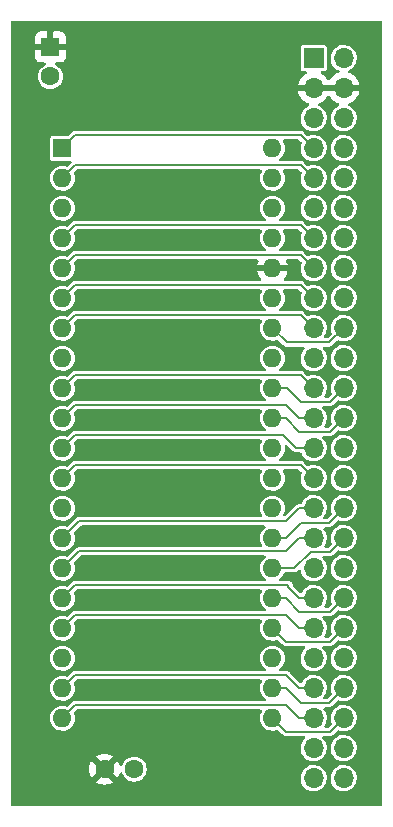
<source format=gtl>
G04 #@! TF.GenerationSoftware,KiCad,Pcbnew,(6.0.1)*
G04 #@! TF.CreationDate,2022-08-28T05:56:57-04:00*
G04 #@! TF.ProjectId,ITX-PI-PICO,4954582d-5049-42d5-9049-434f2e6b6963,1*
G04 #@! TF.SameCoordinates,Original*
G04 #@! TF.FileFunction,Copper,L1,Top*
G04 #@! TF.FilePolarity,Positive*
%FSLAX46Y46*%
G04 Gerber Fmt 4.6, Leading zero omitted, Abs format (unit mm)*
G04 Created by KiCad (PCBNEW (6.0.1)) date 2022-08-28 05:56:57*
%MOMM*%
%LPD*%
G01*
G04 APERTURE LIST*
G04 #@! TA.AperFunction,ComponentPad*
%ADD10R,1.600000X1.600000*%
G04 #@! TD*
G04 #@! TA.AperFunction,ComponentPad*
%ADD11O,1.600000X1.600000*%
G04 #@! TD*
G04 #@! TA.AperFunction,ComponentPad*
%ADD12C,1.600000*%
G04 #@! TD*
G04 #@! TA.AperFunction,ComponentPad*
%ADD13R,1.700000X1.700000*%
G04 #@! TD*
G04 #@! TA.AperFunction,ComponentPad*
%ADD14O,1.700000X1.700000*%
G04 #@! TD*
G04 #@! TA.AperFunction,Conductor*
%ADD15C,0.203200*%
G04 #@! TD*
G04 #@! TA.AperFunction,Conductor*
%ADD16C,0.200000*%
G04 #@! TD*
G04 APERTURE END LIST*
D10*
X88641000Y-66045000D03*
D11*
X88641000Y-68585000D03*
X88641000Y-71125000D03*
X88641000Y-73665000D03*
X88641000Y-76205000D03*
X88641000Y-78745000D03*
X88641000Y-81285000D03*
X88641000Y-83825000D03*
X88641000Y-86365000D03*
X88641000Y-88905000D03*
X88641000Y-91445000D03*
X88641000Y-93985000D03*
X88641000Y-96525000D03*
X88641000Y-99065000D03*
X88641000Y-101605000D03*
X88641000Y-104145000D03*
X88641000Y-106685000D03*
X88641000Y-109225000D03*
X88641000Y-111765000D03*
X88641000Y-114305000D03*
X106421000Y-114305000D03*
X106421000Y-111765000D03*
X106421000Y-109225000D03*
X106421000Y-106685000D03*
X106421000Y-104145000D03*
X106421000Y-101605000D03*
X106421000Y-99065000D03*
X106421000Y-96525000D03*
X106421000Y-93985000D03*
X106421000Y-91445000D03*
X106421000Y-88905000D03*
X106421000Y-86365000D03*
X106421000Y-83825000D03*
X106421000Y-81285000D03*
X106421000Y-78745000D03*
X106421000Y-76205000D03*
X106421000Y-73665000D03*
X106421000Y-71125000D03*
X106421000Y-68585000D03*
X106421000Y-66045000D03*
D12*
X92222000Y-118618000D03*
X94722000Y-118618000D03*
D13*
X109920000Y-58415000D03*
D14*
X112460000Y-58415000D03*
X109920000Y-60955000D03*
X112460000Y-60955000D03*
X109920000Y-63495000D03*
X112460000Y-63495000D03*
X109920000Y-66035000D03*
X112460000Y-66035000D03*
X109920000Y-68575000D03*
X112460000Y-68575000D03*
X109920000Y-71115000D03*
X112460000Y-71115000D03*
X109920000Y-73655000D03*
X112460000Y-73655000D03*
X109920000Y-76195000D03*
X112460000Y-76195000D03*
X109920000Y-78735000D03*
X112460000Y-78735000D03*
X109920000Y-81275000D03*
X112460000Y-81275000D03*
X109920000Y-83815000D03*
X112460000Y-83815000D03*
X109920000Y-86355000D03*
X112460000Y-86355000D03*
X109920000Y-88895000D03*
X112460000Y-88895000D03*
X109920000Y-91435000D03*
X112460000Y-91435000D03*
X109920000Y-93975000D03*
X112460000Y-93975000D03*
X109920000Y-96515000D03*
X112460000Y-96515000D03*
X109920000Y-99055000D03*
X112460000Y-99055000D03*
X109920000Y-101595000D03*
X112460000Y-101595000D03*
X109920000Y-104135000D03*
X112460000Y-104135000D03*
X109920000Y-106675000D03*
X112460000Y-106675000D03*
X109920000Y-109215000D03*
X112460000Y-109215000D03*
X109920000Y-111755000D03*
X112460000Y-111755000D03*
X109920000Y-114295000D03*
X112460000Y-114295000D03*
X109920000Y-116835000D03*
X112460000Y-116835000D03*
X109920000Y-119375000D03*
X112460000Y-119375000D03*
D10*
X87630000Y-57468888D03*
D12*
X87630000Y-59968888D03*
D15*
X88641000Y-66045000D02*
X89745311Y-64940689D01*
X89745311Y-64940689D02*
X108825689Y-64940689D01*
X108825689Y-64940689D02*
X109920000Y-66035000D01*
X89745311Y-67480689D02*
X108825689Y-67480689D01*
X108825689Y-67480689D02*
X109920000Y-68575000D01*
X88641000Y-68585000D02*
X89745311Y-67480689D01*
X89745311Y-72560689D02*
X108825689Y-72560689D01*
X88641000Y-73665000D02*
X89745311Y-72560689D01*
X108825689Y-72560689D02*
X109920000Y-73655000D01*
X89745311Y-75100689D02*
X108825689Y-75100689D01*
X88641000Y-76205000D02*
X89745311Y-75100689D01*
X108825689Y-75100689D02*
X109920000Y-76195000D01*
X89745311Y-77640689D02*
X108825689Y-77640689D01*
X108825689Y-77640689D02*
X109920000Y-78735000D01*
X88641000Y-78745000D02*
X89745311Y-77640689D01*
X88641000Y-81285000D02*
X89745311Y-80180689D01*
X108825689Y-80180689D02*
X109920000Y-81275000D01*
X89745311Y-80180689D02*
X108825689Y-80180689D01*
X107619000Y-82483000D02*
X106421000Y-81285000D01*
X112460000Y-81275000D02*
X111252000Y-82483000D01*
X111252000Y-82483000D02*
X107619000Y-82483000D01*
X111305689Y-87509311D02*
X112460000Y-86355000D01*
X106421000Y-86365000D02*
X107701000Y-86365000D01*
X108845311Y-87509311D02*
X111305689Y-87509311D01*
X107701000Y-86365000D02*
X108845311Y-87509311D01*
X88641000Y-86365000D02*
X89745311Y-85260689D01*
X108825689Y-85260689D02*
X109920000Y-86355000D01*
X89745311Y-85260689D02*
X108825689Y-85260689D01*
X108696681Y-90049311D02*
X111305689Y-90049311D01*
X107552370Y-88905000D02*
X108696681Y-90049311D01*
X111305689Y-90049311D02*
X112460000Y-88895000D01*
X106421000Y-88905000D02*
X107552370Y-88905000D01*
X109920000Y-88895000D02*
X108707000Y-88895000D01*
X107612689Y-87800689D02*
X89745311Y-87800689D01*
X89745311Y-87800689D02*
X88641000Y-88905000D01*
X108707000Y-88895000D02*
X107612689Y-87800689D01*
X107358689Y-90340689D02*
X89745311Y-90340689D01*
X108453000Y-91435000D02*
X107358689Y-90340689D01*
X89745311Y-90340689D02*
X88641000Y-91445000D01*
X109920000Y-91435000D02*
X108453000Y-91435000D01*
X89745311Y-92880689D02*
X108825689Y-92880689D01*
X88641000Y-93985000D02*
X89745311Y-92880689D01*
X108825689Y-92880689D02*
X109920000Y-93975000D01*
X111185000Y-97790000D02*
X112460000Y-96515000D01*
X107552370Y-99065000D02*
X108827370Y-97790000D01*
X106421000Y-99065000D02*
X107552370Y-99065000D01*
X108827370Y-97790000D02*
X111185000Y-97790000D01*
X88641000Y-99065000D02*
X90076689Y-97629311D01*
X108717000Y-96515000D02*
X107602689Y-97629311D01*
X90076689Y-97629311D02*
X107602689Y-97629311D01*
X109920000Y-96515000D02*
X108717000Y-96515000D01*
D16*
X111307289Y-100207711D02*
X112460000Y-99055000D01*
X106421000Y-101605000D02*
X108279819Y-101605000D01*
X109677108Y-100207711D02*
X111307289Y-100207711D01*
X108279819Y-101605000D02*
X109677108Y-100207711D01*
X108717000Y-99055000D02*
X107604289Y-100167711D01*
X88641000Y-101605000D02*
X90078289Y-100167711D01*
X90078289Y-100167711D02*
X107604289Y-100167711D01*
X109920000Y-99055000D02*
X108717000Y-99055000D01*
X108695081Y-105287711D02*
X111307289Y-105287711D01*
X111307289Y-105287711D02*
X112460000Y-104135000D01*
X106421000Y-104145000D02*
X107552370Y-104145000D01*
X107552370Y-104145000D02*
X108695081Y-105287711D01*
D15*
X106421000Y-106685000D02*
X107565311Y-107829311D01*
X107565311Y-107829311D02*
X111305689Y-107829311D01*
X111305689Y-107829311D02*
X112460000Y-106675000D01*
X108707000Y-106675000D02*
X107612689Y-105580689D01*
X88641000Y-106685000D02*
X89745311Y-105580689D01*
X89745311Y-105580689D02*
X107612689Y-105580689D01*
X109920000Y-106675000D02*
X108707000Y-106675000D01*
X106421000Y-111765000D02*
X107552370Y-111765000D01*
X111185000Y-113030000D02*
X112460000Y-111755000D01*
X108817370Y-113030000D02*
X111185000Y-113030000D01*
X107552370Y-111765000D02*
X108817370Y-113030000D01*
X89745311Y-110660689D02*
X107612689Y-110660689D01*
X88641000Y-111765000D02*
X89745311Y-110660689D01*
X108707000Y-111755000D02*
X107612689Y-110660689D01*
X109920000Y-111755000D02*
X108707000Y-111755000D01*
X111305689Y-115449311D02*
X112460000Y-114295000D01*
X106421000Y-114305000D02*
X107565311Y-115449311D01*
X107565311Y-115449311D02*
X111305689Y-115449311D01*
X107612689Y-113200689D02*
X89745311Y-113200689D01*
X109920000Y-114295000D02*
X108707000Y-114295000D01*
X89745311Y-113200689D02*
X88641000Y-114305000D01*
X108707000Y-114295000D02*
X107612689Y-113200689D01*
D16*
X107777711Y-103205711D02*
X107777711Y-103042289D01*
X108707000Y-104135000D02*
X107777711Y-103205711D01*
X88641000Y-104145000D02*
X89743711Y-103042289D01*
X109920000Y-104135000D02*
X108707000Y-104135000D01*
X89743711Y-103042289D02*
X107777711Y-103042289D01*
G04 #@! TA.AperFunction,Conductor*
G36*
X115688121Y-55274002D02*
G01*
X115734614Y-55327658D01*
X115746000Y-55380000D01*
X115746000Y-121620000D01*
X115725998Y-121688121D01*
X115672342Y-121734614D01*
X115620000Y-121746000D01*
X84380000Y-121746000D01*
X84311879Y-121725998D01*
X84265386Y-121672342D01*
X84254000Y-121620000D01*
X84254000Y-119704062D01*
X91500493Y-119704062D01*
X91509789Y-119716077D01*
X91560994Y-119751931D01*
X91570489Y-119757414D01*
X91767947Y-119849490D01*
X91778239Y-119853236D01*
X91988688Y-119909625D01*
X91999481Y-119911528D01*
X92216525Y-119930517D01*
X92227475Y-119930517D01*
X92444519Y-119911528D01*
X92455312Y-119909625D01*
X92665761Y-119853236D01*
X92676053Y-119849490D01*
X92873511Y-119757414D01*
X92883006Y-119751931D01*
X92935048Y-119715491D01*
X92943424Y-119705012D01*
X92936356Y-119691566D01*
X92234812Y-118990022D01*
X92220868Y-118982408D01*
X92219035Y-118982539D01*
X92212420Y-118986790D01*
X91506923Y-119692287D01*
X91500493Y-119704062D01*
X84254000Y-119704062D01*
X84254000Y-118623475D01*
X90909483Y-118623475D01*
X90928472Y-118840519D01*
X90930375Y-118851312D01*
X90986764Y-119061761D01*
X90990510Y-119072053D01*
X91082586Y-119269511D01*
X91088069Y-119279006D01*
X91124509Y-119331048D01*
X91134988Y-119339424D01*
X91148434Y-119332356D01*
X91849978Y-118630812D01*
X91856356Y-118619132D01*
X92586408Y-118619132D01*
X92586539Y-118620965D01*
X92590790Y-118627580D01*
X93296287Y-119333077D01*
X93308062Y-119339507D01*
X93320077Y-119330211D01*
X93355931Y-119279006D01*
X93361414Y-119269511D01*
X93453490Y-119072053D01*
X93457236Y-119061761D01*
X93482130Y-118968855D01*
X93519082Y-118908232D01*
X93582943Y-118877211D01*
X93653437Y-118885639D01*
X93708184Y-118930842D01*
X93724956Y-118966736D01*
X93736807Y-119008066D01*
X93739625Y-119013548D01*
X93739626Y-119013552D01*
X93828514Y-119186509D01*
X93828517Y-119186513D01*
X93831334Y-119191995D01*
X93959786Y-119354061D01*
X94117271Y-119488091D01*
X94297789Y-119588980D01*
X94494466Y-119652884D01*
X94699809Y-119677370D01*
X94705944Y-119676898D01*
X94705946Y-119676898D01*
X94899856Y-119661977D01*
X94899860Y-119661976D01*
X94905998Y-119661504D01*
X95105178Y-119605892D01*
X95110682Y-119603112D01*
X95110684Y-119603111D01*
X95284262Y-119515431D01*
X95284264Y-119515430D01*
X95289763Y-119512652D01*
X95452722Y-119385334D01*
X95456748Y-119380670D01*
X95456751Y-119380667D01*
X95486706Y-119345964D01*
X108811148Y-119345964D01*
X108824424Y-119548522D01*
X108825845Y-119554118D01*
X108825846Y-119554123D01*
X108860753Y-119691566D01*
X108874392Y-119745269D01*
X108876809Y-119750512D01*
X108914010Y-119831208D01*
X108959377Y-119929616D01*
X109076533Y-120095389D01*
X109221938Y-120237035D01*
X109390720Y-120349812D01*
X109396023Y-120352090D01*
X109396026Y-120352092D01*
X109484707Y-120390192D01*
X109577228Y-120429942D01*
X109650244Y-120446464D01*
X109769579Y-120473467D01*
X109769584Y-120473468D01*
X109775216Y-120474742D01*
X109780987Y-120474969D01*
X109780989Y-120474969D01*
X109840756Y-120477317D01*
X109978053Y-120482712D01*
X110078499Y-120468148D01*
X110173231Y-120454413D01*
X110173236Y-120454412D01*
X110178945Y-120453584D01*
X110184409Y-120451729D01*
X110184414Y-120451728D01*
X110365693Y-120390192D01*
X110365698Y-120390190D01*
X110371165Y-120388334D01*
X110548276Y-120289147D01*
X110610934Y-120237035D01*
X110699913Y-120163031D01*
X110704345Y-120159345D01*
X110834147Y-120003276D01*
X110918174Y-119853236D01*
X110930510Y-119831208D01*
X110930511Y-119831206D01*
X110933334Y-119826165D01*
X110935190Y-119820698D01*
X110935192Y-119820693D01*
X110996728Y-119639414D01*
X110996729Y-119639409D01*
X110998584Y-119633945D01*
X110999412Y-119628236D01*
X110999413Y-119628231D01*
X111027179Y-119436727D01*
X111027712Y-119433053D01*
X111029232Y-119375000D01*
X111026564Y-119345964D01*
X111351148Y-119345964D01*
X111364424Y-119548522D01*
X111365845Y-119554118D01*
X111365846Y-119554123D01*
X111400753Y-119691566D01*
X111414392Y-119745269D01*
X111416809Y-119750512D01*
X111454010Y-119831208D01*
X111499377Y-119929616D01*
X111616533Y-120095389D01*
X111761938Y-120237035D01*
X111930720Y-120349812D01*
X111936023Y-120352090D01*
X111936026Y-120352092D01*
X112024707Y-120390192D01*
X112117228Y-120429942D01*
X112190244Y-120446464D01*
X112309579Y-120473467D01*
X112309584Y-120473468D01*
X112315216Y-120474742D01*
X112320987Y-120474969D01*
X112320989Y-120474969D01*
X112380756Y-120477317D01*
X112518053Y-120482712D01*
X112618499Y-120468148D01*
X112713231Y-120454413D01*
X112713236Y-120454412D01*
X112718945Y-120453584D01*
X112724409Y-120451729D01*
X112724414Y-120451728D01*
X112905693Y-120390192D01*
X112905698Y-120390190D01*
X112911165Y-120388334D01*
X113088276Y-120289147D01*
X113150934Y-120237035D01*
X113239913Y-120163031D01*
X113244345Y-120159345D01*
X113374147Y-120003276D01*
X113458174Y-119853236D01*
X113470510Y-119831208D01*
X113470511Y-119831206D01*
X113473334Y-119826165D01*
X113475190Y-119820698D01*
X113475192Y-119820693D01*
X113536728Y-119639414D01*
X113536729Y-119639409D01*
X113538584Y-119633945D01*
X113539412Y-119628236D01*
X113539413Y-119628231D01*
X113567179Y-119436727D01*
X113567712Y-119433053D01*
X113569232Y-119375000D01*
X113555305Y-119223428D01*
X113551187Y-119178613D01*
X113551186Y-119178610D01*
X113550658Y-119172859D01*
X113549090Y-119167299D01*
X113497125Y-118983046D01*
X113497124Y-118983044D01*
X113495557Y-118977487D01*
X113491301Y-118968855D01*
X113408331Y-118800609D01*
X113405776Y-118795428D01*
X113284320Y-118632779D01*
X113135258Y-118494987D01*
X113130375Y-118491906D01*
X113130371Y-118491903D01*
X112968464Y-118389748D01*
X112963581Y-118386667D01*
X112775039Y-118311446D01*
X112769379Y-118310320D01*
X112769375Y-118310319D01*
X112581613Y-118272971D01*
X112581610Y-118272971D01*
X112575946Y-118271844D01*
X112570171Y-118271768D01*
X112570167Y-118271768D01*
X112468793Y-118270441D01*
X112372971Y-118269187D01*
X112367274Y-118270166D01*
X112367273Y-118270166D01*
X112178811Y-118302550D01*
X112172910Y-118303564D01*
X111982463Y-118373824D01*
X111808010Y-118477612D01*
X111803670Y-118481418D01*
X111803666Y-118481421D01*
X111783723Y-118498911D01*
X111655392Y-118611455D01*
X111529720Y-118770869D01*
X111527031Y-118775980D01*
X111527029Y-118775983D01*
X111514073Y-118800609D01*
X111435203Y-118950515D01*
X111375007Y-119144378D01*
X111351148Y-119345964D01*
X111026564Y-119345964D01*
X111015305Y-119223428D01*
X111011187Y-119178613D01*
X111011186Y-119178610D01*
X111010658Y-119172859D01*
X111009090Y-119167299D01*
X110957125Y-118983046D01*
X110957124Y-118983044D01*
X110955557Y-118977487D01*
X110951301Y-118968855D01*
X110868331Y-118800609D01*
X110865776Y-118795428D01*
X110744320Y-118632779D01*
X110595258Y-118494987D01*
X110590375Y-118491906D01*
X110590371Y-118491903D01*
X110428464Y-118389748D01*
X110423581Y-118386667D01*
X110235039Y-118311446D01*
X110229379Y-118310320D01*
X110229375Y-118310319D01*
X110041613Y-118272971D01*
X110041610Y-118272971D01*
X110035946Y-118271844D01*
X110030171Y-118271768D01*
X110030167Y-118271768D01*
X109928793Y-118270441D01*
X109832971Y-118269187D01*
X109827274Y-118270166D01*
X109827273Y-118270166D01*
X109638811Y-118302550D01*
X109632910Y-118303564D01*
X109442463Y-118373824D01*
X109268010Y-118477612D01*
X109263670Y-118481418D01*
X109263666Y-118481421D01*
X109243723Y-118498911D01*
X109115392Y-118611455D01*
X108989720Y-118770869D01*
X108987031Y-118775980D01*
X108987029Y-118775983D01*
X108974073Y-118800609D01*
X108895203Y-118950515D01*
X108835007Y-119144378D01*
X108811148Y-119345964D01*
X95486706Y-119345964D01*
X95583819Y-119233457D01*
X95583820Y-119233455D01*
X95587848Y-119228789D01*
X95689995Y-119048979D01*
X95736815Y-118908232D01*
X95753325Y-118858601D01*
X95753326Y-118858598D01*
X95755270Y-118852753D01*
X95781189Y-118647586D01*
X95781602Y-118618000D01*
X95761422Y-118412189D01*
X95701651Y-118214217D01*
X95604565Y-118031625D01*
X95600674Y-118026855D01*
X95600672Y-118026851D01*
X95477758Y-117876143D01*
X95477755Y-117876140D01*
X95473863Y-117871368D01*
X95466966Y-117865662D01*
X95319271Y-117743478D01*
X95319266Y-117743475D01*
X95314522Y-117739550D01*
X95309103Y-117736620D01*
X95309100Y-117736618D01*
X95138032Y-117644122D01*
X95138027Y-117644120D01*
X95132612Y-117641192D01*
X94935063Y-117580040D01*
X94928938Y-117579396D01*
X94928937Y-117579396D01*
X94735526Y-117559068D01*
X94735524Y-117559068D01*
X94729397Y-117558424D01*
X94603229Y-117569906D01*
X94529591Y-117576607D01*
X94529590Y-117576607D01*
X94523450Y-117577166D01*
X94325066Y-117635554D01*
X94319601Y-117638411D01*
X94147261Y-117728508D01*
X94147257Y-117728511D01*
X94141801Y-117731363D01*
X93980635Y-117860943D01*
X93847708Y-118019360D01*
X93748082Y-118200578D01*
X93746219Y-118206451D01*
X93724528Y-118274830D01*
X93684865Y-118333715D01*
X93619663Y-118361807D01*
X93549623Y-118350190D01*
X93496983Y-118302550D01*
X93482719Y-118269343D01*
X93457236Y-118174239D01*
X93453490Y-118163947D01*
X93361414Y-117966489D01*
X93355931Y-117956994D01*
X93319491Y-117904952D01*
X93309012Y-117896576D01*
X93295566Y-117903644D01*
X92594022Y-118605188D01*
X92586408Y-118619132D01*
X91856356Y-118619132D01*
X91857592Y-118616868D01*
X91857461Y-118615035D01*
X91853210Y-118608420D01*
X91147713Y-117902923D01*
X91135938Y-117896493D01*
X91123923Y-117905789D01*
X91088069Y-117956994D01*
X91082586Y-117966489D01*
X90990510Y-118163947D01*
X90986764Y-118174239D01*
X90930375Y-118384688D01*
X90928472Y-118395481D01*
X90909483Y-118612525D01*
X90909483Y-118623475D01*
X84254000Y-118623475D01*
X84254000Y-117530988D01*
X91500576Y-117530988D01*
X91507644Y-117544434D01*
X92209188Y-118245978D01*
X92223132Y-118253592D01*
X92224965Y-118253461D01*
X92231580Y-118249210D01*
X92937077Y-117543713D01*
X92943507Y-117531938D01*
X92934211Y-117519923D01*
X92883006Y-117484069D01*
X92873511Y-117478586D01*
X92676053Y-117386510D01*
X92665761Y-117382764D01*
X92455312Y-117326375D01*
X92444519Y-117324472D01*
X92227475Y-117305483D01*
X92216525Y-117305483D01*
X91999481Y-117324472D01*
X91988688Y-117326375D01*
X91778239Y-117382764D01*
X91767947Y-117386510D01*
X91570489Y-117478586D01*
X91560994Y-117484069D01*
X91508952Y-117520509D01*
X91500576Y-117530988D01*
X84254000Y-117530988D01*
X84254000Y-114290206D01*
X87581501Y-114290206D01*
X87582743Y-114305000D01*
X87596946Y-114474123D01*
X87598806Y-114496278D01*
X87655807Y-114695066D01*
X87658625Y-114700548D01*
X87658626Y-114700552D01*
X87747514Y-114873509D01*
X87747517Y-114873513D01*
X87750334Y-114878995D01*
X87878786Y-115041061D01*
X87883479Y-115045055D01*
X87883480Y-115045056D01*
X87923770Y-115079345D01*
X88036271Y-115175091D01*
X88216789Y-115275980D01*
X88413466Y-115339884D01*
X88618809Y-115364370D01*
X88624944Y-115363898D01*
X88624946Y-115363898D01*
X88818856Y-115348977D01*
X88818860Y-115348976D01*
X88824998Y-115348504D01*
X89024178Y-115292892D01*
X89029682Y-115290112D01*
X89029684Y-115290111D01*
X89203262Y-115202431D01*
X89203264Y-115202430D01*
X89208763Y-115199652D01*
X89371722Y-115072334D01*
X89375748Y-115067670D01*
X89375751Y-115067667D01*
X89502819Y-114920457D01*
X89502820Y-114920455D01*
X89506848Y-114915789D01*
X89582388Y-114782816D01*
X89605950Y-114741340D01*
X89605952Y-114741336D01*
X89608995Y-114735979D01*
X89646846Y-114622193D01*
X89672325Y-114545601D01*
X89672326Y-114545598D01*
X89674270Y-114539753D01*
X89700189Y-114334586D01*
X89700602Y-114305000D01*
X89680422Y-114099189D01*
X89625688Y-113917899D01*
X89625147Y-113846904D01*
X89657215Y-113792386D01*
X89855907Y-113593694D01*
X89918219Y-113559668D01*
X89945002Y-113556789D01*
X105415881Y-113556789D01*
X105484002Y-113576791D01*
X105530495Y-113630447D01*
X105540599Y-113700721D01*
X105526297Y-113743488D01*
X105447082Y-113887578D01*
X105384553Y-114084696D01*
X105383867Y-114090813D01*
X105383866Y-114090817D01*
X105364220Y-114265964D01*
X105361501Y-114290206D01*
X105362743Y-114305000D01*
X105376946Y-114474123D01*
X105378806Y-114496278D01*
X105435807Y-114695066D01*
X105438625Y-114700548D01*
X105438626Y-114700552D01*
X105527514Y-114873509D01*
X105527517Y-114873513D01*
X105530334Y-114878995D01*
X105658786Y-115041061D01*
X105663479Y-115045055D01*
X105663480Y-115045056D01*
X105703770Y-115079345D01*
X105816271Y-115175091D01*
X105996789Y-115275980D01*
X106193466Y-115339884D01*
X106398809Y-115364370D01*
X106404944Y-115363898D01*
X106404946Y-115363898D01*
X106598856Y-115348977D01*
X106598860Y-115348976D01*
X106604998Y-115348504D01*
X106645659Y-115337151D01*
X106798241Y-115294550D01*
X106798244Y-115294549D01*
X106804178Y-115292892D01*
X106804348Y-115293501D01*
X106870740Y-115287888D01*
X106934648Y-115322250D01*
X107277144Y-115664746D01*
X107289816Y-115680436D01*
X107292638Y-115683537D01*
X107298286Y-115692285D01*
X107306464Y-115698732D01*
X107322678Y-115711514D01*
X107326708Y-115715095D01*
X107326791Y-115714997D01*
X107330748Y-115718350D01*
X107334429Y-115722031D01*
X107338661Y-115725055D01*
X107338663Y-115725057D01*
X107349022Y-115732460D01*
X107353767Y-115736023D01*
X107383206Y-115759231D01*
X107383208Y-115759232D01*
X107391386Y-115765679D01*
X107399491Y-115768525D01*
X107406482Y-115773521D01*
X107441773Y-115784075D01*
X107452382Y-115787248D01*
X107458026Y-115789082D01*
X107495758Y-115802332D01*
X107495761Y-115802333D01*
X107503240Y-115804959D01*
X107508459Y-115805411D01*
X107511170Y-115805411D01*
X107513446Y-115805509D01*
X107513896Y-115805644D01*
X107513894Y-115805698D01*
X107514125Y-115805713D01*
X107520062Y-115807488D01*
X107570460Y-115805508D01*
X107575406Y-115805411D01*
X109083982Y-115805411D01*
X109152103Y-115825413D01*
X109198596Y-115879069D01*
X109208700Y-115949343D01*
X109179206Y-116013923D01*
X109167060Y-116026142D01*
X109119739Y-116067642D01*
X109119735Y-116067647D01*
X109115392Y-116071455D01*
X108989720Y-116230869D01*
X108987031Y-116235980D01*
X108987029Y-116235983D01*
X108974073Y-116260609D01*
X108895203Y-116410515D01*
X108835007Y-116604378D01*
X108811148Y-116805964D01*
X108824424Y-117008522D01*
X108825845Y-117014118D01*
X108825846Y-117014123D01*
X108846119Y-117093945D01*
X108874392Y-117205269D01*
X108876809Y-117210512D01*
X108914010Y-117291208D01*
X108959377Y-117389616D01*
X108962710Y-117394332D01*
X109059960Y-117531938D01*
X109076533Y-117555389D01*
X109080675Y-117559424D01*
X109137637Y-117614913D01*
X109221938Y-117697035D01*
X109390720Y-117809812D01*
X109396023Y-117812090D01*
X109396026Y-117812092D01*
X109545110Y-117876143D01*
X109577228Y-117889942D01*
X109643563Y-117904952D01*
X109769579Y-117933467D01*
X109769584Y-117933468D01*
X109775216Y-117934742D01*
X109780987Y-117934969D01*
X109780989Y-117934969D01*
X109840756Y-117937317D01*
X109978053Y-117942712D01*
X110078499Y-117928148D01*
X110173231Y-117914413D01*
X110173236Y-117914412D01*
X110178945Y-117913584D01*
X110184409Y-117911729D01*
X110184414Y-117911728D01*
X110365693Y-117850192D01*
X110365698Y-117850190D01*
X110371165Y-117848334D01*
X110548276Y-117749147D01*
X110555093Y-117743478D01*
X110699913Y-117623031D01*
X110704345Y-117619345D01*
X110834147Y-117463276D01*
X110911881Y-117324472D01*
X110930510Y-117291208D01*
X110930511Y-117291206D01*
X110933334Y-117286165D01*
X110935190Y-117280698D01*
X110935192Y-117280693D01*
X110996728Y-117099414D01*
X110996729Y-117099409D01*
X110998584Y-117093945D01*
X110999412Y-117088236D01*
X110999413Y-117088231D01*
X111027179Y-116896727D01*
X111027712Y-116893053D01*
X111029232Y-116835000D01*
X111026564Y-116805964D01*
X111351148Y-116805964D01*
X111364424Y-117008522D01*
X111365845Y-117014118D01*
X111365846Y-117014123D01*
X111386119Y-117093945D01*
X111414392Y-117205269D01*
X111416809Y-117210512D01*
X111454010Y-117291208D01*
X111499377Y-117389616D01*
X111502710Y-117394332D01*
X111599960Y-117531938D01*
X111616533Y-117555389D01*
X111620675Y-117559424D01*
X111677637Y-117614913D01*
X111761938Y-117697035D01*
X111930720Y-117809812D01*
X111936023Y-117812090D01*
X111936026Y-117812092D01*
X112085110Y-117876143D01*
X112117228Y-117889942D01*
X112183563Y-117904952D01*
X112309579Y-117933467D01*
X112309584Y-117933468D01*
X112315216Y-117934742D01*
X112320987Y-117934969D01*
X112320989Y-117934969D01*
X112380756Y-117937317D01*
X112518053Y-117942712D01*
X112618499Y-117928148D01*
X112713231Y-117914413D01*
X112713236Y-117914412D01*
X112718945Y-117913584D01*
X112724409Y-117911729D01*
X112724414Y-117911728D01*
X112905693Y-117850192D01*
X112905698Y-117850190D01*
X112911165Y-117848334D01*
X113088276Y-117749147D01*
X113095093Y-117743478D01*
X113239913Y-117623031D01*
X113244345Y-117619345D01*
X113374147Y-117463276D01*
X113451881Y-117324472D01*
X113470510Y-117291208D01*
X113470511Y-117291206D01*
X113473334Y-117286165D01*
X113475190Y-117280698D01*
X113475192Y-117280693D01*
X113536728Y-117099414D01*
X113536729Y-117099409D01*
X113538584Y-117093945D01*
X113539412Y-117088236D01*
X113539413Y-117088231D01*
X113567179Y-116896727D01*
X113567712Y-116893053D01*
X113569232Y-116835000D01*
X113550658Y-116632859D01*
X113549090Y-116627299D01*
X113497125Y-116443046D01*
X113497124Y-116443044D01*
X113495557Y-116437487D01*
X113484978Y-116416033D01*
X113408331Y-116260609D01*
X113405776Y-116255428D01*
X113284320Y-116092779D01*
X113135258Y-115954987D01*
X113130375Y-115951906D01*
X113130371Y-115951903D01*
X112968464Y-115849748D01*
X112963581Y-115846667D01*
X112775039Y-115771446D01*
X112769379Y-115770320D01*
X112769375Y-115770319D01*
X112581613Y-115732971D01*
X112581610Y-115732971D01*
X112575946Y-115731844D01*
X112570171Y-115731768D01*
X112570167Y-115731768D01*
X112468793Y-115730441D01*
X112372971Y-115729187D01*
X112367274Y-115730166D01*
X112367273Y-115730166D01*
X112302408Y-115741312D01*
X112172910Y-115763564D01*
X111982463Y-115833824D01*
X111808010Y-115937612D01*
X111803670Y-115941418D01*
X111803666Y-115941421D01*
X111720994Y-116013923D01*
X111655392Y-116071455D01*
X111529720Y-116230869D01*
X111527031Y-116235980D01*
X111527029Y-116235983D01*
X111514073Y-116260609D01*
X111435203Y-116410515D01*
X111375007Y-116604378D01*
X111351148Y-116805964D01*
X111026564Y-116805964D01*
X111010658Y-116632859D01*
X111009090Y-116627299D01*
X110957125Y-116443046D01*
X110957124Y-116443044D01*
X110955557Y-116437487D01*
X110944978Y-116416033D01*
X110868331Y-116260609D01*
X110865776Y-116255428D01*
X110744320Y-116092779D01*
X110669843Y-116023933D01*
X110633400Y-115963007D01*
X110635681Y-115892047D01*
X110675963Y-115833585D01*
X110741458Y-115806182D01*
X110755374Y-115805411D01*
X111254261Y-115805411D01*
X111274310Y-115807545D01*
X111278500Y-115807743D01*
X111288682Y-115809935D01*
X111319529Y-115806284D01*
X111324904Y-115805967D01*
X111324893Y-115805839D01*
X111330071Y-115805411D01*
X111335273Y-115805411D01*
X111346608Y-115803524D01*
X111352932Y-115802472D01*
X111358804Y-115801637D01*
X111396063Y-115797227D01*
X111396070Y-115797225D01*
X111406411Y-115796001D01*
X111414157Y-115792281D01*
X111422631Y-115790871D01*
X111461873Y-115769697D01*
X111464798Y-115768119D01*
X111470085Y-115765426D01*
X111506131Y-115748116D01*
X111506134Y-115748114D01*
X111513279Y-115744683D01*
X111517289Y-115741312D01*
X111519227Y-115739374D01*
X111520878Y-115737859D01*
X111521288Y-115737638D01*
X111521326Y-115737680D01*
X111521509Y-115737519D01*
X111526963Y-115734576D01*
X111538560Y-115722031D01*
X111561220Y-115697517D01*
X111564650Y-115693951D01*
X111910959Y-115347642D01*
X111973271Y-115313616D01*
X112049791Y-115320969D01*
X112089386Y-115337980D01*
X112111875Y-115347642D01*
X112117228Y-115349942D01*
X112177769Y-115363641D01*
X112309579Y-115393467D01*
X112309584Y-115393468D01*
X112315216Y-115394742D01*
X112320987Y-115394969D01*
X112320989Y-115394969D01*
X112380756Y-115397317D01*
X112518053Y-115402712D01*
X112618499Y-115388148D01*
X112713231Y-115374413D01*
X112713236Y-115374412D01*
X112718945Y-115373584D01*
X112724409Y-115371729D01*
X112724414Y-115371728D01*
X112905693Y-115310192D01*
X112905698Y-115310190D01*
X112911165Y-115308334D01*
X112935777Y-115294551D01*
X112999332Y-115258958D01*
X113088276Y-115209147D01*
X113096352Y-115202431D01*
X113239913Y-115083031D01*
X113244345Y-115079345D01*
X113342218Y-114961666D01*
X113370453Y-114927718D01*
X113370455Y-114927715D01*
X113374147Y-114923276D01*
X113434181Y-114816078D01*
X113470510Y-114751208D01*
X113470514Y-114751200D01*
X113473334Y-114746165D01*
X113475190Y-114740698D01*
X113475192Y-114740693D01*
X113536728Y-114559414D01*
X113536729Y-114559409D01*
X113538584Y-114553945D01*
X113539412Y-114548236D01*
X113539413Y-114548231D01*
X113567179Y-114356727D01*
X113567712Y-114353053D01*
X113569232Y-114295000D01*
X113550658Y-114092859D01*
X113548356Y-114084696D01*
X113497125Y-113903046D01*
X113497124Y-113903044D01*
X113495557Y-113897487D01*
X113490671Y-113887578D01*
X113408331Y-113720609D01*
X113405776Y-113715428D01*
X113284320Y-113552779D01*
X113135258Y-113414987D01*
X113130375Y-113411906D01*
X113130371Y-113411903D01*
X112968464Y-113309748D01*
X112963581Y-113306667D01*
X112775039Y-113231446D01*
X112769379Y-113230320D01*
X112769375Y-113230319D01*
X112581613Y-113192971D01*
X112581610Y-113192971D01*
X112575946Y-113191844D01*
X112570171Y-113191768D01*
X112570167Y-113191768D01*
X112468793Y-113190441D01*
X112372971Y-113189187D01*
X112367274Y-113190166D01*
X112367273Y-113190166D01*
X112178607Y-113222585D01*
X112172910Y-113223564D01*
X111982463Y-113293824D01*
X111808010Y-113397612D01*
X111803670Y-113401418D01*
X111803666Y-113401421D01*
X111746468Y-113451583D01*
X111655392Y-113531455D01*
X111529720Y-113690869D01*
X111527031Y-113695980D01*
X111527029Y-113695983D01*
X111486877Y-113772299D01*
X111435203Y-113870515D01*
X111375007Y-114064378D01*
X111351148Y-114265964D01*
X111364424Y-114468522D01*
X111365845Y-114474118D01*
X111365846Y-114474123D01*
X111410679Y-114650648D01*
X111414392Y-114665269D01*
X111431817Y-114703067D01*
X111442172Y-114773302D01*
X111412910Y-114837988D01*
X111406486Y-114844912D01*
X111195092Y-115056306D01*
X111132780Y-115090332D01*
X111105997Y-115093211D01*
X110953955Y-115093211D01*
X110885834Y-115073209D01*
X110839341Y-115019553D01*
X110829237Y-114949279D01*
X110844019Y-114905649D01*
X110933334Y-114746165D01*
X110935190Y-114740698D01*
X110935192Y-114740693D01*
X110996728Y-114559414D01*
X110996729Y-114559409D01*
X110998584Y-114553945D01*
X110999412Y-114548236D01*
X110999413Y-114548231D01*
X111027179Y-114356727D01*
X111027712Y-114353053D01*
X111029232Y-114295000D01*
X111010658Y-114092859D01*
X111008356Y-114084696D01*
X110957125Y-113903046D01*
X110957124Y-113903044D01*
X110955557Y-113897487D01*
X110950671Y-113887578D01*
X110868331Y-113720609D01*
X110865776Y-113715428D01*
X110770239Y-113587488D01*
X110745507Y-113520939D01*
X110760681Y-113451583D01*
X110810943Y-113401441D01*
X110871197Y-113386100D01*
X111133572Y-113386100D01*
X111153621Y-113388234D01*
X111157811Y-113388432D01*
X111167993Y-113390624D01*
X111198840Y-113386973D01*
X111204215Y-113386656D01*
X111204204Y-113386528D01*
X111209382Y-113386100D01*
X111214584Y-113386100D01*
X111225919Y-113384213D01*
X111232243Y-113383161D01*
X111238115Y-113382326D01*
X111275374Y-113377916D01*
X111275381Y-113377914D01*
X111285722Y-113376690D01*
X111293468Y-113372970D01*
X111301942Y-113371560D01*
X111341605Y-113350159D01*
X111344109Y-113348808D01*
X111349396Y-113346115D01*
X111385442Y-113328805D01*
X111385445Y-113328803D01*
X111392590Y-113325372D01*
X111396600Y-113322001D01*
X111398538Y-113320063D01*
X111400189Y-113318548D01*
X111400599Y-113318327D01*
X111400637Y-113318369D01*
X111400820Y-113318208D01*
X111406274Y-113315265D01*
X111417871Y-113302720D01*
X111440531Y-113278206D01*
X111443961Y-113274640D01*
X111910959Y-112807642D01*
X111973271Y-112773616D01*
X112049791Y-112780969D01*
X112089386Y-112797980D01*
X112111875Y-112807642D01*
X112117228Y-112809942D01*
X112177769Y-112823641D01*
X112309579Y-112853467D01*
X112309584Y-112853468D01*
X112315216Y-112854742D01*
X112320987Y-112854969D01*
X112320989Y-112854969D01*
X112380756Y-112857317D01*
X112518053Y-112862712D01*
X112618499Y-112848148D01*
X112713231Y-112834413D01*
X112713236Y-112834412D01*
X112718945Y-112833584D01*
X112724409Y-112831729D01*
X112724414Y-112831728D01*
X112905693Y-112770192D01*
X112905698Y-112770190D01*
X112911165Y-112768334D01*
X112935777Y-112754551D01*
X113065293Y-112682018D01*
X113088276Y-112669147D01*
X113096352Y-112662431D01*
X113239913Y-112543031D01*
X113244345Y-112539345D01*
X113280204Y-112496230D01*
X113370453Y-112387718D01*
X113370455Y-112387715D01*
X113374147Y-112383276D01*
X113451827Y-112244569D01*
X113470510Y-112211208D01*
X113470511Y-112211206D01*
X113473334Y-112206165D01*
X113475190Y-112200698D01*
X113475192Y-112200693D01*
X113536728Y-112019414D01*
X113536729Y-112019409D01*
X113538584Y-112013945D01*
X113539412Y-112008236D01*
X113539413Y-112008231D01*
X113567179Y-111816727D01*
X113567712Y-111813053D01*
X113569232Y-111755000D01*
X113550658Y-111552859D01*
X113547054Y-111540080D01*
X113497125Y-111363046D01*
X113497124Y-111363044D01*
X113495557Y-111357487D01*
X113490671Y-111347578D01*
X113408331Y-111180609D01*
X113405776Y-111175428D01*
X113284320Y-111012779D01*
X113135258Y-110874987D01*
X113130375Y-110871906D01*
X113130371Y-110871903D01*
X112968464Y-110769748D01*
X112963581Y-110766667D01*
X112775039Y-110691446D01*
X112769379Y-110690320D01*
X112769375Y-110690319D01*
X112581613Y-110652971D01*
X112581610Y-110652971D01*
X112575946Y-110651844D01*
X112570171Y-110651768D01*
X112570167Y-110651768D01*
X112468793Y-110650441D01*
X112372971Y-110649187D01*
X112367274Y-110650166D01*
X112367273Y-110650166D01*
X112178607Y-110682585D01*
X112172910Y-110683564D01*
X111982463Y-110753824D01*
X111808010Y-110857612D01*
X111803670Y-110861418D01*
X111803666Y-110861421D01*
X111659733Y-110987648D01*
X111655392Y-110991455D01*
X111529720Y-111150869D01*
X111527031Y-111155980D01*
X111527029Y-111155983D01*
X111486877Y-111232299D01*
X111435203Y-111330515D01*
X111375007Y-111524378D01*
X111351148Y-111725964D01*
X111364424Y-111928522D01*
X111365845Y-111934118D01*
X111365846Y-111934123D01*
X111402694Y-112079210D01*
X111414392Y-112125269D01*
X111431817Y-112163067D01*
X111442172Y-112233302D01*
X111412910Y-112297988D01*
X111406486Y-112304912D01*
X111074403Y-112636995D01*
X111012091Y-112671021D01*
X110985308Y-112673900D01*
X110861114Y-112673900D01*
X110792993Y-112653898D01*
X110746500Y-112600242D01*
X110736396Y-112529968D01*
X110764240Y-112467331D01*
X110830449Y-112387724D01*
X110830456Y-112387714D01*
X110834147Y-112383276D01*
X110911827Y-112244569D01*
X110930510Y-112211208D01*
X110930511Y-112211206D01*
X110933334Y-112206165D01*
X110935190Y-112200698D01*
X110935192Y-112200693D01*
X110996728Y-112019414D01*
X110996729Y-112019409D01*
X110998584Y-112013945D01*
X110999412Y-112008236D01*
X110999413Y-112008231D01*
X111027179Y-111816727D01*
X111027712Y-111813053D01*
X111029232Y-111755000D01*
X111010658Y-111552859D01*
X111007054Y-111540080D01*
X110957125Y-111363046D01*
X110957124Y-111363044D01*
X110955557Y-111357487D01*
X110950671Y-111347578D01*
X110868331Y-111180609D01*
X110865776Y-111175428D01*
X110744320Y-111012779D01*
X110595258Y-110874987D01*
X110590375Y-110871906D01*
X110590371Y-110871903D01*
X110428464Y-110769748D01*
X110423581Y-110766667D01*
X110235039Y-110691446D01*
X110229379Y-110690320D01*
X110229375Y-110690319D01*
X110041613Y-110652971D01*
X110041610Y-110652971D01*
X110035946Y-110651844D01*
X110030171Y-110651768D01*
X110030167Y-110651768D01*
X109928793Y-110650441D01*
X109832971Y-110649187D01*
X109827274Y-110650166D01*
X109827273Y-110650166D01*
X109638607Y-110682585D01*
X109632910Y-110683564D01*
X109442463Y-110753824D01*
X109268010Y-110857612D01*
X109263670Y-110861418D01*
X109263666Y-110861421D01*
X109119733Y-110987648D01*
X109115392Y-110991455D01*
X108989720Y-111150869D01*
X108987031Y-111155980D01*
X108987029Y-111155983D01*
X108937243Y-111250611D01*
X108887824Y-111301583D01*
X108818691Y-111317746D01*
X108751795Y-111293967D01*
X108736640Y-111281038D01*
X107900856Y-110445254D01*
X107888184Y-110429564D01*
X107885362Y-110426463D01*
X107879714Y-110417715D01*
X107855322Y-110398486D01*
X107851292Y-110394905D01*
X107851209Y-110395003D01*
X107847252Y-110391650D01*
X107843571Y-110387969D01*
X107839337Y-110384943D01*
X107828978Y-110377540D01*
X107824233Y-110373977D01*
X107794794Y-110350769D01*
X107794792Y-110350768D01*
X107786614Y-110344321D01*
X107778509Y-110341475D01*
X107771518Y-110336479D01*
X107725627Y-110322755D01*
X107719982Y-110320921D01*
X107682242Y-110307668D01*
X107682239Y-110307667D01*
X107674760Y-110305041D01*
X107669541Y-110304589D01*
X107666830Y-110304589D01*
X107664553Y-110304491D01*
X107664104Y-110304356D01*
X107664106Y-110304302D01*
X107663873Y-110304287D01*
X107657937Y-110302512D01*
X107608074Y-110304471D01*
X107607539Y-110304492D01*
X107602593Y-110304589D01*
X107117985Y-110304589D01*
X107049864Y-110284587D01*
X107003371Y-110230931D01*
X106993267Y-110160657D01*
X107022761Y-110096077D01*
X107040411Y-110079300D01*
X107048472Y-110073002D01*
X107151722Y-109992334D01*
X107155748Y-109987670D01*
X107155751Y-109987667D01*
X107282819Y-109840457D01*
X107282820Y-109840455D01*
X107286848Y-109835789D01*
X107388995Y-109655979D01*
X107454270Y-109459753D01*
X107480189Y-109254586D01*
X107480602Y-109225000D01*
X107460422Y-109019189D01*
X107400651Y-108821217D01*
X107303565Y-108638625D01*
X107299674Y-108633855D01*
X107299672Y-108633851D01*
X107176758Y-108483143D01*
X107176755Y-108483140D01*
X107172863Y-108478368D01*
X107161364Y-108468855D01*
X107018271Y-108350478D01*
X107018266Y-108350475D01*
X107013522Y-108346550D01*
X107008103Y-108343620D01*
X107008100Y-108343618D01*
X106837032Y-108251122D01*
X106837027Y-108251120D01*
X106831612Y-108248192D01*
X106634063Y-108187040D01*
X106627938Y-108186396D01*
X106627937Y-108186396D01*
X106434526Y-108166068D01*
X106434524Y-108166068D01*
X106428397Y-108165424D01*
X106302229Y-108176906D01*
X106228591Y-108183607D01*
X106228590Y-108183607D01*
X106222450Y-108184166D01*
X106024066Y-108242554D01*
X106018601Y-108245411D01*
X105846261Y-108335508D01*
X105846257Y-108335511D01*
X105840801Y-108338363D01*
X105679635Y-108467943D01*
X105546708Y-108626360D01*
X105447082Y-108807578D01*
X105384553Y-109004696D01*
X105383867Y-109010813D01*
X105383866Y-109010817D01*
X105364220Y-109185964D01*
X105361501Y-109210206D01*
X105362743Y-109225000D01*
X105376946Y-109394123D01*
X105378806Y-109416278D01*
X105435807Y-109615066D01*
X105438625Y-109620548D01*
X105438626Y-109620552D01*
X105527514Y-109793509D01*
X105527517Y-109793513D01*
X105530334Y-109798995D01*
X105658786Y-109961061D01*
X105663479Y-109965055D01*
X105663480Y-109965056D01*
X105801635Y-110082635D01*
X105840548Y-110142018D01*
X105841179Y-110213012D01*
X105803327Y-110273077D01*
X105739011Y-110303142D01*
X105719972Y-110304589D01*
X89796743Y-110304589D01*
X89776682Y-110302454D01*
X89772498Y-110302257D01*
X89762318Y-110300065D01*
X89736321Y-110303142D01*
X89731471Y-110303716D01*
X89726096Y-110304033D01*
X89726107Y-110304161D01*
X89720929Y-110304589D01*
X89715727Y-110304589D01*
X89704392Y-110306476D01*
X89698068Y-110307528D01*
X89692196Y-110308363D01*
X89654937Y-110312773D01*
X89654930Y-110312775D01*
X89644589Y-110313999D01*
X89636843Y-110317719D01*
X89628369Y-110319129D01*
X89591410Y-110339071D01*
X89586202Y-110341881D01*
X89580915Y-110344574D01*
X89544869Y-110361884D01*
X89544866Y-110361886D01*
X89537721Y-110365317D01*
X89533711Y-110368688D01*
X89531773Y-110370626D01*
X89530122Y-110372141D01*
X89529712Y-110372362D01*
X89529674Y-110372320D01*
X89529491Y-110372481D01*
X89524037Y-110375424D01*
X89516969Y-110383071D01*
X89516968Y-110383071D01*
X89489792Y-110412470D01*
X89486362Y-110416037D01*
X89153155Y-110749243D01*
X89090843Y-110783268D01*
X89026802Y-110780512D01*
X88854063Y-110727040D01*
X88847938Y-110726396D01*
X88847937Y-110726396D01*
X88654526Y-110706068D01*
X88654524Y-110706068D01*
X88648397Y-110705424D01*
X88522229Y-110716906D01*
X88448591Y-110723607D01*
X88448590Y-110723607D01*
X88442450Y-110724166D01*
X88244066Y-110782554D01*
X88238601Y-110785411D01*
X88066261Y-110875508D01*
X88066257Y-110875511D01*
X88060801Y-110878363D01*
X87899635Y-111007943D01*
X87766708Y-111166360D01*
X87667082Y-111347578D01*
X87604553Y-111544696D01*
X87603867Y-111550813D01*
X87603866Y-111550817D01*
X87584220Y-111725964D01*
X87581501Y-111750206D01*
X87582743Y-111765000D01*
X87596946Y-111934123D01*
X87598806Y-111956278D01*
X87655807Y-112155066D01*
X87658625Y-112160548D01*
X87658626Y-112160552D01*
X87747514Y-112333509D01*
X87747517Y-112333513D01*
X87750334Y-112338995D01*
X87878786Y-112501061D01*
X87883479Y-112505055D01*
X87883480Y-112505056D01*
X88017717Y-112619300D01*
X88036271Y-112635091D01*
X88216789Y-112735980D01*
X88413466Y-112799884D01*
X88618809Y-112824370D01*
X88624944Y-112823898D01*
X88624946Y-112823898D01*
X88818856Y-112808977D01*
X88818860Y-112808976D01*
X88824998Y-112808504D01*
X89024178Y-112752892D01*
X89029682Y-112750112D01*
X89029684Y-112750111D01*
X89203262Y-112662431D01*
X89203264Y-112662430D01*
X89208763Y-112659652D01*
X89371722Y-112532334D01*
X89375748Y-112527670D01*
X89375751Y-112527667D01*
X89502819Y-112380457D01*
X89502820Y-112380455D01*
X89506848Y-112375789D01*
X89560175Y-112281917D01*
X89605950Y-112201340D01*
X89605952Y-112201336D01*
X89608995Y-112195979D01*
X89642988Y-112093790D01*
X89672325Y-112005601D01*
X89672326Y-112005598D01*
X89674270Y-111999753D01*
X89700189Y-111794586D01*
X89700602Y-111765000D01*
X89680422Y-111559189D01*
X89660221Y-111492280D01*
X89625688Y-111377899D01*
X89625147Y-111306904D01*
X89657215Y-111252386D01*
X89855907Y-111053694D01*
X89918219Y-111019668D01*
X89945002Y-111016789D01*
X105415881Y-111016789D01*
X105484002Y-111036791D01*
X105530495Y-111090447D01*
X105540599Y-111160721D01*
X105526297Y-111203488D01*
X105447082Y-111347578D01*
X105384553Y-111544696D01*
X105383867Y-111550813D01*
X105383866Y-111550817D01*
X105364220Y-111725964D01*
X105361501Y-111750206D01*
X105362743Y-111765000D01*
X105376946Y-111934123D01*
X105378806Y-111956278D01*
X105435807Y-112155066D01*
X105438625Y-112160548D01*
X105438626Y-112160552D01*
X105527514Y-112333509D01*
X105527517Y-112333513D01*
X105530334Y-112338995D01*
X105658786Y-112501061D01*
X105663479Y-112505055D01*
X105663480Y-112505056D01*
X105801635Y-112622635D01*
X105840548Y-112682018D01*
X105841179Y-112753012D01*
X105803327Y-112813077D01*
X105739011Y-112843142D01*
X105719972Y-112844589D01*
X89796743Y-112844589D01*
X89776682Y-112842454D01*
X89772498Y-112842257D01*
X89762318Y-112840065D01*
X89736321Y-112843142D01*
X89731471Y-112843716D01*
X89726096Y-112844033D01*
X89726107Y-112844161D01*
X89720929Y-112844589D01*
X89715727Y-112844589D01*
X89704392Y-112846476D01*
X89698068Y-112847528D01*
X89692196Y-112848363D01*
X89654937Y-112852773D01*
X89654930Y-112852775D01*
X89644589Y-112853999D01*
X89636843Y-112857719D01*
X89628369Y-112859129D01*
X89591410Y-112879071D01*
X89586202Y-112881881D01*
X89580915Y-112884574D01*
X89544869Y-112901884D01*
X89544866Y-112901886D01*
X89537721Y-112905317D01*
X89533711Y-112908688D01*
X89531773Y-112910626D01*
X89530122Y-112912141D01*
X89529712Y-112912362D01*
X89529674Y-112912320D01*
X89529491Y-112912481D01*
X89524037Y-112915424D01*
X89516969Y-112923071D01*
X89516968Y-112923071D01*
X89489792Y-112952470D01*
X89486362Y-112956037D01*
X89153155Y-113289243D01*
X89090843Y-113323268D01*
X89026802Y-113320512D01*
X88854063Y-113267040D01*
X88847938Y-113266396D01*
X88847937Y-113266396D01*
X88654526Y-113246068D01*
X88654524Y-113246068D01*
X88648397Y-113245424D01*
X88544050Y-113254920D01*
X88448591Y-113263607D01*
X88448590Y-113263607D01*
X88442450Y-113264166D01*
X88244066Y-113322554D01*
X88238601Y-113325411D01*
X88066261Y-113415508D01*
X88066257Y-113415511D01*
X88060801Y-113418363D01*
X87899635Y-113547943D01*
X87766708Y-113706360D01*
X87667082Y-113887578D01*
X87604553Y-114084696D01*
X87603867Y-114090813D01*
X87603866Y-114090817D01*
X87584220Y-114265964D01*
X87581501Y-114290206D01*
X84254000Y-114290206D01*
X84254000Y-109210206D01*
X87581501Y-109210206D01*
X87582743Y-109225000D01*
X87596946Y-109394123D01*
X87598806Y-109416278D01*
X87655807Y-109615066D01*
X87658625Y-109620548D01*
X87658626Y-109620552D01*
X87747514Y-109793509D01*
X87747517Y-109793513D01*
X87750334Y-109798995D01*
X87878786Y-109961061D01*
X87883479Y-109965055D01*
X87883480Y-109965056D01*
X88017717Y-110079300D01*
X88036271Y-110095091D01*
X88216789Y-110195980D01*
X88413466Y-110259884D01*
X88618809Y-110284370D01*
X88624944Y-110283898D01*
X88624946Y-110283898D01*
X88818856Y-110268977D01*
X88818860Y-110268976D01*
X88824998Y-110268504D01*
X89024178Y-110212892D01*
X89029682Y-110210112D01*
X89029684Y-110210111D01*
X89203262Y-110122431D01*
X89203264Y-110122430D01*
X89208763Y-110119652D01*
X89371722Y-109992334D01*
X89375748Y-109987670D01*
X89375751Y-109987667D01*
X89502819Y-109840457D01*
X89502820Y-109840455D01*
X89506848Y-109835789D01*
X89608995Y-109655979D01*
X89674270Y-109459753D01*
X89700189Y-109254586D01*
X89700602Y-109225000D01*
X89680422Y-109019189D01*
X89620651Y-108821217D01*
X89523565Y-108638625D01*
X89519674Y-108633855D01*
X89519672Y-108633851D01*
X89396758Y-108483143D01*
X89396755Y-108483140D01*
X89392863Y-108478368D01*
X89381364Y-108468855D01*
X89238271Y-108350478D01*
X89238266Y-108350475D01*
X89233522Y-108346550D01*
X89228103Y-108343620D01*
X89228100Y-108343618D01*
X89057032Y-108251122D01*
X89057027Y-108251120D01*
X89051612Y-108248192D01*
X88854063Y-108187040D01*
X88847938Y-108186396D01*
X88847937Y-108186396D01*
X88654526Y-108166068D01*
X88654524Y-108166068D01*
X88648397Y-108165424D01*
X88522229Y-108176906D01*
X88448591Y-108183607D01*
X88448590Y-108183607D01*
X88442450Y-108184166D01*
X88244066Y-108242554D01*
X88238601Y-108245411D01*
X88066261Y-108335508D01*
X88066257Y-108335511D01*
X88060801Y-108338363D01*
X87899635Y-108467943D01*
X87766708Y-108626360D01*
X87667082Y-108807578D01*
X87604553Y-109004696D01*
X87603867Y-109010813D01*
X87603866Y-109010817D01*
X87584220Y-109185964D01*
X87581501Y-109210206D01*
X84254000Y-109210206D01*
X84254000Y-106670206D01*
X87581501Y-106670206D01*
X87582743Y-106685000D01*
X87596946Y-106854123D01*
X87598806Y-106876278D01*
X87655807Y-107075066D01*
X87658625Y-107080548D01*
X87658626Y-107080552D01*
X87747514Y-107253509D01*
X87747517Y-107253513D01*
X87750334Y-107258995D01*
X87878786Y-107421061D01*
X87883479Y-107425055D01*
X87883480Y-107425056D01*
X87923770Y-107459345D01*
X88036271Y-107555091D01*
X88216789Y-107655980D01*
X88413466Y-107719884D01*
X88618809Y-107744370D01*
X88624944Y-107743898D01*
X88624946Y-107743898D01*
X88818856Y-107728977D01*
X88818860Y-107728976D01*
X88824998Y-107728504D01*
X89024178Y-107672892D01*
X89029682Y-107670112D01*
X89029684Y-107670111D01*
X89203262Y-107582431D01*
X89203264Y-107582430D01*
X89208763Y-107579652D01*
X89371722Y-107452334D01*
X89375748Y-107447670D01*
X89375751Y-107447667D01*
X89502819Y-107300457D01*
X89502820Y-107300455D01*
X89506848Y-107295789D01*
X89582388Y-107162816D01*
X89605950Y-107121340D01*
X89605952Y-107121336D01*
X89608995Y-107115979D01*
X89646846Y-107002193D01*
X89672325Y-106925601D01*
X89672326Y-106925598D01*
X89674270Y-106919753D01*
X89700189Y-106714586D01*
X89700602Y-106685000D01*
X89680422Y-106479189D01*
X89625688Y-106297899D01*
X89625147Y-106226904D01*
X89657215Y-106172386D01*
X89855907Y-105973694D01*
X89918219Y-105939668D01*
X89945002Y-105936789D01*
X105415881Y-105936789D01*
X105484002Y-105956791D01*
X105530495Y-106010447D01*
X105540599Y-106080721D01*
X105526297Y-106123488D01*
X105447082Y-106267578D01*
X105384553Y-106464696D01*
X105383867Y-106470813D01*
X105383866Y-106470817D01*
X105364220Y-106645964D01*
X105361501Y-106670206D01*
X105362743Y-106685000D01*
X105376946Y-106854123D01*
X105378806Y-106876278D01*
X105435807Y-107075066D01*
X105438625Y-107080548D01*
X105438626Y-107080552D01*
X105527514Y-107253509D01*
X105527517Y-107253513D01*
X105530334Y-107258995D01*
X105658786Y-107421061D01*
X105663479Y-107425055D01*
X105663480Y-107425056D01*
X105703770Y-107459345D01*
X105816271Y-107555091D01*
X105996789Y-107655980D01*
X106193466Y-107719884D01*
X106398809Y-107744370D01*
X106404944Y-107743898D01*
X106404946Y-107743898D01*
X106598856Y-107728977D01*
X106598860Y-107728976D01*
X106604998Y-107728504D01*
X106645659Y-107717151D01*
X106798241Y-107674550D01*
X106798244Y-107674549D01*
X106804178Y-107672892D01*
X106804348Y-107673501D01*
X106870740Y-107667888D01*
X106934648Y-107702250D01*
X107277144Y-108044746D01*
X107289816Y-108060436D01*
X107292638Y-108063537D01*
X107298286Y-108072285D01*
X107306464Y-108078732D01*
X107322678Y-108091514D01*
X107326708Y-108095095D01*
X107326791Y-108094997D01*
X107330748Y-108098350D01*
X107334429Y-108102031D01*
X107338661Y-108105055D01*
X107338663Y-108105057D01*
X107349022Y-108112460D01*
X107353767Y-108116023D01*
X107383206Y-108139231D01*
X107383208Y-108139232D01*
X107391386Y-108145679D01*
X107399491Y-108148525D01*
X107406482Y-108153521D01*
X107441773Y-108164075D01*
X107452382Y-108167248D01*
X107458026Y-108169082D01*
X107495758Y-108182332D01*
X107495761Y-108182333D01*
X107503240Y-108184959D01*
X107508459Y-108185411D01*
X107511170Y-108185411D01*
X107513446Y-108185509D01*
X107513896Y-108185644D01*
X107513894Y-108185698D01*
X107514125Y-108185713D01*
X107520062Y-108187488D01*
X107570460Y-108185508D01*
X107575406Y-108185411D01*
X109083982Y-108185411D01*
X109152103Y-108205413D01*
X109198596Y-108259069D01*
X109208700Y-108329343D01*
X109179206Y-108393923D01*
X109167060Y-108406142D01*
X109119739Y-108447642D01*
X109119735Y-108447647D01*
X109115392Y-108451455D01*
X108989720Y-108610869D01*
X108987031Y-108615980D01*
X108987029Y-108615983D01*
X108939128Y-108707027D01*
X108895203Y-108790515D01*
X108835007Y-108984378D01*
X108811148Y-109185964D01*
X108824424Y-109388522D01*
X108825845Y-109394118D01*
X108825846Y-109394123D01*
X108846119Y-109473945D01*
X108874392Y-109585269D01*
X108876809Y-109590512D01*
X108914010Y-109671208D01*
X108959377Y-109769616D01*
X109076533Y-109935389D01*
X109221938Y-110077035D01*
X109390720Y-110189812D01*
X109396023Y-110192090D01*
X109396026Y-110192092D01*
X109553817Y-110259884D01*
X109577228Y-110269942D01*
X109637769Y-110283641D01*
X109769579Y-110313467D01*
X109769584Y-110313468D01*
X109775216Y-110314742D01*
X109780987Y-110314969D01*
X109780989Y-110314969D01*
X109840756Y-110317317D01*
X109978053Y-110322712D01*
X110078499Y-110308148D01*
X110173231Y-110294413D01*
X110173236Y-110294412D01*
X110178945Y-110293584D01*
X110184409Y-110291729D01*
X110184414Y-110291728D01*
X110365693Y-110230192D01*
X110365698Y-110230190D01*
X110371165Y-110228334D01*
X110395777Y-110214551D01*
X110525293Y-110142018D01*
X110548276Y-110129147D01*
X110556352Y-110122431D01*
X110699913Y-110003031D01*
X110704345Y-109999345D01*
X110834147Y-109843276D01*
X110933334Y-109666165D01*
X110935190Y-109660698D01*
X110935192Y-109660693D01*
X110996728Y-109479414D01*
X110996729Y-109479409D01*
X110998584Y-109473945D01*
X110999412Y-109468236D01*
X110999413Y-109468231D01*
X111027179Y-109276727D01*
X111027712Y-109273053D01*
X111029232Y-109215000D01*
X111026564Y-109185964D01*
X111351148Y-109185964D01*
X111364424Y-109388522D01*
X111365845Y-109394118D01*
X111365846Y-109394123D01*
X111386119Y-109473945D01*
X111414392Y-109585269D01*
X111416809Y-109590512D01*
X111454010Y-109671208D01*
X111499377Y-109769616D01*
X111616533Y-109935389D01*
X111761938Y-110077035D01*
X111930720Y-110189812D01*
X111936023Y-110192090D01*
X111936026Y-110192092D01*
X112093817Y-110259884D01*
X112117228Y-110269942D01*
X112177769Y-110283641D01*
X112309579Y-110313467D01*
X112309584Y-110313468D01*
X112315216Y-110314742D01*
X112320987Y-110314969D01*
X112320989Y-110314969D01*
X112380756Y-110317317D01*
X112518053Y-110322712D01*
X112618499Y-110308148D01*
X112713231Y-110294413D01*
X112713236Y-110294412D01*
X112718945Y-110293584D01*
X112724409Y-110291729D01*
X112724414Y-110291728D01*
X112905693Y-110230192D01*
X112905698Y-110230190D01*
X112911165Y-110228334D01*
X112935777Y-110214551D01*
X113065293Y-110142018D01*
X113088276Y-110129147D01*
X113096352Y-110122431D01*
X113239913Y-110003031D01*
X113244345Y-109999345D01*
X113374147Y-109843276D01*
X113473334Y-109666165D01*
X113475190Y-109660698D01*
X113475192Y-109660693D01*
X113536728Y-109479414D01*
X113536729Y-109479409D01*
X113538584Y-109473945D01*
X113539412Y-109468236D01*
X113539413Y-109468231D01*
X113567179Y-109276727D01*
X113567712Y-109273053D01*
X113569232Y-109215000D01*
X113550658Y-109012859D01*
X113548356Y-109004696D01*
X113497125Y-108823046D01*
X113497124Y-108823044D01*
X113495557Y-108817487D01*
X113490671Y-108807578D01*
X113408331Y-108640609D01*
X113405776Y-108635428D01*
X113284320Y-108472779D01*
X113135258Y-108334987D01*
X113130375Y-108331906D01*
X113130371Y-108331903D01*
X112968464Y-108229748D01*
X112963581Y-108226667D01*
X112775039Y-108151446D01*
X112769379Y-108150320D01*
X112769375Y-108150319D01*
X112581613Y-108112971D01*
X112581610Y-108112971D01*
X112575946Y-108111844D01*
X112570171Y-108111768D01*
X112570167Y-108111768D01*
X112468793Y-108110441D01*
X112372971Y-108109187D01*
X112367274Y-108110166D01*
X112367273Y-108110166D01*
X112302408Y-108121312D01*
X112172910Y-108143564D01*
X111982463Y-108213824D01*
X111808010Y-108317612D01*
X111803670Y-108321418D01*
X111803666Y-108321421D01*
X111720994Y-108393923D01*
X111655392Y-108451455D01*
X111529720Y-108610869D01*
X111527031Y-108615980D01*
X111527029Y-108615983D01*
X111479128Y-108707027D01*
X111435203Y-108790515D01*
X111375007Y-108984378D01*
X111351148Y-109185964D01*
X111026564Y-109185964D01*
X111010658Y-109012859D01*
X111008356Y-109004696D01*
X110957125Y-108823046D01*
X110957124Y-108823044D01*
X110955557Y-108817487D01*
X110950671Y-108807578D01*
X110868331Y-108640609D01*
X110865776Y-108635428D01*
X110744320Y-108472779D01*
X110669843Y-108403933D01*
X110633400Y-108343007D01*
X110635681Y-108272047D01*
X110675963Y-108213585D01*
X110741458Y-108186182D01*
X110755374Y-108185411D01*
X111254261Y-108185411D01*
X111274310Y-108187545D01*
X111278500Y-108187743D01*
X111288682Y-108189935D01*
X111319529Y-108186284D01*
X111324904Y-108185967D01*
X111324893Y-108185839D01*
X111330071Y-108185411D01*
X111335273Y-108185411D01*
X111346608Y-108183524D01*
X111352932Y-108182472D01*
X111358804Y-108181637D01*
X111396063Y-108177227D01*
X111396070Y-108177225D01*
X111406411Y-108176001D01*
X111414157Y-108172281D01*
X111422631Y-108170871D01*
X111461873Y-108149697D01*
X111464798Y-108148119D01*
X111470085Y-108145426D01*
X111506131Y-108128116D01*
X111506134Y-108128114D01*
X111513279Y-108124683D01*
X111517289Y-108121312D01*
X111519227Y-108119374D01*
X111520878Y-108117859D01*
X111521288Y-108117638D01*
X111521326Y-108117680D01*
X111521509Y-108117519D01*
X111526963Y-108114576D01*
X111538560Y-108102031D01*
X111561220Y-108077517D01*
X111564650Y-108073951D01*
X111910959Y-107727642D01*
X111973271Y-107693616D01*
X112049791Y-107700969D01*
X112089386Y-107717980D01*
X112111875Y-107727642D01*
X112117228Y-107729942D01*
X112177769Y-107743641D01*
X112309579Y-107773467D01*
X112309584Y-107773468D01*
X112315216Y-107774742D01*
X112320987Y-107774969D01*
X112320989Y-107774969D01*
X112380756Y-107777317D01*
X112518053Y-107782712D01*
X112618499Y-107768148D01*
X112713231Y-107754413D01*
X112713236Y-107754412D01*
X112718945Y-107753584D01*
X112724409Y-107751729D01*
X112724414Y-107751728D01*
X112905693Y-107690192D01*
X112905698Y-107690190D01*
X112911165Y-107688334D01*
X112935777Y-107674551D01*
X112999332Y-107638958D01*
X113088276Y-107589147D01*
X113096352Y-107582431D01*
X113239913Y-107463031D01*
X113244345Y-107459345D01*
X113342218Y-107341666D01*
X113370453Y-107307718D01*
X113370455Y-107307715D01*
X113374147Y-107303276D01*
X113434181Y-107196078D01*
X113470510Y-107131208D01*
X113470514Y-107131200D01*
X113473334Y-107126165D01*
X113475190Y-107120698D01*
X113475192Y-107120693D01*
X113536728Y-106939414D01*
X113536729Y-106939409D01*
X113538584Y-106933945D01*
X113539412Y-106928236D01*
X113539413Y-106928231D01*
X113567179Y-106736727D01*
X113567712Y-106733053D01*
X113569232Y-106675000D01*
X113550658Y-106472859D01*
X113548356Y-106464696D01*
X113497125Y-106283046D01*
X113497124Y-106283044D01*
X113495557Y-106277487D01*
X113490671Y-106267578D01*
X113408331Y-106100609D01*
X113405776Y-106095428D01*
X113284320Y-105932779D01*
X113135258Y-105794987D01*
X113130375Y-105791906D01*
X113130371Y-105791903D01*
X112968464Y-105689748D01*
X112963581Y-105686667D01*
X112775039Y-105611446D01*
X112769379Y-105610320D01*
X112769375Y-105610319D01*
X112581613Y-105572971D01*
X112581610Y-105572971D01*
X112575946Y-105571844D01*
X112570171Y-105571768D01*
X112570167Y-105571768D01*
X112468793Y-105570441D01*
X112372971Y-105569187D01*
X112367274Y-105570166D01*
X112367273Y-105570166D01*
X112215707Y-105596210D01*
X112172910Y-105603564D01*
X111982463Y-105673824D01*
X111808010Y-105777612D01*
X111803670Y-105781418D01*
X111803666Y-105781421D01*
X111724643Y-105850723D01*
X111655392Y-105911455D01*
X111529720Y-106070869D01*
X111527031Y-106075980D01*
X111527029Y-106075983D01*
X111486877Y-106152299D01*
X111435203Y-106250515D01*
X111375007Y-106444378D01*
X111351148Y-106645964D01*
X111364424Y-106848522D01*
X111365845Y-106854118D01*
X111365846Y-106854123D01*
X111410679Y-107030648D01*
X111414392Y-107045269D01*
X111431817Y-107083067D01*
X111442172Y-107153302D01*
X111412910Y-107217988D01*
X111406486Y-107224912D01*
X111195092Y-107436306D01*
X111132780Y-107470332D01*
X111105997Y-107473211D01*
X110953955Y-107473211D01*
X110885834Y-107453209D01*
X110839341Y-107399553D01*
X110829237Y-107329279D01*
X110844019Y-107285649D01*
X110933334Y-107126165D01*
X110935190Y-107120698D01*
X110935192Y-107120693D01*
X110996728Y-106939414D01*
X110996729Y-106939409D01*
X110998584Y-106933945D01*
X110999412Y-106928236D01*
X110999413Y-106928231D01*
X111027179Y-106736727D01*
X111027712Y-106733053D01*
X111029232Y-106675000D01*
X111010658Y-106472859D01*
X111008356Y-106464696D01*
X110957125Y-106283046D01*
X110957124Y-106283044D01*
X110955557Y-106277487D01*
X110950671Y-106267578D01*
X110868331Y-106100609D01*
X110865776Y-106095428D01*
X110744320Y-105932779D01*
X110717134Y-105907648D01*
X110666384Y-105860735D01*
X110629939Y-105799807D01*
X110632220Y-105728847D01*
X110672503Y-105670385D01*
X110737998Y-105642982D01*
X110751913Y-105642211D01*
X111256032Y-105642211D01*
X111275826Y-105644317D01*
X111280179Y-105644522D01*
X111290359Y-105646714D01*
X111321029Y-105643084D01*
X111326372Y-105642769D01*
X111326361Y-105642639D01*
X111331541Y-105642211D01*
X111336740Y-105642211D01*
X111341864Y-105641358D01*
X111341877Y-105641357D01*
X111354330Y-105639284D01*
X111360205Y-105638447D01*
X111397218Y-105634066D01*
X111407559Y-105632842D01*
X111415267Y-105629141D01*
X111423706Y-105627736D01*
X111465690Y-105605082D01*
X111470953Y-105602401D01*
X111483846Y-105596210D01*
X111513947Y-105581756D01*
X111517939Y-105578400D01*
X111519886Y-105576453D01*
X111521511Y-105574963D01*
X111521943Y-105574730D01*
X111521976Y-105574766D01*
X111522134Y-105574627D01*
X111527569Y-105571694D01*
X111545525Y-105552270D01*
X111561646Y-105534830D01*
X111565075Y-105531264D01*
X111909377Y-105186962D01*
X111971689Y-105152936D01*
X112048210Y-105160290D01*
X112111912Y-105187659D01*
X112111921Y-105187662D01*
X112117228Y-105189942D01*
X112177769Y-105203641D01*
X112309579Y-105233467D01*
X112309584Y-105233468D01*
X112315216Y-105234742D01*
X112320987Y-105234969D01*
X112320989Y-105234969D01*
X112380756Y-105237317D01*
X112518053Y-105242712D01*
X112618499Y-105228148D01*
X112713231Y-105214413D01*
X112713236Y-105214412D01*
X112718945Y-105213584D01*
X112724409Y-105211729D01*
X112724414Y-105211728D01*
X112905693Y-105150192D01*
X112905698Y-105150190D01*
X112911165Y-105148334D01*
X112935777Y-105134551D01*
X113065293Y-105062018D01*
X113088276Y-105049147D01*
X113096352Y-105042431D01*
X113239913Y-104923031D01*
X113244345Y-104919345D01*
X113301659Y-104850433D01*
X113370453Y-104767718D01*
X113370455Y-104767715D01*
X113374147Y-104763276D01*
X113452635Y-104623126D01*
X113470510Y-104591208D01*
X113470514Y-104591200D01*
X113473334Y-104586165D01*
X113475190Y-104580698D01*
X113475192Y-104580693D01*
X113536728Y-104399414D01*
X113536729Y-104399409D01*
X113538584Y-104393945D01*
X113539412Y-104388236D01*
X113539413Y-104388231D01*
X113567179Y-104196727D01*
X113567712Y-104193053D01*
X113569232Y-104135000D01*
X113550658Y-103932859D01*
X113547340Y-103921094D01*
X113497125Y-103743046D01*
X113497124Y-103743044D01*
X113495557Y-103737487D01*
X113490671Y-103727578D01*
X113408331Y-103560609D01*
X113405776Y-103555428D01*
X113284320Y-103392779D01*
X113135258Y-103254987D01*
X113130375Y-103251906D01*
X113130371Y-103251903D01*
X112968464Y-103149748D01*
X112963581Y-103146667D01*
X112775039Y-103071446D01*
X112769379Y-103070320D01*
X112769375Y-103070319D01*
X112581613Y-103032971D01*
X112581610Y-103032971D01*
X112575946Y-103031844D01*
X112570171Y-103031768D01*
X112570167Y-103031768D01*
X112468793Y-103030441D01*
X112372971Y-103029187D01*
X112367274Y-103030166D01*
X112367273Y-103030166D01*
X112178607Y-103062585D01*
X112172910Y-103063564D01*
X111982463Y-103133824D01*
X111808010Y-103237612D01*
X111803670Y-103241418D01*
X111803666Y-103241421D01*
X111659733Y-103367648D01*
X111655392Y-103371455D01*
X111529720Y-103530869D01*
X111527031Y-103535980D01*
X111527029Y-103535983D01*
X111489084Y-103608104D01*
X111435203Y-103710515D01*
X111375007Y-103904378D01*
X111351148Y-104105964D01*
X111364424Y-104308522D01*
X111365845Y-104314118D01*
X111365846Y-104314123D01*
X111401061Y-104452779D01*
X111414392Y-104505269D01*
X111432531Y-104544616D01*
X111442886Y-104614852D01*
X111413624Y-104679537D01*
X111407200Y-104686461D01*
X111197355Y-104896306D01*
X111135043Y-104930332D01*
X111108260Y-104933211D01*
X110953955Y-104933211D01*
X110885834Y-104913209D01*
X110839341Y-104859553D01*
X110829237Y-104789279D01*
X110844019Y-104745649D01*
X110933334Y-104586165D01*
X110935190Y-104580698D01*
X110935192Y-104580693D01*
X110996728Y-104399414D01*
X110996729Y-104399409D01*
X110998584Y-104393945D01*
X110999412Y-104388236D01*
X110999413Y-104388231D01*
X111027179Y-104196727D01*
X111027712Y-104193053D01*
X111029232Y-104135000D01*
X111010658Y-103932859D01*
X111007340Y-103921094D01*
X110957125Y-103743046D01*
X110957124Y-103743044D01*
X110955557Y-103737487D01*
X110950671Y-103727578D01*
X110868331Y-103560609D01*
X110865776Y-103555428D01*
X110744320Y-103392779D01*
X110595258Y-103254987D01*
X110590375Y-103251906D01*
X110590371Y-103251903D01*
X110428464Y-103149748D01*
X110423581Y-103146667D01*
X110235039Y-103071446D01*
X110229379Y-103070320D01*
X110229375Y-103070319D01*
X110041613Y-103032971D01*
X110041610Y-103032971D01*
X110035946Y-103031844D01*
X110030171Y-103031768D01*
X110030167Y-103031768D01*
X109928793Y-103030441D01*
X109832971Y-103029187D01*
X109827274Y-103030166D01*
X109827273Y-103030166D01*
X109638607Y-103062585D01*
X109632910Y-103063564D01*
X109442463Y-103133824D01*
X109268010Y-103237612D01*
X109263670Y-103241418D01*
X109263666Y-103241421D01*
X109119733Y-103367648D01*
X109115392Y-103371455D01*
X108989720Y-103530869D01*
X108987031Y-103535980D01*
X108987029Y-103535983D01*
X108936463Y-103632093D01*
X108887043Y-103683065D01*
X108817911Y-103699228D01*
X108751015Y-103675449D01*
X108735860Y-103662521D01*
X108171162Y-103097824D01*
X108137137Y-103035511D01*
X108135255Y-103022749D01*
X108136005Y-103014091D01*
X108126330Y-102975139D01*
X108124326Y-102965462D01*
X108119446Y-102936145D01*
X108117736Y-102925872D01*
X108112792Y-102916708D01*
X108111567Y-102913131D01*
X108110065Y-102909660D01*
X108107554Y-102899553D01*
X108101904Y-102890802D01*
X108085782Y-102865833D01*
X108080746Y-102857319D01*
X108066638Y-102831172D01*
X108061694Y-102822009D01*
X108054047Y-102814940D01*
X108051728Y-102811951D01*
X108049185Y-102809156D01*
X108043536Y-102800407D01*
X108035357Y-102793959D01*
X108035355Y-102793957D01*
X108012025Y-102775565D01*
X108004504Y-102769142D01*
X107986592Y-102752585D01*
X107975031Y-102741898D01*
X107965503Y-102737686D01*
X107962345Y-102735611D01*
X107959032Y-102733789D01*
X107950854Y-102727343D01*
X107912993Y-102714047D01*
X107903795Y-102710405D01*
X107896568Y-102707210D01*
X107867091Y-102694178D01*
X107856711Y-102693279D01*
X107851367Y-102691907D01*
X107850264Y-102691572D01*
X107846981Y-102690865D01*
X107839503Y-102688239D01*
X107834307Y-102687789D01*
X107798765Y-102687789D01*
X107787893Y-102687319D01*
X107786877Y-102687231D01*
X107749513Y-102683995D01*
X107739403Y-102686506D01*
X107729023Y-102687323D01*
X107728962Y-102686549D01*
X107718824Y-102687789D01*
X107113889Y-102687789D01*
X107045768Y-102667787D01*
X106999275Y-102614131D01*
X106989171Y-102543857D01*
X107018665Y-102479277D01*
X107036316Y-102462500D01*
X107146861Y-102376133D01*
X107146868Y-102376127D01*
X107151722Y-102372334D01*
X107155748Y-102367670D01*
X107155751Y-102367667D01*
X107282819Y-102220457D01*
X107282820Y-102220455D01*
X107286848Y-102215789D01*
X107388995Y-102035979D01*
X107389868Y-102033355D01*
X107435082Y-101980158D01*
X107504212Y-101959500D01*
X108228562Y-101959500D01*
X108248356Y-101961606D01*
X108252709Y-101961811D01*
X108262889Y-101964003D01*
X108293559Y-101960373D01*
X108298902Y-101960058D01*
X108298891Y-101959928D01*
X108304071Y-101959500D01*
X108309270Y-101959500D01*
X108314394Y-101958647D01*
X108314407Y-101958646D01*
X108326860Y-101956573D01*
X108332735Y-101955736D01*
X108369748Y-101951355D01*
X108380089Y-101950131D01*
X108387797Y-101946430D01*
X108396236Y-101945025D01*
X108438220Y-101922371D01*
X108443483Y-101919690D01*
X108451689Y-101915750D01*
X108486477Y-101899045D01*
X108490469Y-101895689D01*
X108492416Y-101893742D01*
X108494041Y-101892252D01*
X108494473Y-101892019D01*
X108494506Y-101892055D01*
X108494664Y-101891916D01*
X108500099Y-101888983D01*
X108534164Y-101852132D01*
X108537592Y-101848566D01*
X108567787Y-101818371D01*
X108625866Y-101760291D01*
X108688177Y-101726267D01*
X108758993Y-101731331D01*
X108815829Y-101773877D01*
X108837084Y-101818371D01*
X108856721Y-101895689D01*
X108874392Y-101965269D01*
X108876809Y-101970512D01*
X108914010Y-102051208D01*
X108959377Y-102149616D01*
X109076533Y-102315389D01*
X109221938Y-102457035D01*
X109390720Y-102569812D01*
X109396023Y-102572090D01*
X109396026Y-102572092D01*
X109553817Y-102639884D01*
X109577228Y-102649942D01*
X109637769Y-102663641D01*
X109769579Y-102693467D01*
X109769584Y-102693468D01*
X109775216Y-102694742D01*
X109780987Y-102694969D01*
X109780989Y-102694969D01*
X109836703Y-102697158D01*
X109978053Y-102702712D01*
X110084217Y-102687319D01*
X110173231Y-102674413D01*
X110173236Y-102674412D01*
X110178945Y-102673584D01*
X110184409Y-102671729D01*
X110184414Y-102671728D01*
X110365693Y-102610192D01*
X110365698Y-102610190D01*
X110371165Y-102608334D01*
X110392811Y-102596212D01*
X110519579Y-102525218D01*
X110548276Y-102509147D01*
X110556352Y-102502431D01*
X110699913Y-102383031D01*
X110704345Y-102379345D01*
X110834147Y-102223276D01*
X110933334Y-102046165D01*
X110935190Y-102040698D01*
X110935192Y-102040693D01*
X110996728Y-101859414D01*
X110996729Y-101859409D01*
X110998584Y-101853945D01*
X110999412Y-101848236D01*
X110999413Y-101848231D01*
X111027179Y-101656727D01*
X111027712Y-101653053D01*
X111029232Y-101595000D01*
X111026564Y-101565964D01*
X111351148Y-101565964D01*
X111364424Y-101768522D01*
X111365845Y-101774118D01*
X111365846Y-101774123D01*
X111403501Y-101922386D01*
X111414392Y-101965269D01*
X111416809Y-101970512D01*
X111454010Y-102051208D01*
X111499377Y-102149616D01*
X111616533Y-102315389D01*
X111761938Y-102457035D01*
X111930720Y-102569812D01*
X111936023Y-102572090D01*
X111936026Y-102572092D01*
X112093817Y-102639884D01*
X112117228Y-102649942D01*
X112177769Y-102663641D01*
X112309579Y-102693467D01*
X112309584Y-102693468D01*
X112315216Y-102694742D01*
X112320987Y-102694969D01*
X112320989Y-102694969D01*
X112376703Y-102697158D01*
X112518053Y-102702712D01*
X112624217Y-102687319D01*
X112713231Y-102674413D01*
X112713236Y-102674412D01*
X112718945Y-102673584D01*
X112724409Y-102671729D01*
X112724414Y-102671728D01*
X112905693Y-102610192D01*
X112905698Y-102610190D01*
X112911165Y-102608334D01*
X112932811Y-102596212D01*
X113059579Y-102525218D01*
X113088276Y-102509147D01*
X113096352Y-102502431D01*
X113239913Y-102383031D01*
X113244345Y-102379345D01*
X113374147Y-102223276D01*
X113473334Y-102046165D01*
X113475190Y-102040698D01*
X113475192Y-102040693D01*
X113536728Y-101859414D01*
X113536729Y-101859409D01*
X113538584Y-101853945D01*
X113539412Y-101848236D01*
X113539413Y-101848231D01*
X113567179Y-101656727D01*
X113567712Y-101653053D01*
X113569232Y-101595000D01*
X113550658Y-101392859D01*
X113548356Y-101384696D01*
X113497125Y-101203046D01*
X113497124Y-101203044D01*
X113495557Y-101197487D01*
X113490671Y-101187578D01*
X113408331Y-101020609D01*
X113405776Y-101015428D01*
X113284320Y-100852779D01*
X113135258Y-100714987D01*
X113130375Y-100711906D01*
X113130371Y-100711903D01*
X112968464Y-100609748D01*
X112963581Y-100606667D01*
X112775039Y-100531446D01*
X112769379Y-100530320D01*
X112769375Y-100530319D01*
X112581613Y-100492971D01*
X112581610Y-100492971D01*
X112575946Y-100491844D01*
X112570171Y-100491768D01*
X112570167Y-100491768D01*
X112468793Y-100490441D01*
X112372971Y-100489187D01*
X112367274Y-100490166D01*
X112367273Y-100490166D01*
X112180784Y-100522211D01*
X112172910Y-100523564D01*
X111982463Y-100593824D01*
X111808010Y-100697612D01*
X111803670Y-100701418D01*
X111803666Y-100701421D01*
X111770254Y-100730723D01*
X111655392Y-100831455D01*
X111529720Y-100990869D01*
X111527031Y-100995980D01*
X111527029Y-100995983D01*
X111479128Y-101087027D01*
X111435203Y-101170515D01*
X111375007Y-101364378D01*
X111351148Y-101565964D01*
X111026564Y-101565964D01*
X111010658Y-101392859D01*
X111008356Y-101384696D01*
X110957125Y-101203046D01*
X110957124Y-101203044D01*
X110955557Y-101197487D01*
X110950671Y-101187578D01*
X110868331Y-101020609D01*
X110865776Y-101015428D01*
X110744320Y-100852779D01*
X110666384Y-100780735D01*
X110629939Y-100719807D01*
X110632220Y-100648847D01*
X110672503Y-100590385D01*
X110737998Y-100562982D01*
X110751913Y-100562211D01*
X111256032Y-100562211D01*
X111275826Y-100564317D01*
X111280179Y-100564522D01*
X111290359Y-100566714D01*
X111321029Y-100563084D01*
X111326372Y-100562769D01*
X111326361Y-100562639D01*
X111331541Y-100562211D01*
X111336740Y-100562211D01*
X111341864Y-100561358D01*
X111341877Y-100561357D01*
X111354330Y-100559284D01*
X111360205Y-100558447D01*
X111397218Y-100554066D01*
X111407559Y-100552842D01*
X111415267Y-100549141D01*
X111423706Y-100547736D01*
X111465690Y-100525082D01*
X111470953Y-100522401D01*
X111488311Y-100514066D01*
X111513947Y-100501756D01*
X111517939Y-100498400D01*
X111519886Y-100496453D01*
X111521511Y-100494963D01*
X111521943Y-100494730D01*
X111521976Y-100494766D01*
X111522134Y-100494627D01*
X111527569Y-100491694D01*
X111536160Y-100482401D01*
X111561646Y-100454830D01*
X111565075Y-100451264D01*
X111909377Y-100106962D01*
X111971689Y-100072936D01*
X112048210Y-100080290D01*
X112111912Y-100107659D01*
X112111921Y-100107662D01*
X112117228Y-100109942D01*
X112177296Y-100123534D01*
X112309579Y-100153467D01*
X112309584Y-100153468D01*
X112315216Y-100154742D01*
X112320987Y-100154969D01*
X112320989Y-100154969D01*
X112380756Y-100157317D01*
X112518053Y-100162712D01*
X112618499Y-100148148D01*
X112713231Y-100134413D01*
X112713236Y-100134412D01*
X112718945Y-100133584D01*
X112724409Y-100131729D01*
X112724414Y-100131728D01*
X112905693Y-100070192D01*
X112905698Y-100070190D01*
X112911165Y-100068334D01*
X112935777Y-100054551D01*
X113006451Y-100014971D01*
X113088276Y-99969147D01*
X113096352Y-99962431D01*
X113239913Y-99843031D01*
X113244345Y-99839345D01*
X113335306Y-99729977D01*
X113370453Y-99687718D01*
X113370455Y-99687715D01*
X113374147Y-99683276D01*
X113451941Y-99544365D01*
X113470510Y-99511208D01*
X113470514Y-99511200D01*
X113473334Y-99506165D01*
X113475190Y-99500698D01*
X113475192Y-99500693D01*
X113536728Y-99319414D01*
X113536729Y-99319409D01*
X113538584Y-99313945D01*
X113539412Y-99308236D01*
X113539413Y-99308231D01*
X113567179Y-99116727D01*
X113567712Y-99113053D01*
X113569232Y-99055000D01*
X113550658Y-98852859D01*
X113548356Y-98844696D01*
X113497125Y-98663046D01*
X113497124Y-98663044D01*
X113495557Y-98657487D01*
X113490671Y-98647578D01*
X113408331Y-98480609D01*
X113405776Y-98475428D01*
X113284320Y-98312779D01*
X113135258Y-98174987D01*
X113130375Y-98171906D01*
X113130371Y-98171903D01*
X112968464Y-98069748D01*
X112963581Y-98066667D01*
X112775039Y-97991446D01*
X112769379Y-97990320D01*
X112769375Y-97990319D01*
X112581613Y-97952971D01*
X112581610Y-97952971D01*
X112575946Y-97951844D01*
X112570171Y-97951768D01*
X112570167Y-97951768D01*
X112468793Y-97950441D01*
X112372971Y-97949187D01*
X112367274Y-97950166D01*
X112367273Y-97950166D01*
X112179265Y-97982472D01*
X112172910Y-97983564D01*
X111982463Y-98053824D01*
X111808010Y-98157612D01*
X111803670Y-98161418D01*
X111803666Y-98161421D01*
X111766605Y-98193923D01*
X111655392Y-98291455D01*
X111529720Y-98450869D01*
X111527031Y-98455980D01*
X111527029Y-98455983D01*
X111514073Y-98480609D01*
X111435203Y-98630515D01*
X111375007Y-98824378D01*
X111351148Y-99025964D01*
X111364424Y-99228522D01*
X111365845Y-99234118D01*
X111365846Y-99234123D01*
X111410387Y-99409500D01*
X111414392Y-99425269D01*
X111432531Y-99464616D01*
X111442886Y-99534852D01*
X111413624Y-99599537D01*
X111407200Y-99606461D01*
X111197355Y-99816306D01*
X111135043Y-99850332D01*
X111108260Y-99853211D01*
X110953955Y-99853211D01*
X110885834Y-99833209D01*
X110839341Y-99779553D01*
X110829237Y-99709279D01*
X110844019Y-99665649D01*
X110933334Y-99506165D01*
X110935190Y-99500698D01*
X110935192Y-99500693D01*
X110996728Y-99319414D01*
X110996729Y-99319409D01*
X110998584Y-99313945D01*
X110999412Y-99308236D01*
X110999413Y-99308231D01*
X111027179Y-99116727D01*
X111027712Y-99113053D01*
X111029232Y-99055000D01*
X111010658Y-98852859D01*
X111008356Y-98844696D01*
X110957125Y-98663046D01*
X110957124Y-98663044D01*
X110955557Y-98657487D01*
X110950671Y-98647578D01*
X110868331Y-98480609D01*
X110865776Y-98475428D01*
X110770239Y-98347488D01*
X110745507Y-98280939D01*
X110760681Y-98211583D01*
X110810943Y-98161441D01*
X110871197Y-98146100D01*
X111133572Y-98146100D01*
X111153621Y-98148234D01*
X111157811Y-98148432D01*
X111167993Y-98150624D01*
X111198840Y-98146973D01*
X111204215Y-98146656D01*
X111204204Y-98146528D01*
X111209382Y-98146100D01*
X111214584Y-98146100D01*
X111225919Y-98144213D01*
X111232243Y-98143161D01*
X111238115Y-98142326D01*
X111275374Y-98137916D01*
X111275381Y-98137914D01*
X111285722Y-98136690D01*
X111293468Y-98132970D01*
X111301942Y-98131560D01*
X111344109Y-98108808D01*
X111349396Y-98106115D01*
X111385442Y-98088805D01*
X111385445Y-98088803D01*
X111392590Y-98085372D01*
X111396600Y-98082001D01*
X111398538Y-98080063D01*
X111400189Y-98078548D01*
X111400599Y-98078327D01*
X111400637Y-98078369D01*
X111400820Y-98078208D01*
X111406274Y-98075265D01*
X111421246Y-98059069D01*
X111440531Y-98038206D01*
X111443961Y-98034640D01*
X111910959Y-97567642D01*
X111973271Y-97533616D01*
X112049791Y-97540969D01*
X112055899Y-97543593D01*
X112111875Y-97567642D01*
X112117228Y-97569942D01*
X112177769Y-97583641D01*
X112309579Y-97613467D01*
X112309584Y-97613468D01*
X112315216Y-97614742D01*
X112320987Y-97614969D01*
X112320989Y-97614969D01*
X112380756Y-97617317D01*
X112518053Y-97622712D01*
X112618499Y-97608148D01*
X112713231Y-97594413D01*
X112713236Y-97594412D01*
X112718945Y-97593584D01*
X112724409Y-97591729D01*
X112724414Y-97591728D01*
X112905693Y-97530192D01*
X112905698Y-97530190D01*
X112911165Y-97528334D01*
X112935777Y-97514551D01*
X113013196Y-97471194D01*
X113088276Y-97429147D01*
X113096352Y-97422431D01*
X113239913Y-97303031D01*
X113244345Y-97299345D01*
X113339664Y-97184737D01*
X113370453Y-97147718D01*
X113370455Y-97147715D01*
X113374147Y-97143276D01*
X113435916Y-97032979D01*
X113470510Y-96971208D01*
X113470511Y-96971206D01*
X113473334Y-96966165D01*
X113475190Y-96960698D01*
X113475192Y-96960693D01*
X113536728Y-96779414D01*
X113536729Y-96779409D01*
X113538584Y-96773945D01*
X113539412Y-96768236D01*
X113539413Y-96768231D01*
X113567179Y-96576727D01*
X113567712Y-96573053D01*
X113569232Y-96515000D01*
X113550658Y-96312859D01*
X113548356Y-96304696D01*
X113497125Y-96123046D01*
X113497124Y-96123044D01*
X113495557Y-96117487D01*
X113490671Y-96107578D01*
X113408331Y-95940609D01*
X113405776Y-95935428D01*
X113284320Y-95772779D01*
X113135258Y-95634987D01*
X113130375Y-95631906D01*
X113130371Y-95631903D01*
X112968464Y-95529748D01*
X112963581Y-95526667D01*
X112775039Y-95451446D01*
X112769379Y-95450320D01*
X112769375Y-95450319D01*
X112581613Y-95412971D01*
X112581610Y-95412971D01*
X112575946Y-95411844D01*
X112570171Y-95411768D01*
X112570167Y-95411768D01*
X112468793Y-95410441D01*
X112372971Y-95409187D01*
X112367274Y-95410166D01*
X112367273Y-95410166D01*
X112178607Y-95442585D01*
X112172910Y-95443564D01*
X111982463Y-95513824D01*
X111808010Y-95617612D01*
X111803670Y-95621418D01*
X111803666Y-95621421D01*
X111659733Y-95747648D01*
X111655392Y-95751455D01*
X111529720Y-95910869D01*
X111527031Y-95915980D01*
X111527029Y-95915983D01*
X111479128Y-96007027D01*
X111435203Y-96090515D01*
X111375007Y-96284378D01*
X111351148Y-96485964D01*
X111364424Y-96688522D01*
X111365845Y-96694118D01*
X111365846Y-96694123D01*
X111386119Y-96773945D01*
X111414392Y-96885269D01*
X111431817Y-96923067D01*
X111442172Y-96993302D01*
X111412910Y-97057988D01*
X111406486Y-97064912D01*
X111074403Y-97396995D01*
X111012091Y-97431021D01*
X110985308Y-97433900D01*
X110861114Y-97433900D01*
X110792993Y-97413898D01*
X110746500Y-97360242D01*
X110736396Y-97289968D01*
X110764240Y-97227331D01*
X110830449Y-97147724D01*
X110830456Y-97147714D01*
X110834147Y-97143276D01*
X110895916Y-97032979D01*
X110930510Y-96971208D01*
X110930511Y-96971206D01*
X110933334Y-96966165D01*
X110935190Y-96960698D01*
X110935192Y-96960693D01*
X110996728Y-96779414D01*
X110996729Y-96779409D01*
X110998584Y-96773945D01*
X110999412Y-96768236D01*
X110999413Y-96768231D01*
X111027179Y-96576727D01*
X111027712Y-96573053D01*
X111029232Y-96515000D01*
X111010658Y-96312859D01*
X111008356Y-96304696D01*
X110957125Y-96123046D01*
X110957124Y-96123044D01*
X110955557Y-96117487D01*
X110950671Y-96107578D01*
X110868331Y-95940609D01*
X110865776Y-95935428D01*
X110744320Y-95772779D01*
X110595258Y-95634987D01*
X110590375Y-95631906D01*
X110590371Y-95631903D01*
X110428464Y-95529748D01*
X110423581Y-95526667D01*
X110235039Y-95451446D01*
X110229379Y-95450320D01*
X110229375Y-95450319D01*
X110041613Y-95412971D01*
X110041610Y-95412971D01*
X110035946Y-95411844D01*
X110030171Y-95411768D01*
X110030167Y-95411768D01*
X109928793Y-95410441D01*
X109832971Y-95409187D01*
X109827274Y-95410166D01*
X109827273Y-95410166D01*
X109638607Y-95442585D01*
X109632910Y-95443564D01*
X109442463Y-95513824D01*
X109268010Y-95617612D01*
X109263670Y-95621418D01*
X109263666Y-95621421D01*
X109119733Y-95747648D01*
X109115392Y-95751455D01*
X108989720Y-95910869D01*
X108987031Y-95915980D01*
X108987029Y-95915983D01*
X108897895Y-96085399D01*
X108895203Y-96090515D01*
X108893017Y-96089365D01*
X108855134Y-96136389D01*
X108783259Y-96158900D01*
X108768432Y-96158900D01*
X108748371Y-96156765D01*
X108744187Y-96156568D01*
X108734007Y-96154376D01*
X108703160Y-96158027D01*
X108697785Y-96158344D01*
X108697796Y-96158472D01*
X108692618Y-96158900D01*
X108687416Y-96158900D01*
X108676081Y-96160787D01*
X108669757Y-96161839D01*
X108663885Y-96162674D01*
X108626626Y-96167084D01*
X108626619Y-96167086D01*
X108616278Y-96168310D01*
X108608532Y-96172030D01*
X108600058Y-96173440D01*
X108561452Y-96194270D01*
X108557891Y-96196192D01*
X108552604Y-96198885D01*
X108516558Y-96216195D01*
X108516555Y-96216197D01*
X108509410Y-96219628D01*
X108505400Y-96222999D01*
X108503462Y-96224937D01*
X108501811Y-96226452D01*
X108501401Y-96226673D01*
X108501363Y-96226631D01*
X108501180Y-96226792D01*
X108495726Y-96229735D01*
X108488658Y-96237382D01*
X108488657Y-96237382D01*
X108461469Y-96266794D01*
X108458064Y-96270335D01*
X107543660Y-97184738D01*
X107481350Y-97218762D01*
X107410534Y-97213697D01*
X107353699Y-97171150D01*
X107328888Y-97104630D01*
X107345011Y-97033404D01*
X107345253Y-97032979D01*
X107365899Y-96996635D01*
X107385950Y-96961340D01*
X107385952Y-96961336D01*
X107388995Y-96955979D01*
X107454270Y-96759753D01*
X107480189Y-96554586D01*
X107480602Y-96525000D01*
X107460422Y-96319189D01*
X107400651Y-96121217D01*
X107303565Y-95938625D01*
X107299674Y-95933855D01*
X107299672Y-95933851D01*
X107176758Y-95783143D01*
X107176755Y-95783140D01*
X107172863Y-95778368D01*
X107161364Y-95768855D01*
X107018271Y-95650478D01*
X107018266Y-95650475D01*
X107013522Y-95646550D01*
X107008103Y-95643620D01*
X107008100Y-95643618D01*
X106837032Y-95551122D01*
X106837027Y-95551120D01*
X106831612Y-95548192D01*
X106634063Y-95487040D01*
X106627938Y-95486396D01*
X106627937Y-95486396D01*
X106434526Y-95466068D01*
X106434524Y-95466068D01*
X106428397Y-95465424D01*
X106302229Y-95476906D01*
X106228591Y-95483607D01*
X106228590Y-95483607D01*
X106222450Y-95484166D01*
X106024066Y-95542554D01*
X106018601Y-95545411D01*
X105846261Y-95635508D01*
X105846257Y-95635511D01*
X105840801Y-95638363D01*
X105679635Y-95767943D01*
X105546708Y-95926360D01*
X105447082Y-96107578D01*
X105384553Y-96304696D01*
X105383867Y-96310813D01*
X105383866Y-96310817D01*
X105364220Y-96485964D01*
X105361501Y-96510206D01*
X105362743Y-96525000D01*
X105376946Y-96694123D01*
X105378806Y-96716278D01*
X105435807Y-96915066D01*
X105438625Y-96920548D01*
X105438626Y-96920552D01*
X105525514Y-97089617D01*
X105538862Y-97159347D01*
X105512392Y-97225225D01*
X105454507Y-97266333D01*
X105413448Y-97273211D01*
X90128117Y-97273211D01*
X90108068Y-97271077D01*
X90103878Y-97270879D01*
X90093696Y-97268687D01*
X90073503Y-97271077D01*
X90062849Y-97272338D01*
X90057474Y-97272655D01*
X90057485Y-97272783D01*
X90052307Y-97273211D01*
X90047105Y-97273211D01*
X90035770Y-97275098D01*
X90029446Y-97276150D01*
X90023574Y-97276985D01*
X89986315Y-97281395D01*
X89986308Y-97281397D01*
X89975967Y-97282621D01*
X89968221Y-97286341D01*
X89959747Y-97287751D01*
X89921141Y-97308581D01*
X89917580Y-97310503D01*
X89912293Y-97313196D01*
X89876247Y-97330506D01*
X89876244Y-97330508D01*
X89869099Y-97333939D01*
X89865089Y-97337310D01*
X89863151Y-97339248D01*
X89861500Y-97340763D01*
X89861090Y-97340984D01*
X89861052Y-97340942D01*
X89860869Y-97341103D01*
X89855415Y-97344046D01*
X89848347Y-97351693D01*
X89848346Y-97351693D01*
X89821170Y-97381092D01*
X89817740Y-97384659D01*
X89153155Y-98049243D01*
X89090843Y-98083268D01*
X89026802Y-98080512D01*
X88854063Y-98027040D01*
X88847938Y-98026396D01*
X88847937Y-98026396D01*
X88654526Y-98006068D01*
X88654524Y-98006068D01*
X88648397Y-98005424D01*
X88522229Y-98016906D01*
X88448591Y-98023607D01*
X88448590Y-98023607D01*
X88442450Y-98024166D01*
X88244066Y-98082554D01*
X88238601Y-98085411D01*
X88066261Y-98175508D01*
X88066257Y-98175511D01*
X88060801Y-98178363D01*
X87899635Y-98307943D01*
X87766708Y-98466360D01*
X87667082Y-98647578D01*
X87604553Y-98844696D01*
X87603867Y-98850813D01*
X87603866Y-98850817D01*
X87584220Y-99025964D01*
X87581501Y-99050206D01*
X87582743Y-99065000D01*
X87596946Y-99234123D01*
X87598806Y-99256278D01*
X87655807Y-99455066D01*
X87658625Y-99460548D01*
X87658626Y-99460552D01*
X87747514Y-99633509D01*
X87747517Y-99633513D01*
X87750334Y-99638995D01*
X87878786Y-99801061D01*
X87883479Y-99805055D01*
X87883480Y-99805056D01*
X88019235Y-99920592D01*
X88036271Y-99935091D01*
X88216789Y-100035980D01*
X88413466Y-100099884D01*
X88618809Y-100124370D01*
X88624944Y-100123898D01*
X88624946Y-100123898D01*
X88818856Y-100108977D01*
X88818860Y-100108976D01*
X88824998Y-100108504D01*
X89024178Y-100052892D01*
X89029682Y-100050112D01*
X89029684Y-100050111D01*
X89203262Y-99962431D01*
X89203264Y-99962430D01*
X89208763Y-99959652D01*
X89371722Y-99832334D01*
X89375748Y-99827670D01*
X89375751Y-99827667D01*
X89502819Y-99680457D01*
X89502820Y-99680455D01*
X89506848Y-99675789D01*
X89600344Y-99511208D01*
X89605950Y-99501340D01*
X89605952Y-99501336D01*
X89608995Y-99495979D01*
X89669549Y-99313945D01*
X89672325Y-99305601D01*
X89672326Y-99305598D01*
X89674270Y-99299753D01*
X89700189Y-99094586D01*
X89700602Y-99065000D01*
X89680422Y-98859189D01*
X89644144Y-98739029D01*
X89625688Y-98677900D01*
X89625147Y-98606905D01*
X89657215Y-98552387D01*
X90187286Y-98022316D01*
X90249598Y-97988290D01*
X90276381Y-97985411D01*
X105722988Y-97985411D01*
X105791109Y-98005413D01*
X105837602Y-98059069D01*
X105847706Y-98129343D01*
X105818212Y-98193923D01*
X105801941Y-98209607D01*
X105679635Y-98307943D01*
X105546708Y-98466360D01*
X105447082Y-98647578D01*
X105384553Y-98844696D01*
X105383867Y-98850813D01*
X105383866Y-98850817D01*
X105364220Y-99025964D01*
X105361501Y-99050206D01*
X105362743Y-99065000D01*
X105376946Y-99234123D01*
X105378806Y-99256278D01*
X105435807Y-99455066D01*
X105438625Y-99460548D01*
X105438626Y-99460552D01*
X105525514Y-99629617D01*
X105538862Y-99699347D01*
X105512392Y-99765225D01*
X105454507Y-99806333D01*
X105413448Y-99813211D01*
X90129547Y-99813211D01*
X90109753Y-99811105D01*
X90105400Y-99810900D01*
X90095220Y-99808708D01*
X90064551Y-99812338D01*
X90059206Y-99812653D01*
X90059217Y-99812783D01*
X90054039Y-99813211D01*
X90048838Y-99813211D01*
X90031253Y-99816138D01*
X90025376Y-99816975D01*
X89978019Y-99822580D01*
X89970311Y-99826281D01*
X89961872Y-99827686D01*
X89933433Y-99843031D01*
X89919904Y-99850331D01*
X89914613Y-99853027D01*
X89878772Y-99870237D01*
X89878769Y-99870239D01*
X89871632Y-99873666D01*
X89867639Y-99877022D01*
X89865713Y-99878948D01*
X89864063Y-99880461D01*
X89863627Y-99880697D01*
X89863595Y-99880662D01*
X89863444Y-99880795D01*
X89858009Y-99883728D01*
X89850940Y-99891375D01*
X89823932Y-99920592D01*
X89820503Y-99924158D01*
X89154884Y-100589777D01*
X89092572Y-100623803D01*
X89028530Y-100621047D01*
X88975163Y-100604527D01*
X88854063Y-100567040D01*
X88847938Y-100566396D01*
X88847937Y-100566396D01*
X88654526Y-100546068D01*
X88654524Y-100546068D01*
X88648397Y-100545424D01*
X88544303Y-100554897D01*
X88448591Y-100563607D01*
X88448590Y-100563607D01*
X88442450Y-100564166D01*
X88244066Y-100622554D01*
X88238601Y-100625411D01*
X88066261Y-100715508D01*
X88066257Y-100715511D01*
X88060801Y-100718363D01*
X87899635Y-100847943D01*
X87766708Y-101006360D01*
X87667082Y-101187578D01*
X87604553Y-101384696D01*
X87603867Y-101390813D01*
X87603866Y-101390817D01*
X87584220Y-101565964D01*
X87581501Y-101590206D01*
X87582743Y-101605000D01*
X87596946Y-101774123D01*
X87598806Y-101796278D01*
X87655807Y-101995066D01*
X87658625Y-102000548D01*
X87658626Y-102000552D01*
X87747514Y-102173509D01*
X87747517Y-102173513D01*
X87750334Y-102178995D01*
X87878786Y-102341061D01*
X87883479Y-102345055D01*
X87883480Y-102345056D01*
X88021477Y-102462500D01*
X88036271Y-102475091D01*
X88216789Y-102575980D01*
X88413466Y-102639884D01*
X88618809Y-102664370D01*
X88624944Y-102663898D01*
X88624946Y-102663898D01*
X88818856Y-102648977D01*
X88818860Y-102648976D01*
X88824998Y-102648504D01*
X89024178Y-102592892D01*
X89029682Y-102590112D01*
X89029684Y-102590111D01*
X89203262Y-102502431D01*
X89203264Y-102502430D01*
X89208763Y-102499652D01*
X89371722Y-102372334D01*
X89375748Y-102367670D01*
X89375751Y-102367667D01*
X89502819Y-102220457D01*
X89502820Y-102220455D01*
X89506848Y-102215789D01*
X89608995Y-102035979D01*
X89647679Y-101919690D01*
X89672325Y-101845601D01*
X89672326Y-101845598D01*
X89674270Y-101839753D01*
X89700189Y-101634586D01*
X89700602Y-101605000D01*
X89680422Y-101399189D01*
X89625163Y-101216162D01*
X89624622Y-101145167D01*
X89656690Y-101090649D01*
X90188223Y-100559116D01*
X90250535Y-100525090D01*
X90277318Y-100522211D01*
X105726968Y-100522211D01*
X105795089Y-100542213D01*
X105841582Y-100595869D01*
X105851686Y-100666143D01*
X105822192Y-100730723D01*
X105805921Y-100746407D01*
X105679635Y-100847943D01*
X105546708Y-101006360D01*
X105447082Y-101187578D01*
X105384553Y-101384696D01*
X105383867Y-101390813D01*
X105383866Y-101390817D01*
X105364220Y-101565964D01*
X105361501Y-101590206D01*
X105362743Y-101605000D01*
X105376946Y-101774123D01*
X105378806Y-101796278D01*
X105435807Y-101995066D01*
X105438625Y-102000548D01*
X105438626Y-102000552D01*
X105527514Y-102173509D01*
X105527517Y-102173513D01*
X105530334Y-102178995D01*
X105658786Y-102341061D01*
X105663479Y-102345055D01*
X105663480Y-102345056D01*
X105805395Y-102465835D01*
X105844308Y-102525218D01*
X105844939Y-102596212D01*
X105807087Y-102656277D01*
X105742771Y-102686342D01*
X105723732Y-102687789D01*
X89794968Y-102687789D01*
X89775174Y-102685683D01*
X89770821Y-102685478D01*
X89760641Y-102683286D01*
X89729971Y-102686916D01*
X89724628Y-102687231D01*
X89724639Y-102687361D01*
X89719459Y-102687789D01*
X89714260Y-102687789D01*
X89709136Y-102688642D01*
X89709123Y-102688643D01*
X89696670Y-102690716D01*
X89690795Y-102691553D01*
X89653782Y-102695934D01*
X89643441Y-102697158D01*
X89635733Y-102700859D01*
X89627294Y-102702264D01*
X89585310Y-102724918D01*
X89580047Y-102727599D01*
X89537053Y-102748244D01*
X89533061Y-102751600D01*
X89531114Y-102753547D01*
X89529489Y-102755037D01*
X89529057Y-102755270D01*
X89529024Y-102755234D01*
X89528866Y-102755373D01*
X89523431Y-102758306D01*
X89516362Y-102765953D01*
X89489354Y-102795170D01*
X89485925Y-102798736D01*
X89154884Y-103129777D01*
X89092572Y-103163803D01*
X89028530Y-103161047D01*
X88975163Y-103144527D01*
X88854063Y-103107040D01*
X88847938Y-103106396D01*
X88847937Y-103106396D01*
X88654526Y-103086068D01*
X88654524Y-103086068D01*
X88648397Y-103085424D01*
X88522229Y-103096906D01*
X88448591Y-103103607D01*
X88448590Y-103103607D01*
X88442450Y-103104166D01*
X88244066Y-103162554D01*
X88238601Y-103165411D01*
X88066261Y-103255508D01*
X88066257Y-103255511D01*
X88060801Y-103258363D01*
X87899635Y-103387943D01*
X87766708Y-103546360D01*
X87667082Y-103727578D01*
X87604553Y-103924696D01*
X87603867Y-103930813D01*
X87603866Y-103930817D01*
X87584220Y-104105964D01*
X87581501Y-104130206D01*
X87582743Y-104145000D01*
X87596946Y-104314123D01*
X87598806Y-104336278D01*
X87655807Y-104535066D01*
X87658625Y-104540548D01*
X87658626Y-104540552D01*
X87747514Y-104713509D01*
X87747517Y-104713513D01*
X87750334Y-104718995D01*
X87878786Y-104881061D01*
X87883479Y-104885055D01*
X87883480Y-104885056D01*
X88017717Y-104999300D01*
X88036271Y-105015091D01*
X88216789Y-105115980D01*
X88413466Y-105179884D01*
X88618809Y-105204370D01*
X88624944Y-105203898D01*
X88624946Y-105203898D01*
X88818856Y-105188977D01*
X88818860Y-105188976D01*
X88824998Y-105188504D01*
X89024178Y-105132892D01*
X89029682Y-105130112D01*
X89029684Y-105130111D01*
X89203262Y-105042431D01*
X89203264Y-105042430D01*
X89208763Y-105039652D01*
X89371722Y-104912334D01*
X89375748Y-104907670D01*
X89375751Y-104907667D01*
X89502819Y-104760457D01*
X89502820Y-104760455D01*
X89506848Y-104755789D01*
X89586912Y-104614852D01*
X89605950Y-104581340D01*
X89605952Y-104581336D01*
X89608995Y-104575979D01*
X89650920Y-104449946D01*
X89672325Y-104385601D01*
X89672326Y-104385598D01*
X89674270Y-104379753D01*
X89700189Y-104174586D01*
X89700602Y-104145000D01*
X89680422Y-103939189D01*
X89635501Y-103790403D01*
X89625163Y-103756161D01*
X89624622Y-103685166D01*
X89656690Y-103630648D01*
X89853644Y-103433694D01*
X89915956Y-103399668D01*
X89942739Y-103396789D01*
X105415881Y-103396789D01*
X105484002Y-103416791D01*
X105530495Y-103470447D01*
X105540599Y-103540721D01*
X105526297Y-103583488D01*
X105447082Y-103727578D01*
X105384553Y-103924696D01*
X105383867Y-103930813D01*
X105383866Y-103930817D01*
X105364220Y-104105964D01*
X105361501Y-104130206D01*
X105362743Y-104145000D01*
X105376946Y-104314123D01*
X105378806Y-104336278D01*
X105435807Y-104535066D01*
X105438625Y-104540548D01*
X105438626Y-104540552D01*
X105527514Y-104713509D01*
X105527517Y-104713513D01*
X105530334Y-104718995D01*
X105658786Y-104881061D01*
X105663479Y-104885055D01*
X105663480Y-104885056D01*
X105801635Y-105002635D01*
X105840548Y-105062018D01*
X105841179Y-105133012D01*
X105803327Y-105193077D01*
X105739011Y-105223142D01*
X105719972Y-105224589D01*
X89796743Y-105224589D01*
X89776682Y-105222454D01*
X89772498Y-105222257D01*
X89762318Y-105220065D01*
X89736321Y-105223142D01*
X89731471Y-105223716D01*
X89726096Y-105224033D01*
X89726107Y-105224161D01*
X89720929Y-105224589D01*
X89715727Y-105224589D01*
X89704392Y-105226476D01*
X89698068Y-105227528D01*
X89692196Y-105228363D01*
X89654937Y-105232773D01*
X89654930Y-105232775D01*
X89644589Y-105233999D01*
X89636843Y-105237719D01*
X89628369Y-105239129D01*
X89591410Y-105259071D01*
X89586202Y-105261881D01*
X89580915Y-105264574D01*
X89544869Y-105281884D01*
X89544866Y-105281886D01*
X89537721Y-105285317D01*
X89533711Y-105288688D01*
X89531773Y-105290626D01*
X89530122Y-105292141D01*
X89529712Y-105292362D01*
X89529674Y-105292320D01*
X89529491Y-105292481D01*
X89524037Y-105295424D01*
X89516969Y-105303071D01*
X89516968Y-105303071D01*
X89489792Y-105332470D01*
X89486362Y-105336037D01*
X89153155Y-105669243D01*
X89090843Y-105703268D01*
X89026802Y-105700512D01*
X88854063Y-105647040D01*
X88847938Y-105646396D01*
X88847937Y-105646396D01*
X88654526Y-105626068D01*
X88654524Y-105626068D01*
X88648397Y-105625424D01*
X88522229Y-105636906D01*
X88448591Y-105643607D01*
X88448590Y-105643607D01*
X88442450Y-105644166D01*
X88244066Y-105702554D01*
X88238601Y-105705411D01*
X88066261Y-105795508D01*
X88066257Y-105795511D01*
X88060801Y-105798363D01*
X87899635Y-105927943D01*
X87766708Y-106086360D01*
X87667082Y-106267578D01*
X87604553Y-106464696D01*
X87603867Y-106470813D01*
X87603866Y-106470817D01*
X87584220Y-106645964D01*
X87581501Y-106670206D01*
X84254000Y-106670206D01*
X84254000Y-96510206D01*
X87581501Y-96510206D01*
X87582743Y-96525000D01*
X87596946Y-96694123D01*
X87598806Y-96716278D01*
X87655807Y-96915066D01*
X87658625Y-96920548D01*
X87658626Y-96920552D01*
X87747514Y-97093509D01*
X87747517Y-97093513D01*
X87750334Y-97098995D01*
X87878786Y-97261061D01*
X87883479Y-97265055D01*
X87883480Y-97265056D01*
X87964418Y-97333939D01*
X88036271Y-97395091D01*
X88216789Y-97495980D01*
X88413466Y-97559884D01*
X88618809Y-97584370D01*
X88624944Y-97583898D01*
X88624946Y-97583898D01*
X88818856Y-97568977D01*
X88818860Y-97568976D01*
X88824998Y-97568504D01*
X89024178Y-97512892D01*
X89029682Y-97510112D01*
X89029684Y-97510111D01*
X89203262Y-97422431D01*
X89203264Y-97422430D01*
X89208763Y-97419652D01*
X89371722Y-97292334D01*
X89375748Y-97287670D01*
X89375751Y-97287667D01*
X89502819Y-97140457D01*
X89502820Y-97140455D01*
X89506848Y-97135789D01*
X89585899Y-96996635D01*
X89605950Y-96961340D01*
X89605952Y-96961336D01*
X89608995Y-96955979D01*
X89674270Y-96759753D01*
X89700189Y-96554586D01*
X89700602Y-96525000D01*
X89680422Y-96319189D01*
X89620651Y-96121217D01*
X89523565Y-95938625D01*
X89519674Y-95933855D01*
X89519672Y-95933851D01*
X89396758Y-95783143D01*
X89396755Y-95783140D01*
X89392863Y-95778368D01*
X89381364Y-95768855D01*
X89238271Y-95650478D01*
X89238266Y-95650475D01*
X89233522Y-95646550D01*
X89228103Y-95643620D01*
X89228100Y-95643618D01*
X89057032Y-95551122D01*
X89057027Y-95551120D01*
X89051612Y-95548192D01*
X88854063Y-95487040D01*
X88847938Y-95486396D01*
X88847937Y-95486396D01*
X88654526Y-95466068D01*
X88654524Y-95466068D01*
X88648397Y-95465424D01*
X88522229Y-95476906D01*
X88448591Y-95483607D01*
X88448590Y-95483607D01*
X88442450Y-95484166D01*
X88244066Y-95542554D01*
X88238601Y-95545411D01*
X88066261Y-95635508D01*
X88066257Y-95635511D01*
X88060801Y-95638363D01*
X87899635Y-95767943D01*
X87766708Y-95926360D01*
X87667082Y-96107578D01*
X87604553Y-96304696D01*
X87603867Y-96310813D01*
X87603866Y-96310817D01*
X87584220Y-96485964D01*
X87581501Y-96510206D01*
X84254000Y-96510206D01*
X84254000Y-93970206D01*
X87581501Y-93970206D01*
X87582743Y-93985000D01*
X87596946Y-94154123D01*
X87598806Y-94176278D01*
X87655807Y-94375066D01*
X87658625Y-94380548D01*
X87658626Y-94380552D01*
X87747514Y-94553509D01*
X87747517Y-94553513D01*
X87750334Y-94558995D01*
X87878786Y-94721061D01*
X87883479Y-94725055D01*
X87883480Y-94725056D01*
X87923770Y-94759345D01*
X88036271Y-94855091D01*
X88216789Y-94955980D01*
X88413466Y-95019884D01*
X88618809Y-95044370D01*
X88624944Y-95043898D01*
X88624946Y-95043898D01*
X88818856Y-95028977D01*
X88818860Y-95028976D01*
X88824998Y-95028504D01*
X89024178Y-94972892D01*
X89029682Y-94970112D01*
X89029684Y-94970111D01*
X89203262Y-94882431D01*
X89203264Y-94882430D01*
X89208763Y-94879652D01*
X89371722Y-94752334D01*
X89375748Y-94747670D01*
X89375751Y-94747667D01*
X89502819Y-94600457D01*
X89502820Y-94600455D01*
X89506848Y-94595789D01*
X89608995Y-94415979D01*
X89674270Y-94219753D01*
X89700189Y-94014586D01*
X89700602Y-93985000D01*
X89680422Y-93779189D01*
X89625688Y-93597899D01*
X89625147Y-93526904D01*
X89657215Y-93472386D01*
X89855907Y-93273694D01*
X89918219Y-93239668D01*
X89945002Y-93236789D01*
X105415881Y-93236789D01*
X105484002Y-93256791D01*
X105530495Y-93310447D01*
X105540599Y-93380721D01*
X105526297Y-93423488D01*
X105447082Y-93567578D01*
X105384553Y-93764696D01*
X105383867Y-93770813D01*
X105383866Y-93770817D01*
X105364220Y-93945964D01*
X105361501Y-93970206D01*
X105362743Y-93985000D01*
X105376946Y-94154123D01*
X105378806Y-94176278D01*
X105435807Y-94375066D01*
X105438625Y-94380548D01*
X105438626Y-94380552D01*
X105527514Y-94553509D01*
X105527517Y-94553513D01*
X105530334Y-94558995D01*
X105658786Y-94721061D01*
X105663479Y-94725055D01*
X105663480Y-94725056D01*
X105703770Y-94759345D01*
X105816271Y-94855091D01*
X105996789Y-94955980D01*
X106193466Y-95019884D01*
X106398809Y-95044370D01*
X106404944Y-95043898D01*
X106404946Y-95043898D01*
X106598856Y-95028977D01*
X106598860Y-95028976D01*
X106604998Y-95028504D01*
X106804178Y-94972892D01*
X106809682Y-94970112D01*
X106809684Y-94970111D01*
X106983262Y-94882431D01*
X106983264Y-94882430D01*
X106988763Y-94879652D01*
X107151722Y-94752334D01*
X107155748Y-94747670D01*
X107155751Y-94747667D01*
X107282819Y-94600457D01*
X107282820Y-94600455D01*
X107286848Y-94595789D01*
X107388995Y-94415979D01*
X107454270Y-94219753D01*
X107480189Y-94014586D01*
X107480602Y-93985000D01*
X107460422Y-93779189D01*
X107400651Y-93581217D01*
X107316786Y-93423490D01*
X107315963Y-93421942D01*
X107301643Y-93352405D01*
X107327191Y-93286164D01*
X107384495Y-93244252D01*
X107427214Y-93236789D01*
X108625998Y-93236789D01*
X108694119Y-93256791D01*
X108715093Y-93273694D01*
X108864401Y-93423002D01*
X108898427Y-93485314D01*
X108892678Y-93549731D01*
X108895203Y-93550515D01*
X108835007Y-93744378D01*
X108811148Y-93945964D01*
X108824424Y-94148522D01*
X108825845Y-94154118D01*
X108825846Y-94154123D01*
X108846119Y-94233945D01*
X108874392Y-94345269D01*
X108876809Y-94350512D01*
X108914010Y-94431208D01*
X108959377Y-94529616D01*
X109076533Y-94695389D01*
X109221938Y-94837035D01*
X109390720Y-94949812D01*
X109396023Y-94952090D01*
X109396026Y-94952092D01*
X109553817Y-95019884D01*
X109577228Y-95029942D01*
X109637769Y-95043641D01*
X109769579Y-95073467D01*
X109769584Y-95073468D01*
X109775216Y-95074742D01*
X109780987Y-95074969D01*
X109780989Y-95074969D01*
X109840756Y-95077317D01*
X109978053Y-95082712D01*
X110078499Y-95068148D01*
X110173231Y-95054413D01*
X110173236Y-95054412D01*
X110178945Y-95053584D01*
X110184409Y-95051729D01*
X110184414Y-95051728D01*
X110365693Y-94990192D01*
X110365698Y-94990190D01*
X110371165Y-94988334D01*
X110395777Y-94974551D01*
X110445683Y-94946602D01*
X110548276Y-94889147D01*
X110556352Y-94882431D01*
X110699913Y-94763031D01*
X110704345Y-94759345D01*
X110834147Y-94603276D01*
X110933334Y-94426165D01*
X110935190Y-94420698D01*
X110935192Y-94420693D01*
X110996728Y-94239414D01*
X110996729Y-94239409D01*
X110998584Y-94233945D01*
X110999412Y-94228236D01*
X110999413Y-94228231D01*
X111027179Y-94036727D01*
X111027712Y-94033053D01*
X111029232Y-93975000D01*
X111026564Y-93945964D01*
X111351148Y-93945964D01*
X111364424Y-94148522D01*
X111365845Y-94154118D01*
X111365846Y-94154123D01*
X111386119Y-94233945D01*
X111414392Y-94345269D01*
X111416809Y-94350512D01*
X111454010Y-94431208D01*
X111499377Y-94529616D01*
X111616533Y-94695389D01*
X111761938Y-94837035D01*
X111930720Y-94949812D01*
X111936023Y-94952090D01*
X111936026Y-94952092D01*
X112093817Y-95019884D01*
X112117228Y-95029942D01*
X112177769Y-95043641D01*
X112309579Y-95073467D01*
X112309584Y-95073468D01*
X112315216Y-95074742D01*
X112320987Y-95074969D01*
X112320989Y-95074969D01*
X112380756Y-95077317D01*
X112518053Y-95082712D01*
X112618499Y-95068148D01*
X112713231Y-95054413D01*
X112713236Y-95054412D01*
X112718945Y-95053584D01*
X112724409Y-95051729D01*
X112724414Y-95051728D01*
X112905693Y-94990192D01*
X112905698Y-94990190D01*
X112911165Y-94988334D01*
X112935777Y-94974551D01*
X112985683Y-94946602D01*
X113088276Y-94889147D01*
X113096352Y-94882431D01*
X113239913Y-94763031D01*
X113244345Y-94759345D01*
X113374147Y-94603276D01*
X113473334Y-94426165D01*
X113475190Y-94420698D01*
X113475192Y-94420693D01*
X113536728Y-94239414D01*
X113536729Y-94239409D01*
X113538584Y-94233945D01*
X113539412Y-94228236D01*
X113539413Y-94228231D01*
X113567179Y-94036727D01*
X113567712Y-94033053D01*
X113569232Y-93975000D01*
X113550658Y-93772859D01*
X113548356Y-93764696D01*
X113497125Y-93583046D01*
X113497124Y-93583044D01*
X113495557Y-93577487D01*
X113490671Y-93567578D01*
X113408331Y-93400609D01*
X113405776Y-93395428D01*
X113284320Y-93232779D01*
X113135258Y-93094987D01*
X113130375Y-93091906D01*
X113130371Y-93091903D01*
X112968464Y-92989748D01*
X112963581Y-92986667D01*
X112775039Y-92911446D01*
X112769379Y-92910320D01*
X112769375Y-92910319D01*
X112581613Y-92872971D01*
X112581610Y-92872971D01*
X112575946Y-92871844D01*
X112570171Y-92871768D01*
X112570167Y-92871768D01*
X112468793Y-92870441D01*
X112372971Y-92869187D01*
X112367274Y-92870166D01*
X112367273Y-92870166D01*
X112178607Y-92902585D01*
X112172910Y-92903564D01*
X111982463Y-92973824D01*
X111808010Y-93077612D01*
X111803670Y-93081418D01*
X111803666Y-93081421D01*
X111659733Y-93207648D01*
X111655392Y-93211455D01*
X111529720Y-93370869D01*
X111527031Y-93375980D01*
X111527029Y-93375983D01*
X111479128Y-93467027D01*
X111435203Y-93550515D01*
X111375007Y-93744378D01*
X111351148Y-93945964D01*
X111026564Y-93945964D01*
X111010658Y-93772859D01*
X111008356Y-93764696D01*
X110957125Y-93583046D01*
X110957124Y-93583044D01*
X110955557Y-93577487D01*
X110950671Y-93567578D01*
X110868331Y-93400609D01*
X110865776Y-93395428D01*
X110744320Y-93232779D01*
X110595258Y-93094987D01*
X110590375Y-93091906D01*
X110590371Y-93091903D01*
X110428464Y-92989748D01*
X110423581Y-92986667D01*
X110235039Y-92911446D01*
X110229379Y-92910320D01*
X110229375Y-92910319D01*
X110041613Y-92872971D01*
X110041610Y-92872971D01*
X110035946Y-92871844D01*
X110030171Y-92871768D01*
X110030167Y-92871768D01*
X109928793Y-92870441D01*
X109832971Y-92869187D01*
X109827274Y-92870166D01*
X109827273Y-92870166D01*
X109638607Y-92902585D01*
X109632910Y-92903564D01*
X109515064Y-92947040D01*
X109503498Y-92951307D01*
X109432665Y-92956119D01*
X109370792Y-92922190D01*
X109113856Y-92665254D01*
X109101184Y-92649564D01*
X109098362Y-92646463D01*
X109092714Y-92637715D01*
X109068322Y-92618486D01*
X109064292Y-92614905D01*
X109064209Y-92615003D01*
X109060252Y-92611650D01*
X109056571Y-92607969D01*
X109052337Y-92604943D01*
X109041978Y-92597540D01*
X109037233Y-92593977D01*
X109007794Y-92570769D01*
X109007792Y-92570768D01*
X108999614Y-92564321D01*
X108991509Y-92561475D01*
X108984518Y-92556479D01*
X108938627Y-92542755D01*
X108932982Y-92540921D01*
X108895242Y-92527668D01*
X108895239Y-92527667D01*
X108887760Y-92525041D01*
X108882541Y-92524589D01*
X108879830Y-92524589D01*
X108877553Y-92524491D01*
X108877104Y-92524356D01*
X108877106Y-92524302D01*
X108876873Y-92524287D01*
X108870937Y-92522512D01*
X108821074Y-92524471D01*
X108820539Y-92524492D01*
X108815593Y-92524589D01*
X107117985Y-92524589D01*
X107049864Y-92504587D01*
X107003371Y-92450931D01*
X106993267Y-92380657D01*
X107022761Y-92316077D01*
X107040411Y-92299300D01*
X107048472Y-92293002D01*
X107151722Y-92212334D01*
X107155748Y-92207670D01*
X107155751Y-92207667D01*
X107282819Y-92060457D01*
X107282820Y-92060455D01*
X107286848Y-92055789D01*
X107388995Y-91875979D01*
X107426846Y-91762193D01*
X107452325Y-91685601D01*
X107452326Y-91685598D01*
X107454270Y-91679753D01*
X107480189Y-91474586D01*
X107480602Y-91445000D01*
X107479754Y-91436349D01*
X107462892Y-91264377D01*
X107476152Y-91194630D01*
X107525014Y-91143123D01*
X107593967Y-91126210D01*
X107661118Y-91149260D01*
X107677386Y-91162987D01*
X108164832Y-91650433D01*
X108177509Y-91666129D01*
X108180326Y-91669225D01*
X108185975Y-91677974D01*
X108194153Y-91684421D01*
X108210372Y-91697207D01*
X108214396Y-91700783D01*
X108214479Y-91700685D01*
X108218443Y-91704044D01*
X108222118Y-91707719D01*
X108236737Y-91718167D01*
X108241408Y-91721674D01*
X108279075Y-91751368D01*
X108287181Y-91754214D01*
X108294171Y-91759210D01*
X108327709Y-91769240D01*
X108340071Y-91772937D01*
X108345715Y-91774771D01*
X108383447Y-91788021D01*
X108383450Y-91788022D01*
X108390929Y-91790648D01*
X108396148Y-91791100D01*
X108398859Y-91791100D01*
X108401135Y-91791198D01*
X108401585Y-91791333D01*
X108401583Y-91791387D01*
X108401814Y-91791402D01*
X108407751Y-91793177D01*
X108458149Y-91791197D01*
X108463095Y-91791100D01*
X108787202Y-91791100D01*
X108855323Y-91811102D01*
X108901628Y-91864349D01*
X108914010Y-91891208D01*
X108959377Y-91989616D01*
X109076533Y-92155389D01*
X109221938Y-92297035D01*
X109390720Y-92409812D01*
X109396023Y-92412090D01*
X109396026Y-92412092D01*
X109553817Y-92479884D01*
X109577228Y-92489942D01*
X109637769Y-92503641D01*
X109769579Y-92533467D01*
X109769584Y-92533468D01*
X109775216Y-92534742D01*
X109780987Y-92534969D01*
X109780989Y-92534969D01*
X109840756Y-92537317D01*
X109978053Y-92542712D01*
X110078499Y-92528148D01*
X110173231Y-92514413D01*
X110173236Y-92514412D01*
X110178945Y-92513584D01*
X110184409Y-92511729D01*
X110184414Y-92511728D01*
X110365693Y-92450192D01*
X110365698Y-92450190D01*
X110371165Y-92448334D01*
X110395777Y-92434551D01*
X110525293Y-92362018D01*
X110548276Y-92349147D01*
X110556352Y-92342431D01*
X110699913Y-92223031D01*
X110704345Y-92219345D01*
X110834147Y-92063276D01*
X110933334Y-91886165D01*
X110935190Y-91880698D01*
X110935192Y-91880693D01*
X110996728Y-91699414D01*
X110996729Y-91699409D01*
X110998584Y-91693945D01*
X110999412Y-91688236D01*
X110999413Y-91688231D01*
X111027179Y-91496727D01*
X111027712Y-91493053D01*
X111029232Y-91435000D01*
X111026564Y-91405964D01*
X111351148Y-91405964D01*
X111364424Y-91608522D01*
X111365845Y-91614118D01*
X111365846Y-91614123D01*
X111410679Y-91790648D01*
X111414392Y-91805269D01*
X111416809Y-91810512D01*
X111454010Y-91891208D01*
X111499377Y-91989616D01*
X111616533Y-92155389D01*
X111761938Y-92297035D01*
X111930720Y-92409812D01*
X111936023Y-92412090D01*
X111936026Y-92412092D01*
X112093817Y-92479884D01*
X112117228Y-92489942D01*
X112177769Y-92503641D01*
X112309579Y-92533467D01*
X112309584Y-92533468D01*
X112315216Y-92534742D01*
X112320987Y-92534969D01*
X112320989Y-92534969D01*
X112380756Y-92537317D01*
X112518053Y-92542712D01*
X112618499Y-92528148D01*
X112713231Y-92514413D01*
X112713236Y-92514412D01*
X112718945Y-92513584D01*
X112724409Y-92511729D01*
X112724414Y-92511728D01*
X112905693Y-92450192D01*
X112905698Y-92450190D01*
X112911165Y-92448334D01*
X112935777Y-92434551D01*
X113065293Y-92362018D01*
X113088276Y-92349147D01*
X113096352Y-92342431D01*
X113239913Y-92223031D01*
X113244345Y-92219345D01*
X113374147Y-92063276D01*
X113473334Y-91886165D01*
X113475190Y-91880698D01*
X113475192Y-91880693D01*
X113536728Y-91699414D01*
X113536729Y-91699409D01*
X113538584Y-91693945D01*
X113539412Y-91688236D01*
X113539413Y-91688231D01*
X113567179Y-91496727D01*
X113567712Y-91493053D01*
X113569232Y-91435000D01*
X113550658Y-91232859D01*
X113548356Y-91224696D01*
X113497125Y-91043046D01*
X113497124Y-91043044D01*
X113495557Y-91037487D01*
X113490671Y-91027578D01*
X113408331Y-90860609D01*
X113405776Y-90855428D01*
X113284320Y-90692779D01*
X113135258Y-90554987D01*
X113130375Y-90551906D01*
X113130371Y-90551903D01*
X112968464Y-90449748D01*
X112963581Y-90446667D01*
X112775039Y-90371446D01*
X112769379Y-90370320D01*
X112769375Y-90370319D01*
X112581613Y-90332971D01*
X112581610Y-90332971D01*
X112575946Y-90331844D01*
X112570171Y-90331768D01*
X112570167Y-90331768D01*
X112468793Y-90330441D01*
X112372971Y-90329187D01*
X112367274Y-90330166D01*
X112367273Y-90330166D01*
X112302408Y-90341312D01*
X112172910Y-90363564D01*
X111982463Y-90433824D01*
X111808010Y-90537612D01*
X111803670Y-90541418D01*
X111803666Y-90541421D01*
X111720994Y-90613923D01*
X111655392Y-90671455D01*
X111529720Y-90830869D01*
X111527031Y-90835980D01*
X111527029Y-90835983D01*
X111479128Y-90927027D01*
X111435203Y-91010515D01*
X111375007Y-91204378D01*
X111351148Y-91405964D01*
X111026564Y-91405964D01*
X111010658Y-91232859D01*
X111008356Y-91224696D01*
X110957125Y-91043046D01*
X110957124Y-91043044D01*
X110955557Y-91037487D01*
X110950671Y-91027578D01*
X110868331Y-90860609D01*
X110865776Y-90855428D01*
X110744320Y-90692779D01*
X110669843Y-90623933D01*
X110633400Y-90563007D01*
X110635681Y-90492047D01*
X110675963Y-90433585D01*
X110741458Y-90406182D01*
X110755374Y-90405411D01*
X111254261Y-90405411D01*
X111274310Y-90407545D01*
X111278500Y-90407743D01*
X111288682Y-90409935D01*
X111319529Y-90406284D01*
X111324904Y-90405967D01*
X111324893Y-90405839D01*
X111330071Y-90405411D01*
X111335273Y-90405411D01*
X111346608Y-90403524D01*
X111352932Y-90402472D01*
X111358804Y-90401637D01*
X111396063Y-90397227D01*
X111396070Y-90397225D01*
X111406411Y-90396001D01*
X111414157Y-90392281D01*
X111422631Y-90390871D01*
X111461873Y-90369697D01*
X111464798Y-90368119D01*
X111470085Y-90365426D01*
X111506131Y-90348116D01*
X111506134Y-90348114D01*
X111513279Y-90344683D01*
X111517289Y-90341312D01*
X111519227Y-90339374D01*
X111520878Y-90337859D01*
X111521288Y-90337638D01*
X111521326Y-90337680D01*
X111521509Y-90337519D01*
X111526963Y-90334576D01*
X111538560Y-90322031D01*
X111561220Y-90297517D01*
X111564650Y-90293951D01*
X111910959Y-89947642D01*
X111973271Y-89913616D01*
X112049791Y-89920969D01*
X112089386Y-89937980D01*
X112111875Y-89947642D01*
X112117228Y-89949942D01*
X112177769Y-89963641D01*
X112309579Y-89993467D01*
X112309584Y-89993468D01*
X112315216Y-89994742D01*
X112320987Y-89994969D01*
X112320989Y-89994969D01*
X112380756Y-89997317D01*
X112518053Y-90002712D01*
X112618499Y-89988148D01*
X112713231Y-89974413D01*
X112713236Y-89974412D01*
X112718945Y-89973584D01*
X112724409Y-89971729D01*
X112724414Y-89971728D01*
X112905693Y-89910192D01*
X112905698Y-89910190D01*
X112911165Y-89908334D01*
X112935777Y-89894551D01*
X113065293Y-89822018D01*
X113088276Y-89809147D01*
X113096352Y-89802431D01*
X113239913Y-89683031D01*
X113244345Y-89679345D01*
X113280204Y-89636230D01*
X113370453Y-89527718D01*
X113370455Y-89527715D01*
X113374147Y-89523276D01*
X113451827Y-89384569D01*
X113470510Y-89351208D01*
X113470514Y-89351200D01*
X113473334Y-89346165D01*
X113475190Y-89340698D01*
X113475192Y-89340693D01*
X113536728Y-89159414D01*
X113536729Y-89159409D01*
X113538584Y-89153945D01*
X113539412Y-89148236D01*
X113539413Y-89148231D01*
X113567179Y-88956727D01*
X113567712Y-88953053D01*
X113569232Y-88895000D01*
X113550658Y-88692859D01*
X113547054Y-88680080D01*
X113497125Y-88503046D01*
X113497124Y-88503044D01*
X113495557Y-88497487D01*
X113490671Y-88487578D01*
X113408331Y-88320609D01*
X113405776Y-88315428D01*
X113284320Y-88152779D01*
X113135258Y-88014987D01*
X113130375Y-88011906D01*
X113130371Y-88011903D01*
X112968464Y-87909748D01*
X112963581Y-87906667D01*
X112775039Y-87831446D01*
X112769379Y-87830320D01*
X112769375Y-87830319D01*
X112581613Y-87792971D01*
X112581610Y-87792971D01*
X112575946Y-87791844D01*
X112570171Y-87791768D01*
X112570167Y-87791768D01*
X112468793Y-87790441D01*
X112372971Y-87789187D01*
X112367274Y-87790166D01*
X112367273Y-87790166D01*
X112302408Y-87801312D01*
X112172910Y-87823564D01*
X111982463Y-87893824D01*
X111808010Y-87997612D01*
X111803670Y-88001418D01*
X111803666Y-88001421D01*
X111720994Y-88073923D01*
X111655392Y-88131455D01*
X111529720Y-88290869D01*
X111527031Y-88295980D01*
X111527029Y-88295983D01*
X111486877Y-88372299D01*
X111435203Y-88470515D01*
X111375007Y-88664378D01*
X111351148Y-88865964D01*
X111364424Y-89068522D01*
X111365845Y-89074118D01*
X111365846Y-89074123D01*
X111402694Y-89219210D01*
X111414392Y-89265269D01*
X111431817Y-89303067D01*
X111442172Y-89373302D01*
X111412910Y-89437988D01*
X111406486Y-89444912D01*
X111195092Y-89656306D01*
X111132780Y-89690332D01*
X111105997Y-89693211D01*
X110953955Y-89693211D01*
X110885834Y-89673209D01*
X110839341Y-89619553D01*
X110829237Y-89549279D01*
X110844019Y-89505649D01*
X110933334Y-89346165D01*
X110935190Y-89340698D01*
X110935192Y-89340693D01*
X110996728Y-89159414D01*
X110996729Y-89159409D01*
X110998584Y-89153945D01*
X110999412Y-89148236D01*
X110999413Y-89148231D01*
X111027179Y-88956727D01*
X111027712Y-88953053D01*
X111029232Y-88895000D01*
X111010658Y-88692859D01*
X111007054Y-88680080D01*
X110957125Y-88503046D01*
X110957124Y-88503044D01*
X110955557Y-88497487D01*
X110950671Y-88487578D01*
X110868331Y-88320609D01*
X110865776Y-88315428D01*
X110744320Y-88152779D01*
X110669843Y-88083933D01*
X110633400Y-88023007D01*
X110635681Y-87952047D01*
X110675963Y-87893585D01*
X110741458Y-87866182D01*
X110755374Y-87865411D01*
X111254261Y-87865411D01*
X111274310Y-87867545D01*
X111278500Y-87867743D01*
X111288682Y-87869935D01*
X111319529Y-87866284D01*
X111324904Y-87865967D01*
X111324893Y-87865839D01*
X111330071Y-87865411D01*
X111335273Y-87865411D01*
X111346608Y-87863524D01*
X111352932Y-87862472D01*
X111358804Y-87861637D01*
X111396063Y-87857227D01*
X111396070Y-87857225D01*
X111406411Y-87856001D01*
X111414157Y-87852281D01*
X111422631Y-87850871D01*
X111461873Y-87829697D01*
X111464798Y-87828119D01*
X111470085Y-87825426D01*
X111506131Y-87808116D01*
X111506134Y-87808114D01*
X111513279Y-87804683D01*
X111517289Y-87801312D01*
X111519227Y-87799374D01*
X111520878Y-87797859D01*
X111521288Y-87797638D01*
X111521326Y-87797680D01*
X111521509Y-87797519D01*
X111526963Y-87794576D01*
X111538560Y-87782031D01*
X111561220Y-87757517D01*
X111564650Y-87753951D01*
X111910959Y-87407642D01*
X111973271Y-87373616D01*
X112049791Y-87380969D01*
X112089386Y-87397980D01*
X112111875Y-87407642D01*
X112117228Y-87409942D01*
X112177769Y-87423641D01*
X112309579Y-87453467D01*
X112309584Y-87453468D01*
X112315216Y-87454742D01*
X112320987Y-87454969D01*
X112320989Y-87454969D01*
X112380756Y-87457317D01*
X112518053Y-87462712D01*
X112618499Y-87448148D01*
X112713231Y-87434413D01*
X112713236Y-87434412D01*
X112718945Y-87433584D01*
X112724409Y-87431729D01*
X112724414Y-87431728D01*
X112905693Y-87370192D01*
X112905698Y-87370190D01*
X112911165Y-87368334D01*
X112935777Y-87354551D01*
X113065293Y-87282018D01*
X113088276Y-87269147D01*
X113096352Y-87262431D01*
X113239913Y-87143031D01*
X113244345Y-87139345D01*
X113297537Y-87075389D01*
X113370453Y-86987718D01*
X113370455Y-86987715D01*
X113374147Y-86983276D01*
X113447470Y-86852348D01*
X113470510Y-86811208D01*
X113470514Y-86811200D01*
X113473334Y-86806165D01*
X113475190Y-86800698D01*
X113475192Y-86800693D01*
X113536728Y-86619414D01*
X113536729Y-86619409D01*
X113538584Y-86613945D01*
X113539412Y-86608236D01*
X113539413Y-86608231D01*
X113567179Y-86416727D01*
X113567712Y-86413053D01*
X113569232Y-86355000D01*
X113550658Y-86152859D01*
X113547054Y-86140080D01*
X113497125Y-85963046D01*
X113497124Y-85963044D01*
X113495557Y-85957487D01*
X113490671Y-85947578D01*
X113408331Y-85780609D01*
X113405776Y-85775428D01*
X113284320Y-85612779D01*
X113135258Y-85474987D01*
X113130375Y-85471906D01*
X113130371Y-85471903D01*
X112968464Y-85369748D01*
X112963581Y-85366667D01*
X112775039Y-85291446D01*
X112769379Y-85290320D01*
X112769375Y-85290319D01*
X112581613Y-85252971D01*
X112581610Y-85252971D01*
X112575946Y-85251844D01*
X112570171Y-85251768D01*
X112570167Y-85251768D01*
X112468793Y-85250441D01*
X112372971Y-85249187D01*
X112367274Y-85250166D01*
X112367273Y-85250166D01*
X112178607Y-85282585D01*
X112172910Y-85283564D01*
X111982463Y-85353824D01*
X111808010Y-85457612D01*
X111803670Y-85461418D01*
X111803666Y-85461421D01*
X111659733Y-85587648D01*
X111655392Y-85591455D01*
X111529720Y-85750869D01*
X111527031Y-85755980D01*
X111527029Y-85755983D01*
X111479128Y-85847027D01*
X111435203Y-85930515D01*
X111375007Y-86124378D01*
X111351148Y-86325964D01*
X111364424Y-86528522D01*
X111365845Y-86534118D01*
X111365846Y-86534123D01*
X111386119Y-86613945D01*
X111414392Y-86725269D01*
X111431817Y-86763067D01*
X111442172Y-86833302D01*
X111412910Y-86897988D01*
X111406486Y-86904912D01*
X111195092Y-87116306D01*
X111132780Y-87150332D01*
X111105997Y-87153211D01*
X110953955Y-87153211D01*
X110885834Y-87133209D01*
X110839341Y-87079553D01*
X110829237Y-87009279D01*
X110844019Y-86965649D01*
X110933334Y-86806165D01*
X110935190Y-86800698D01*
X110935192Y-86800693D01*
X110996728Y-86619414D01*
X110996729Y-86619409D01*
X110998584Y-86613945D01*
X110999412Y-86608236D01*
X110999413Y-86608231D01*
X111027179Y-86416727D01*
X111027712Y-86413053D01*
X111029232Y-86355000D01*
X111010658Y-86152859D01*
X111007054Y-86140080D01*
X110957125Y-85963046D01*
X110957124Y-85963044D01*
X110955557Y-85957487D01*
X110950671Y-85947578D01*
X110868331Y-85780609D01*
X110865776Y-85775428D01*
X110744320Y-85612779D01*
X110595258Y-85474987D01*
X110590375Y-85471906D01*
X110590371Y-85471903D01*
X110428464Y-85369748D01*
X110423581Y-85366667D01*
X110235039Y-85291446D01*
X110229379Y-85290320D01*
X110229375Y-85290319D01*
X110041613Y-85252971D01*
X110041610Y-85252971D01*
X110035946Y-85251844D01*
X110030171Y-85251768D01*
X110030167Y-85251768D01*
X109928793Y-85250441D01*
X109832971Y-85249187D01*
X109827274Y-85250166D01*
X109827273Y-85250166D01*
X109638607Y-85282585D01*
X109632910Y-85283564D01*
X109515064Y-85327040D01*
X109503498Y-85331307D01*
X109432665Y-85336119D01*
X109370792Y-85302190D01*
X109113856Y-85045254D01*
X109101184Y-85029564D01*
X109098362Y-85026463D01*
X109092714Y-85017715D01*
X109068322Y-84998486D01*
X109064292Y-84994905D01*
X109064209Y-84995003D01*
X109060252Y-84991650D01*
X109056571Y-84987969D01*
X109052337Y-84984943D01*
X109041978Y-84977540D01*
X109037233Y-84973977D01*
X109007794Y-84950769D01*
X109007792Y-84950768D01*
X108999614Y-84944321D01*
X108991509Y-84941475D01*
X108984518Y-84936479D01*
X108938627Y-84922755D01*
X108932982Y-84920921D01*
X108895242Y-84907668D01*
X108895239Y-84907667D01*
X108887760Y-84905041D01*
X108882541Y-84904589D01*
X108879830Y-84904589D01*
X108877553Y-84904491D01*
X108877104Y-84904356D01*
X108877106Y-84904302D01*
X108876873Y-84904287D01*
X108870937Y-84902512D01*
X108821074Y-84904471D01*
X108820539Y-84904492D01*
X108815593Y-84904589D01*
X107117985Y-84904589D01*
X107049864Y-84884587D01*
X107003371Y-84830931D01*
X106993267Y-84760657D01*
X107022761Y-84696077D01*
X107040411Y-84679300D01*
X107048472Y-84673002D01*
X107151722Y-84592334D01*
X107155748Y-84587670D01*
X107155751Y-84587667D01*
X107282819Y-84440457D01*
X107282820Y-84440455D01*
X107286848Y-84435789D01*
X107388995Y-84255979D01*
X107454270Y-84059753D01*
X107480189Y-83854586D01*
X107480602Y-83825000D01*
X107460422Y-83619189D01*
X107400651Y-83421217D01*
X107303565Y-83238625D01*
X107299674Y-83233855D01*
X107299672Y-83233851D01*
X107176758Y-83083143D01*
X107176755Y-83083140D01*
X107172863Y-83078368D01*
X107165966Y-83072662D01*
X107018271Y-82950478D01*
X107018266Y-82950475D01*
X107013522Y-82946550D01*
X107008103Y-82943620D01*
X107008100Y-82943618D01*
X106837032Y-82851122D01*
X106837027Y-82851120D01*
X106831612Y-82848192D01*
X106634063Y-82787040D01*
X106627938Y-82786396D01*
X106627937Y-82786396D01*
X106434526Y-82766068D01*
X106434524Y-82766068D01*
X106428397Y-82765424D01*
X106333852Y-82774028D01*
X106228591Y-82783607D01*
X106228590Y-82783607D01*
X106222450Y-82784166D01*
X106024066Y-82842554D01*
X106018601Y-82845411D01*
X105846261Y-82935508D01*
X105846257Y-82935511D01*
X105840801Y-82938363D01*
X105679635Y-83067943D01*
X105546708Y-83226360D01*
X105447082Y-83407578D01*
X105384553Y-83604696D01*
X105383867Y-83610813D01*
X105383866Y-83610817D01*
X105364220Y-83785964D01*
X105361501Y-83810206D01*
X105362743Y-83825000D01*
X105376946Y-83994123D01*
X105378806Y-84016278D01*
X105435807Y-84215066D01*
X105438625Y-84220548D01*
X105438626Y-84220552D01*
X105527514Y-84393509D01*
X105527517Y-84393513D01*
X105530334Y-84398995D01*
X105658786Y-84561061D01*
X105663479Y-84565055D01*
X105663480Y-84565056D01*
X105801635Y-84682635D01*
X105840548Y-84742018D01*
X105841179Y-84813012D01*
X105803327Y-84873077D01*
X105739011Y-84903142D01*
X105719972Y-84904589D01*
X89796743Y-84904589D01*
X89776682Y-84902454D01*
X89772498Y-84902257D01*
X89762318Y-84900065D01*
X89736321Y-84903142D01*
X89731471Y-84903716D01*
X89726096Y-84904033D01*
X89726107Y-84904161D01*
X89720929Y-84904589D01*
X89715727Y-84904589D01*
X89704392Y-84906476D01*
X89698068Y-84907528D01*
X89692196Y-84908363D01*
X89654937Y-84912773D01*
X89654930Y-84912775D01*
X89644589Y-84913999D01*
X89636843Y-84917719D01*
X89628369Y-84919129D01*
X89591410Y-84939071D01*
X89586202Y-84941881D01*
X89580915Y-84944574D01*
X89544869Y-84961884D01*
X89544866Y-84961886D01*
X89537721Y-84965317D01*
X89533711Y-84968688D01*
X89531773Y-84970626D01*
X89530122Y-84972141D01*
X89529712Y-84972362D01*
X89529674Y-84972320D01*
X89529491Y-84972481D01*
X89524037Y-84975424D01*
X89516969Y-84983071D01*
X89516968Y-84983071D01*
X89489792Y-85012470D01*
X89486362Y-85016037D01*
X89153155Y-85349243D01*
X89090843Y-85383268D01*
X89026802Y-85380512D01*
X88854063Y-85327040D01*
X88847938Y-85326396D01*
X88847937Y-85326396D01*
X88654526Y-85306068D01*
X88654524Y-85306068D01*
X88648397Y-85305424D01*
X88522229Y-85316906D01*
X88448591Y-85323607D01*
X88448590Y-85323607D01*
X88442450Y-85324166D01*
X88244066Y-85382554D01*
X88238601Y-85385411D01*
X88066261Y-85475508D01*
X88066257Y-85475511D01*
X88060801Y-85478363D01*
X87899635Y-85607943D01*
X87766708Y-85766360D01*
X87667082Y-85947578D01*
X87604553Y-86144696D01*
X87603867Y-86150813D01*
X87603866Y-86150817D01*
X87584220Y-86325964D01*
X87581501Y-86350206D01*
X87582743Y-86365000D01*
X87596946Y-86534123D01*
X87598806Y-86556278D01*
X87655807Y-86755066D01*
X87658625Y-86760548D01*
X87658626Y-86760552D01*
X87747514Y-86933509D01*
X87747517Y-86933513D01*
X87750334Y-86938995D01*
X87878786Y-87101061D01*
X87883479Y-87105055D01*
X87883480Y-87105056D01*
X88017717Y-87219300D01*
X88036271Y-87235091D01*
X88216789Y-87335980D01*
X88413466Y-87399884D01*
X88618809Y-87424370D01*
X88624944Y-87423898D01*
X88624946Y-87423898D01*
X88818856Y-87408977D01*
X88818860Y-87408976D01*
X88824998Y-87408504D01*
X89024178Y-87352892D01*
X89029682Y-87350112D01*
X89029684Y-87350111D01*
X89203262Y-87262431D01*
X89203264Y-87262430D01*
X89208763Y-87259652D01*
X89371722Y-87132334D01*
X89375748Y-87127670D01*
X89375751Y-87127667D01*
X89502819Y-86980457D01*
X89502820Y-86980455D01*
X89506848Y-86975789D01*
X89584181Y-86839659D01*
X89605950Y-86801340D01*
X89605952Y-86801336D01*
X89608995Y-86795979D01*
X89674270Y-86599753D01*
X89700189Y-86394586D01*
X89700602Y-86365000D01*
X89680422Y-86159189D01*
X89660221Y-86092280D01*
X89625688Y-85977899D01*
X89625147Y-85906904D01*
X89657215Y-85852386D01*
X89855907Y-85653694D01*
X89918219Y-85619668D01*
X89945002Y-85616789D01*
X105415881Y-85616789D01*
X105484002Y-85636791D01*
X105530495Y-85690447D01*
X105540599Y-85760721D01*
X105526297Y-85803488D01*
X105447082Y-85947578D01*
X105384553Y-86144696D01*
X105383867Y-86150813D01*
X105383866Y-86150817D01*
X105364220Y-86325964D01*
X105361501Y-86350206D01*
X105362743Y-86365000D01*
X105376946Y-86534123D01*
X105378806Y-86556278D01*
X105435807Y-86755066D01*
X105438625Y-86760548D01*
X105438626Y-86760552D01*
X105527514Y-86933509D01*
X105527517Y-86933513D01*
X105530334Y-86938995D01*
X105658786Y-87101061D01*
X105663479Y-87105055D01*
X105663480Y-87105056D01*
X105801635Y-87222635D01*
X105840548Y-87282018D01*
X105841179Y-87353012D01*
X105803327Y-87413077D01*
X105739011Y-87443142D01*
X105719972Y-87444589D01*
X89796743Y-87444589D01*
X89776682Y-87442454D01*
X89772498Y-87442257D01*
X89762318Y-87440065D01*
X89736321Y-87443142D01*
X89731471Y-87443716D01*
X89726096Y-87444033D01*
X89726107Y-87444161D01*
X89720929Y-87444589D01*
X89715727Y-87444589D01*
X89704392Y-87446476D01*
X89698068Y-87447528D01*
X89692196Y-87448363D01*
X89654937Y-87452773D01*
X89654930Y-87452775D01*
X89644589Y-87453999D01*
X89636843Y-87457719D01*
X89628369Y-87459129D01*
X89591410Y-87479071D01*
X89586202Y-87481881D01*
X89580915Y-87484574D01*
X89544869Y-87501884D01*
X89544866Y-87501886D01*
X89537721Y-87505317D01*
X89533711Y-87508688D01*
X89531773Y-87510626D01*
X89530122Y-87512141D01*
X89529712Y-87512362D01*
X89529674Y-87512320D01*
X89529491Y-87512481D01*
X89524037Y-87515424D01*
X89516969Y-87523071D01*
X89516968Y-87523071D01*
X89489792Y-87552470D01*
X89486362Y-87556037D01*
X89153155Y-87889243D01*
X89090843Y-87923268D01*
X89026802Y-87920512D01*
X88854063Y-87867040D01*
X88847938Y-87866396D01*
X88847937Y-87866396D01*
X88654526Y-87846068D01*
X88654524Y-87846068D01*
X88648397Y-87845424D01*
X88522229Y-87856906D01*
X88448591Y-87863607D01*
X88448590Y-87863607D01*
X88442450Y-87864166D01*
X88244066Y-87922554D01*
X88238601Y-87925411D01*
X88066261Y-88015508D01*
X88066257Y-88015511D01*
X88060801Y-88018363D01*
X87899635Y-88147943D01*
X87766708Y-88306360D01*
X87667082Y-88487578D01*
X87604553Y-88684696D01*
X87603867Y-88690813D01*
X87603866Y-88690817D01*
X87584220Y-88865964D01*
X87581501Y-88890206D01*
X87582743Y-88905000D01*
X87596946Y-89074123D01*
X87598806Y-89096278D01*
X87655807Y-89295066D01*
X87658625Y-89300548D01*
X87658626Y-89300552D01*
X87747514Y-89473509D01*
X87747517Y-89473513D01*
X87750334Y-89478995D01*
X87878786Y-89641061D01*
X87883479Y-89645055D01*
X87883480Y-89645056D01*
X88017717Y-89759300D01*
X88036271Y-89775091D01*
X88216789Y-89875980D01*
X88413466Y-89939884D01*
X88618809Y-89964370D01*
X88624944Y-89963898D01*
X88624946Y-89963898D01*
X88818856Y-89948977D01*
X88818860Y-89948976D01*
X88824998Y-89948504D01*
X89024178Y-89892892D01*
X89029682Y-89890112D01*
X89029684Y-89890111D01*
X89203262Y-89802431D01*
X89203264Y-89802430D01*
X89208763Y-89799652D01*
X89371722Y-89672334D01*
X89375748Y-89667670D01*
X89375751Y-89667667D01*
X89502819Y-89520457D01*
X89502820Y-89520455D01*
X89506848Y-89515789D01*
X89582388Y-89382816D01*
X89605950Y-89341340D01*
X89605952Y-89341336D01*
X89608995Y-89335979D01*
X89642988Y-89233790D01*
X89672325Y-89145601D01*
X89672326Y-89145598D01*
X89674270Y-89139753D01*
X89700189Y-88934586D01*
X89700602Y-88905000D01*
X89680422Y-88699189D01*
X89660221Y-88632280D01*
X89625688Y-88517899D01*
X89625147Y-88446904D01*
X89657215Y-88392386D01*
X89855907Y-88193694D01*
X89918219Y-88159668D01*
X89945002Y-88156789D01*
X105415881Y-88156789D01*
X105484002Y-88176791D01*
X105530495Y-88230447D01*
X105540599Y-88300721D01*
X105526297Y-88343488D01*
X105447082Y-88487578D01*
X105384553Y-88684696D01*
X105383867Y-88690813D01*
X105383866Y-88690817D01*
X105364220Y-88865964D01*
X105361501Y-88890206D01*
X105362743Y-88905000D01*
X105376946Y-89074123D01*
X105378806Y-89096278D01*
X105435807Y-89295066D01*
X105438625Y-89300548D01*
X105438626Y-89300552D01*
X105527514Y-89473509D01*
X105527517Y-89473513D01*
X105530334Y-89478995D01*
X105658786Y-89641061D01*
X105663479Y-89645055D01*
X105663480Y-89645056D01*
X105801635Y-89762635D01*
X105840548Y-89822018D01*
X105841179Y-89893012D01*
X105803327Y-89953077D01*
X105739011Y-89983142D01*
X105719972Y-89984589D01*
X89796743Y-89984589D01*
X89776682Y-89982454D01*
X89772498Y-89982257D01*
X89762318Y-89980065D01*
X89736321Y-89983142D01*
X89731471Y-89983716D01*
X89726096Y-89984033D01*
X89726107Y-89984161D01*
X89720929Y-89984589D01*
X89715727Y-89984589D01*
X89704392Y-89986476D01*
X89698068Y-89987528D01*
X89692196Y-89988363D01*
X89654937Y-89992773D01*
X89654930Y-89992775D01*
X89644589Y-89993999D01*
X89636843Y-89997719D01*
X89628369Y-89999129D01*
X89591410Y-90019071D01*
X89586202Y-90021881D01*
X89580915Y-90024574D01*
X89544869Y-90041884D01*
X89544866Y-90041886D01*
X89537721Y-90045317D01*
X89533711Y-90048688D01*
X89531773Y-90050626D01*
X89530122Y-90052141D01*
X89529712Y-90052362D01*
X89529674Y-90052320D01*
X89529491Y-90052481D01*
X89524037Y-90055424D01*
X89516969Y-90063071D01*
X89516968Y-90063071D01*
X89489792Y-90092470D01*
X89486362Y-90096037D01*
X89153155Y-90429243D01*
X89090843Y-90463268D01*
X89026802Y-90460512D01*
X88854063Y-90407040D01*
X88847938Y-90406396D01*
X88847937Y-90406396D01*
X88654526Y-90386068D01*
X88654524Y-90386068D01*
X88648397Y-90385424D01*
X88522229Y-90396906D01*
X88448591Y-90403607D01*
X88448590Y-90403607D01*
X88442450Y-90404166D01*
X88244066Y-90462554D01*
X88238601Y-90465411D01*
X88066261Y-90555508D01*
X88066257Y-90555511D01*
X88060801Y-90558363D01*
X87899635Y-90687943D01*
X87766708Y-90846360D01*
X87667082Y-91027578D01*
X87604553Y-91224696D01*
X87603867Y-91230813D01*
X87603866Y-91230817D01*
X87584220Y-91405964D01*
X87581501Y-91430206D01*
X87582743Y-91445000D01*
X87596946Y-91614123D01*
X87598806Y-91636278D01*
X87655807Y-91835066D01*
X87658625Y-91840548D01*
X87658626Y-91840552D01*
X87747514Y-92013509D01*
X87747517Y-92013513D01*
X87750334Y-92018995D01*
X87878786Y-92181061D01*
X87883479Y-92185055D01*
X87883480Y-92185056D01*
X88017717Y-92299300D01*
X88036271Y-92315091D01*
X88216789Y-92415980D01*
X88413466Y-92479884D01*
X88618809Y-92504370D01*
X88624944Y-92503898D01*
X88624946Y-92503898D01*
X88818856Y-92488977D01*
X88818860Y-92488976D01*
X88824998Y-92488504D01*
X89024178Y-92432892D01*
X89029682Y-92430112D01*
X89029684Y-92430111D01*
X89203262Y-92342431D01*
X89203264Y-92342430D01*
X89208763Y-92339652D01*
X89371722Y-92212334D01*
X89375748Y-92207670D01*
X89375751Y-92207667D01*
X89502819Y-92060457D01*
X89502820Y-92060455D01*
X89506848Y-92055789D01*
X89608995Y-91875979D01*
X89646846Y-91762193D01*
X89672325Y-91685601D01*
X89672326Y-91685598D01*
X89674270Y-91679753D01*
X89700189Y-91474586D01*
X89700602Y-91445000D01*
X89680422Y-91239189D01*
X89632028Y-91078900D01*
X89625688Y-91057899D01*
X89625147Y-90986904D01*
X89657215Y-90932386D01*
X89855907Y-90733694D01*
X89918219Y-90699668D01*
X89945002Y-90696789D01*
X105415881Y-90696789D01*
X105484002Y-90716791D01*
X105530495Y-90770447D01*
X105540599Y-90840721D01*
X105526297Y-90883488D01*
X105447082Y-91027578D01*
X105384553Y-91224696D01*
X105383867Y-91230813D01*
X105383866Y-91230817D01*
X105364220Y-91405964D01*
X105361501Y-91430206D01*
X105362743Y-91445000D01*
X105376946Y-91614123D01*
X105378806Y-91636278D01*
X105435807Y-91835066D01*
X105438625Y-91840548D01*
X105438626Y-91840552D01*
X105527514Y-92013509D01*
X105527517Y-92013513D01*
X105530334Y-92018995D01*
X105658786Y-92181061D01*
X105663479Y-92185055D01*
X105663480Y-92185056D01*
X105801635Y-92302635D01*
X105840548Y-92362018D01*
X105841179Y-92433012D01*
X105803327Y-92493077D01*
X105739011Y-92523142D01*
X105719972Y-92524589D01*
X89796743Y-92524589D01*
X89776682Y-92522454D01*
X89772498Y-92522257D01*
X89762318Y-92520065D01*
X89736321Y-92523142D01*
X89731471Y-92523716D01*
X89726096Y-92524033D01*
X89726107Y-92524161D01*
X89720929Y-92524589D01*
X89715727Y-92524589D01*
X89704392Y-92526476D01*
X89698068Y-92527528D01*
X89692196Y-92528363D01*
X89654937Y-92532773D01*
X89654930Y-92532775D01*
X89644589Y-92533999D01*
X89636843Y-92537719D01*
X89628369Y-92539129D01*
X89591410Y-92559071D01*
X89586202Y-92561881D01*
X89580915Y-92564574D01*
X89544869Y-92581884D01*
X89544866Y-92581886D01*
X89537721Y-92585317D01*
X89533711Y-92588688D01*
X89531773Y-92590626D01*
X89530122Y-92592141D01*
X89529712Y-92592362D01*
X89529674Y-92592320D01*
X89529491Y-92592481D01*
X89524037Y-92595424D01*
X89516969Y-92603071D01*
X89516968Y-92603071D01*
X89489792Y-92632470D01*
X89486362Y-92636037D01*
X89153155Y-92969243D01*
X89090843Y-93003268D01*
X89026802Y-93000512D01*
X88854063Y-92947040D01*
X88847938Y-92946396D01*
X88847937Y-92946396D01*
X88654526Y-92926068D01*
X88654524Y-92926068D01*
X88648397Y-92925424D01*
X88522229Y-92936906D01*
X88448591Y-92943607D01*
X88448590Y-92943607D01*
X88442450Y-92944166D01*
X88244066Y-93002554D01*
X88238601Y-93005411D01*
X88066261Y-93095508D01*
X88066257Y-93095511D01*
X88060801Y-93098363D01*
X87899635Y-93227943D01*
X87766708Y-93386360D01*
X87667082Y-93567578D01*
X87604553Y-93764696D01*
X87603867Y-93770813D01*
X87603866Y-93770817D01*
X87584220Y-93945964D01*
X87581501Y-93970206D01*
X84254000Y-93970206D01*
X84254000Y-83810206D01*
X87581501Y-83810206D01*
X87582743Y-83825000D01*
X87596946Y-83994123D01*
X87598806Y-84016278D01*
X87655807Y-84215066D01*
X87658625Y-84220548D01*
X87658626Y-84220552D01*
X87747514Y-84393509D01*
X87747517Y-84393513D01*
X87750334Y-84398995D01*
X87878786Y-84561061D01*
X87883479Y-84565055D01*
X87883480Y-84565056D01*
X88017717Y-84679300D01*
X88036271Y-84695091D01*
X88216789Y-84795980D01*
X88413466Y-84859884D01*
X88618809Y-84884370D01*
X88624944Y-84883898D01*
X88624946Y-84883898D01*
X88818856Y-84868977D01*
X88818860Y-84868976D01*
X88824998Y-84868504D01*
X89024178Y-84812892D01*
X89029682Y-84810112D01*
X89029684Y-84810111D01*
X89203262Y-84722431D01*
X89203264Y-84722430D01*
X89208763Y-84719652D01*
X89371722Y-84592334D01*
X89375748Y-84587670D01*
X89375751Y-84587667D01*
X89502819Y-84440457D01*
X89502820Y-84440455D01*
X89506848Y-84435789D01*
X89608995Y-84255979D01*
X89674270Y-84059753D01*
X89700189Y-83854586D01*
X89700602Y-83825000D01*
X89680422Y-83619189D01*
X89620651Y-83421217D01*
X89523565Y-83238625D01*
X89519674Y-83233855D01*
X89519672Y-83233851D01*
X89396758Y-83083143D01*
X89396755Y-83083140D01*
X89392863Y-83078368D01*
X89385966Y-83072662D01*
X89238271Y-82950478D01*
X89238266Y-82950475D01*
X89233522Y-82946550D01*
X89228103Y-82943620D01*
X89228100Y-82943618D01*
X89057032Y-82851122D01*
X89057027Y-82851120D01*
X89051612Y-82848192D01*
X88854063Y-82787040D01*
X88847938Y-82786396D01*
X88847937Y-82786396D01*
X88654526Y-82766068D01*
X88654524Y-82766068D01*
X88648397Y-82765424D01*
X88553852Y-82774028D01*
X88448591Y-82783607D01*
X88448590Y-82783607D01*
X88442450Y-82784166D01*
X88244066Y-82842554D01*
X88238601Y-82845411D01*
X88066261Y-82935508D01*
X88066257Y-82935511D01*
X88060801Y-82938363D01*
X87899635Y-83067943D01*
X87766708Y-83226360D01*
X87667082Y-83407578D01*
X87604553Y-83604696D01*
X87603867Y-83610813D01*
X87603866Y-83610817D01*
X87584220Y-83785964D01*
X87581501Y-83810206D01*
X84254000Y-83810206D01*
X84254000Y-81270206D01*
X87581501Y-81270206D01*
X87582743Y-81285000D01*
X87596946Y-81454123D01*
X87598806Y-81476278D01*
X87655807Y-81675066D01*
X87658625Y-81680548D01*
X87658626Y-81680552D01*
X87747514Y-81853509D01*
X87747517Y-81853513D01*
X87750334Y-81858995D01*
X87878786Y-82021061D01*
X87883479Y-82025055D01*
X87883480Y-82025056D01*
X88003147Y-82126900D01*
X88036271Y-82155091D01*
X88216789Y-82255980D01*
X88413466Y-82319884D01*
X88618809Y-82344370D01*
X88624944Y-82343898D01*
X88624946Y-82343898D01*
X88818856Y-82328977D01*
X88818860Y-82328976D01*
X88824998Y-82328504D01*
X89024178Y-82272892D01*
X89029682Y-82270112D01*
X89029684Y-82270111D01*
X89203262Y-82182431D01*
X89203264Y-82182430D01*
X89208763Y-82179652D01*
X89371722Y-82052334D01*
X89375748Y-82047670D01*
X89375751Y-82047667D01*
X89502819Y-81900457D01*
X89502820Y-81900455D01*
X89506848Y-81895789D01*
X89582388Y-81762816D01*
X89605950Y-81721340D01*
X89605952Y-81721336D01*
X89608995Y-81715979D01*
X89674270Y-81519753D01*
X89700189Y-81314586D01*
X89700602Y-81285000D01*
X89680422Y-81079189D01*
X89625688Y-80897899D01*
X89625147Y-80826904D01*
X89657215Y-80772386D01*
X89855907Y-80573694D01*
X89918219Y-80539668D01*
X89945002Y-80536789D01*
X105415881Y-80536789D01*
X105484002Y-80556791D01*
X105530495Y-80610447D01*
X105540599Y-80680721D01*
X105526297Y-80723488D01*
X105447082Y-80867578D01*
X105384553Y-81064696D01*
X105383867Y-81070813D01*
X105383866Y-81070817D01*
X105364220Y-81245964D01*
X105361501Y-81270206D01*
X105362743Y-81285000D01*
X105376946Y-81454123D01*
X105378806Y-81476278D01*
X105435807Y-81675066D01*
X105438625Y-81680548D01*
X105438626Y-81680552D01*
X105527514Y-81853509D01*
X105527517Y-81853513D01*
X105530334Y-81858995D01*
X105658786Y-82021061D01*
X105663479Y-82025055D01*
X105663480Y-82025056D01*
X105783147Y-82126900D01*
X105816271Y-82155091D01*
X105996789Y-82255980D01*
X106193466Y-82319884D01*
X106398809Y-82344370D01*
X106404944Y-82343898D01*
X106404946Y-82343898D01*
X106598856Y-82328977D01*
X106598860Y-82328976D01*
X106604998Y-82328504D01*
X106645659Y-82317151D01*
X106798241Y-82274550D01*
X106798244Y-82274549D01*
X106804178Y-82272892D01*
X106804348Y-82273501D01*
X106870740Y-82267888D01*
X106934648Y-82302250D01*
X107330833Y-82698435D01*
X107343505Y-82714125D01*
X107346327Y-82717226D01*
X107351975Y-82725974D01*
X107360153Y-82732421D01*
X107376367Y-82745203D01*
X107380397Y-82748784D01*
X107380480Y-82748686D01*
X107384437Y-82752039D01*
X107388118Y-82755720D01*
X107392350Y-82758744D01*
X107392352Y-82758746D01*
X107402711Y-82766149D01*
X107407456Y-82769712D01*
X107436895Y-82792920D01*
X107436897Y-82792921D01*
X107445075Y-82799368D01*
X107453180Y-82802214D01*
X107460171Y-82807210D01*
X107501648Y-82819614D01*
X107506062Y-82820934D01*
X107511707Y-82822768D01*
X107549447Y-82836021D01*
X107549450Y-82836022D01*
X107556929Y-82838648D01*
X107562148Y-82839100D01*
X107564859Y-82839100D01*
X107567136Y-82839198D01*
X107567585Y-82839333D01*
X107567583Y-82839387D01*
X107567816Y-82839402D01*
X107573752Y-82841177D01*
X107624150Y-82839197D01*
X107629096Y-82839100D01*
X109024365Y-82839100D01*
X109092486Y-82859102D01*
X109138979Y-82912758D01*
X109149083Y-82983032D01*
X109116353Y-83050612D01*
X109115392Y-83051455D01*
X108989720Y-83210869D01*
X108987031Y-83215980D01*
X108987029Y-83215983D01*
X108939128Y-83307027D01*
X108895203Y-83390515D01*
X108835007Y-83584378D01*
X108811148Y-83785964D01*
X108824424Y-83988522D01*
X108825845Y-83994118D01*
X108825846Y-83994123D01*
X108846119Y-84073945D01*
X108874392Y-84185269D01*
X108876809Y-84190512D01*
X108914010Y-84271208D01*
X108959377Y-84369616D01*
X109076533Y-84535389D01*
X109221938Y-84677035D01*
X109390720Y-84789812D01*
X109396023Y-84792090D01*
X109396026Y-84792092D01*
X109553817Y-84859884D01*
X109577228Y-84869942D01*
X109637769Y-84883641D01*
X109769579Y-84913467D01*
X109769584Y-84913468D01*
X109775216Y-84914742D01*
X109780987Y-84914969D01*
X109780989Y-84914969D01*
X109840756Y-84917317D01*
X109978053Y-84922712D01*
X110078499Y-84908148D01*
X110173231Y-84894413D01*
X110173236Y-84894412D01*
X110178945Y-84893584D01*
X110184409Y-84891729D01*
X110184414Y-84891728D01*
X110365693Y-84830192D01*
X110365698Y-84830190D01*
X110371165Y-84828334D01*
X110395777Y-84814551D01*
X110525293Y-84742018D01*
X110548276Y-84729147D01*
X110556352Y-84722431D01*
X110699913Y-84603031D01*
X110704345Y-84599345D01*
X110834147Y-84443276D01*
X110933334Y-84266165D01*
X110935190Y-84260698D01*
X110935192Y-84260693D01*
X110996728Y-84079414D01*
X110996729Y-84079409D01*
X110998584Y-84073945D01*
X110999412Y-84068236D01*
X110999413Y-84068231D01*
X111027179Y-83876727D01*
X111027712Y-83873053D01*
X111029232Y-83815000D01*
X111026564Y-83785964D01*
X111351148Y-83785964D01*
X111364424Y-83988522D01*
X111365845Y-83994118D01*
X111365846Y-83994123D01*
X111386119Y-84073945D01*
X111414392Y-84185269D01*
X111416809Y-84190512D01*
X111454010Y-84271208D01*
X111499377Y-84369616D01*
X111616533Y-84535389D01*
X111761938Y-84677035D01*
X111930720Y-84789812D01*
X111936023Y-84792090D01*
X111936026Y-84792092D01*
X112093817Y-84859884D01*
X112117228Y-84869942D01*
X112177769Y-84883641D01*
X112309579Y-84913467D01*
X112309584Y-84913468D01*
X112315216Y-84914742D01*
X112320987Y-84914969D01*
X112320989Y-84914969D01*
X112380756Y-84917317D01*
X112518053Y-84922712D01*
X112618499Y-84908148D01*
X112713231Y-84894413D01*
X112713236Y-84894412D01*
X112718945Y-84893584D01*
X112724409Y-84891729D01*
X112724414Y-84891728D01*
X112905693Y-84830192D01*
X112905698Y-84830190D01*
X112911165Y-84828334D01*
X112935777Y-84814551D01*
X113065293Y-84742018D01*
X113088276Y-84729147D01*
X113096352Y-84722431D01*
X113239913Y-84603031D01*
X113244345Y-84599345D01*
X113374147Y-84443276D01*
X113473334Y-84266165D01*
X113475190Y-84260698D01*
X113475192Y-84260693D01*
X113536728Y-84079414D01*
X113536729Y-84079409D01*
X113538584Y-84073945D01*
X113539412Y-84068236D01*
X113539413Y-84068231D01*
X113567179Y-83876727D01*
X113567712Y-83873053D01*
X113569232Y-83815000D01*
X113550658Y-83612859D01*
X113548356Y-83604696D01*
X113497125Y-83423046D01*
X113497124Y-83423044D01*
X113495557Y-83417487D01*
X113490671Y-83407578D01*
X113408331Y-83240609D01*
X113405776Y-83235428D01*
X113284320Y-83072779D01*
X113135258Y-82934987D01*
X113130375Y-82931906D01*
X113130371Y-82931903D01*
X112968464Y-82829748D01*
X112963581Y-82826667D01*
X112775039Y-82751446D01*
X112769379Y-82750320D01*
X112769375Y-82750319D01*
X112581613Y-82712971D01*
X112581610Y-82712971D01*
X112575946Y-82711844D01*
X112570171Y-82711768D01*
X112570167Y-82711768D01*
X112468793Y-82710441D01*
X112372971Y-82709187D01*
X112367274Y-82710166D01*
X112367273Y-82710166D01*
X112237758Y-82732421D01*
X112172910Y-82743564D01*
X111982463Y-82813824D01*
X111808010Y-82917612D01*
X111803670Y-82921418D01*
X111803666Y-82921421D01*
X111733413Y-82983032D01*
X111655392Y-83051455D01*
X111529720Y-83210869D01*
X111527031Y-83215980D01*
X111527029Y-83215983D01*
X111479128Y-83307027D01*
X111435203Y-83390515D01*
X111375007Y-83584378D01*
X111351148Y-83785964D01*
X111026564Y-83785964D01*
X111010658Y-83612859D01*
X111008356Y-83604696D01*
X110957125Y-83423046D01*
X110957124Y-83423044D01*
X110955557Y-83417487D01*
X110950671Y-83407578D01*
X110868331Y-83240609D01*
X110865776Y-83235428D01*
X110744320Y-83072779D01*
X110727924Y-83057623D01*
X110691480Y-82996698D01*
X110693760Y-82925738D01*
X110734042Y-82867275D01*
X110799536Y-82839871D01*
X110813454Y-82839100D01*
X111200572Y-82839100D01*
X111220621Y-82841234D01*
X111224811Y-82841432D01*
X111234993Y-82843624D01*
X111265840Y-82839973D01*
X111271215Y-82839656D01*
X111271204Y-82839528D01*
X111276382Y-82839100D01*
X111281584Y-82839100D01*
X111292919Y-82837213D01*
X111299243Y-82836161D01*
X111305115Y-82835326D01*
X111342374Y-82830916D01*
X111342381Y-82830914D01*
X111352722Y-82829690D01*
X111360468Y-82825970D01*
X111368942Y-82824560D01*
X111408188Y-82803384D01*
X111411109Y-82801808D01*
X111416396Y-82799115D01*
X111452442Y-82781805D01*
X111452445Y-82781803D01*
X111459590Y-82778372D01*
X111463600Y-82775001D01*
X111465538Y-82773063D01*
X111467189Y-82771548D01*
X111467599Y-82771327D01*
X111467637Y-82771369D01*
X111467820Y-82771208D01*
X111473274Y-82768265D01*
X111484871Y-82755720D01*
X111507531Y-82731206D01*
X111510961Y-82727640D01*
X111910959Y-82327642D01*
X111973271Y-82293616D01*
X112049791Y-82300969D01*
X112089386Y-82317980D01*
X112111875Y-82327642D01*
X112117228Y-82329942D01*
X112177769Y-82343641D01*
X112309579Y-82373467D01*
X112309584Y-82373468D01*
X112315216Y-82374742D01*
X112320987Y-82374969D01*
X112320989Y-82374969D01*
X112380756Y-82377317D01*
X112518053Y-82382712D01*
X112618499Y-82368148D01*
X112713231Y-82354413D01*
X112713236Y-82354412D01*
X112718945Y-82353584D01*
X112724409Y-82351729D01*
X112724414Y-82351728D01*
X112905693Y-82290192D01*
X112905698Y-82290190D01*
X112911165Y-82288334D01*
X112935777Y-82274551D01*
X112999332Y-82238958D01*
X113088276Y-82189147D01*
X113096352Y-82182431D01*
X113215696Y-82083172D01*
X113244345Y-82059345D01*
X113297566Y-81995354D01*
X113370453Y-81907718D01*
X113370455Y-81907715D01*
X113374147Y-81903276D01*
X113434181Y-81796078D01*
X113470510Y-81731208D01*
X113470511Y-81731206D01*
X113473334Y-81726165D01*
X113475190Y-81720698D01*
X113475192Y-81720693D01*
X113536728Y-81539414D01*
X113536729Y-81539409D01*
X113538584Y-81533945D01*
X113539412Y-81528236D01*
X113539413Y-81528231D01*
X113567179Y-81336727D01*
X113567712Y-81333053D01*
X113569232Y-81275000D01*
X113550658Y-81072859D01*
X113548356Y-81064696D01*
X113497125Y-80883046D01*
X113497124Y-80883044D01*
X113495557Y-80877487D01*
X113490671Y-80867578D01*
X113408331Y-80700609D01*
X113405776Y-80695428D01*
X113284320Y-80532779D01*
X113135258Y-80394987D01*
X113130375Y-80391906D01*
X113130371Y-80391903D01*
X112968464Y-80289748D01*
X112963581Y-80286667D01*
X112775039Y-80211446D01*
X112769379Y-80210320D01*
X112769375Y-80210319D01*
X112581613Y-80172971D01*
X112581610Y-80172971D01*
X112575946Y-80171844D01*
X112570171Y-80171768D01*
X112570167Y-80171768D01*
X112468793Y-80170441D01*
X112372971Y-80169187D01*
X112367274Y-80170166D01*
X112367273Y-80170166D01*
X112178607Y-80202585D01*
X112172910Y-80203564D01*
X111982463Y-80273824D01*
X111808010Y-80377612D01*
X111803670Y-80381418D01*
X111803666Y-80381421D01*
X111659733Y-80507648D01*
X111655392Y-80511455D01*
X111529720Y-80670869D01*
X111527031Y-80675980D01*
X111527029Y-80675983D01*
X111479128Y-80767027D01*
X111435203Y-80850515D01*
X111375007Y-81044378D01*
X111351148Y-81245964D01*
X111364424Y-81448522D01*
X111365845Y-81454118D01*
X111365846Y-81454123D01*
X111386119Y-81533945D01*
X111414392Y-81645269D01*
X111431817Y-81683067D01*
X111442172Y-81753302D01*
X111412910Y-81817988D01*
X111406486Y-81824912D01*
X111141403Y-82089995D01*
X111079091Y-82124021D01*
X111052308Y-82126900D01*
X110916837Y-82126900D01*
X110848716Y-82106898D01*
X110802223Y-82053242D01*
X110792119Y-81982968D01*
X110819964Y-81920330D01*
X110830448Y-81907724D01*
X110830450Y-81907721D01*
X110834147Y-81903276D01*
X110894181Y-81796078D01*
X110930510Y-81731208D01*
X110930511Y-81731206D01*
X110933334Y-81726165D01*
X110935190Y-81720698D01*
X110935192Y-81720693D01*
X110996728Y-81539414D01*
X110996729Y-81539409D01*
X110998584Y-81533945D01*
X110999412Y-81528236D01*
X110999413Y-81528231D01*
X111027179Y-81336727D01*
X111027712Y-81333053D01*
X111029232Y-81275000D01*
X111010658Y-81072859D01*
X111008356Y-81064696D01*
X110957125Y-80883046D01*
X110957124Y-80883044D01*
X110955557Y-80877487D01*
X110950671Y-80867578D01*
X110868331Y-80700609D01*
X110865776Y-80695428D01*
X110744320Y-80532779D01*
X110595258Y-80394987D01*
X110590375Y-80391906D01*
X110590371Y-80391903D01*
X110428464Y-80289748D01*
X110423581Y-80286667D01*
X110235039Y-80211446D01*
X110229379Y-80210320D01*
X110229375Y-80210319D01*
X110041613Y-80172971D01*
X110041610Y-80172971D01*
X110035946Y-80171844D01*
X110030171Y-80171768D01*
X110030167Y-80171768D01*
X109928793Y-80170441D01*
X109832971Y-80169187D01*
X109827274Y-80170166D01*
X109827273Y-80170166D01*
X109638607Y-80202585D01*
X109632910Y-80203564D01*
X109515064Y-80247040D01*
X109503498Y-80251307D01*
X109432665Y-80256119D01*
X109370792Y-80222190D01*
X109113856Y-79965254D01*
X109101184Y-79949564D01*
X109098362Y-79946463D01*
X109092714Y-79937715D01*
X109068322Y-79918486D01*
X109064292Y-79914905D01*
X109064209Y-79915003D01*
X109060252Y-79911650D01*
X109056571Y-79907969D01*
X109052337Y-79904943D01*
X109041978Y-79897540D01*
X109037233Y-79893977D01*
X109007794Y-79870769D01*
X109007792Y-79870768D01*
X108999614Y-79864321D01*
X108991509Y-79861475D01*
X108984518Y-79856479D01*
X108938627Y-79842755D01*
X108932982Y-79840921D01*
X108895242Y-79827668D01*
X108895239Y-79827667D01*
X108887760Y-79825041D01*
X108882541Y-79824589D01*
X108879830Y-79824589D01*
X108877553Y-79824491D01*
X108877104Y-79824356D01*
X108877106Y-79824302D01*
X108876873Y-79824287D01*
X108870937Y-79822512D01*
X108821074Y-79824471D01*
X108820539Y-79824492D01*
X108815593Y-79824589D01*
X107117985Y-79824589D01*
X107049864Y-79804587D01*
X107003371Y-79750931D01*
X106993267Y-79680657D01*
X107022761Y-79616077D01*
X107040411Y-79599300D01*
X107048472Y-79593002D01*
X107151722Y-79512334D01*
X107155748Y-79507670D01*
X107155751Y-79507667D01*
X107282819Y-79360457D01*
X107282820Y-79360455D01*
X107286848Y-79355789D01*
X107388995Y-79175979D01*
X107454270Y-78979753D01*
X107480189Y-78774586D01*
X107480602Y-78745000D01*
X107460422Y-78539189D01*
X107400651Y-78341217D01*
X107316786Y-78183490D01*
X107315963Y-78181942D01*
X107301643Y-78112405D01*
X107327191Y-78046164D01*
X107384495Y-78004252D01*
X107427214Y-77996789D01*
X108625998Y-77996789D01*
X108694119Y-78016791D01*
X108715093Y-78033694D01*
X108864401Y-78183002D01*
X108898427Y-78245314D01*
X108892678Y-78309731D01*
X108895203Y-78310515D01*
X108835007Y-78504378D01*
X108811148Y-78705964D01*
X108824424Y-78908522D01*
X108825845Y-78914118D01*
X108825846Y-78914123D01*
X108846119Y-78993945D01*
X108874392Y-79105269D01*
X108876809Y-79110512D01*
X108914010Y-79191208D01*
X108959377Y-79289616D01*
X109076533Y-79455389D01*
X109221938Y-79597035D01*
X109390720Y-79709812D01*
X109396023Y-79712090D01*
X109396026Y-79712092D01*
X109553817Y-79779884D01*
X109577228Y-79789942D01*
X109637769Y-79803641D01*
X109769579Y-79833467D01*
X109769584Y-79833468D01*
X109775216Y-79834742D01*
X109780987Y-79834969D01*
X109780989Y-79834969D01*
X109840756Y-79837317D01*
X109978053Y-79842712D01*
X110078499Y-79828148D01*
X110173231Y-79814413D01*
X110173236Y-79814412D01*
X110178945Y-79813584D01*
X110184409Y-79811729D01*
X110184414Y-79811728D01*
X110365693Y-79750192D01*
X110365698Y-79750190D01*
X110371165Y-79748334D01*
X110395777Y-79734551D01*
X110525293Y-79662018D01*
X110548276Y-79649147D01*
X110556352Y-79642431D01*
X110699913Y-79523031D01*
X110704345Y-79519345D01*
X110834147Y-79363276D01*
X110933334Y-79186165D01*
X110935190Y-79180698D01*
X110935192Y-79180693D01*
X110996728Y-78999414D01*
X110996729Y-78999409D01*
X110998584Y-78993945D01*
X110999412Y-78988236D01*
X110999413Y-78988231D01*
X111027179Y-78796727D01*
X111027712Y-78793053D01*
X111029232Y-78735000D01*
X111026564Y-78705964D01*
X111351148Y-78705964D01*
X111364424Y-78908522D01*
X111365845Y-78914118D01*
X111365846Y-78914123D01*
X111386119Y-78993945D01*
X111414392Y-79105269D01*
X111416809Y-79110512D01*
X111454010Y-79191208D01*
X111499377Y-79289616D01*
X111616533Y-79455389D01*
X111761938Y-79597035D01*
X111930720Y-79709812D01*
X111936023Y-79712090D01*
X111936026Y-79712092D01*
X112093817Y-79779884D01*
X112117228Y-79789942D01*
X112177769Y-79803641D01*
X112309579Y-79833467D01*
X112309584Y-79833468D01*
X112315216Y-79834742D01*
X112320987Y-79834969D01*
X112320989Y-79834969D01*
X112380756Y-79837317D01*
X112518053Y-79842712D01*
X112618499Y-79828148D01*
X112713231Y-79814413D01*
X112713236Y-79814412D01*
X112718945Y-79813584D01*
X112724409Y-79811729D01*
X112724414Y-79811728D01*
X112905693Y-79750192D01*
X112905698Y-79750190D01*
X112911165Y-79748334D01*
X112935777Y-79734551D01*
X113065293Y-79662018D01*
X113088276Y-79649147D01*
X113096352Y-79642431D01*
X113239913Y-79523031D01*
X113244345Y-79519345D01*
X113374147Y-79363276D01*
X113473334Y-79186165D01*
X113475190Y-79180698D01*
X113475192Y-79180693D01*
X113536728Y-78999414D01*
X113536729Y-78999409D01*
X113538584Y-78993945D01*
X113539412Y-78988236D01*
X113539413Y-78988231D01*
X113567179Y-78796727D01*
X113567712Y-78793053D01*
X113569232Y-78735000D01*
X113550658Y-78532859D01*
X113548356Y-78524696D01*
X113497125Y-78343046D01*
X113497124Y-78343044D01*
X113495557Y-78337487D01*
X113490671Y-78327578D01*
X113408331Y-78160609D01*
X113405776Y-78155428D01*
X113284320Y-77992779D01*
X113135258Y-77854987D01*
X113130375Y-77851906D01*
X113130371Y-77851903D01*
X112968464Y-77749748D01*
X112963581Y-77746667D01*
X112775039Y-77671446D01*
X112769379Y-77670320D01*
X112769375Y-77670319D01*
X112581613Y-77632971D01*
X112581610Y-77632971D01*
X112575946Y-77631844D01*
X112570171Y-77631768D01*
X112570167Y-77631768D01*
X112468793Y-77630441D01*
X112372971Y-77629187D01*
X112367274Y-77630166D01*
X112367273Y-77630166D01*
X112178607Y-77662585D01*
X112172910Y-77663564D01*
X111982463Y-77733824D01*
X111808010Y-77837612D01*
X111803670Y-77841418D01*
X111803666Y-77841421D01*
X111659733Y-77967648D01*
X111655392Y-77971455D01*
X111529720Y-78130869D01*
X111527031Y-78135980D01*
X111527029Y-78135983D01*
X111479128Y-78227027D01*
X111435203Y-78310515D01*
X111375007Y-78504378D01*
X111351148Y-78705964D01*
X111026564Y-78705964D01*
X111010658Y-78532859D01*
X111008356Y-78524696D01*
X110957125Y-78343046D01*
X110957124Y-78343044D01*
X110955557Y-78337487D01*
X110950671Y-78327578D01*
X110868331Y-78160609D01*
X110865776Y-78155428D01*
X110744320Y-77992779D01*
X110595258Y-77854987D01*
X110590375Y-77851906D01*
X110590371Y-77851903D01*
X110428464Y-77749748D01*
X110423581Y-77746667D01*
X110235039Y-77671446D01*
X110229379Y-77670320D01*
X110229375Y-77670319D01*
X110041613Y-77632971D01*
X110041610Y-77632971D01*
X110035946Y-77631844D01*
X110030171Y-77631768D01*
X110030167Y-77631768D01*
X109928793Y-77630441D01*
X109832971Y-77629187D01*
X109827274Y-77630166D01*
X109827273Y-77630166D01*
X109638607Y-77662585D01*
X109632910Y-77663564D01*
X109515064Y-77707040D01*
X109503498Y-77711307D01*
X109432665Y-77716119D01*
X109370792Y-77682190D01*
X109113856Y-77425254D01*
X109101184Y-77409564D01*
X109098362Y-77406463D01*
X109092714Y-77397715D01*
X109068322Y-77378486D01*
X109064292Y-77374905D01*
X109064209Y-77375003D01*
X109060252Y-77371650D01*
X109056571Y-77367969D01*
X109052337Y-77364943D01*
X109041978Y-77357540D01*
X109037233Y-77353977D01*
X109007794Y-77330769D01*
X109007792Y-77330768D01*
X108999614Y-77324321D01*
X108991509Y-77321475D01*
X108984518Y-77316479D01*
X108938627Y-77302755D01*
X108932982Y-77300921D01*
X108895242Y-77287668D01*
X108895239Y-77287667D01*
X108887760Y-77285041D01*
X108882541Y-77284589D01*
X108879830Y-77284589D01*
X108877553Y-77284491D01*
X108877104Y-77284356D01*
X108877106Y-77284302D01*
X108876873Y-77284287D01*
X108870937Y-77282512D01*
X108821074Y-77284471D01*
X108820539Y-77284492D01*
X108815593Y-77284589D01*
X107495392Y-77284589D01*
X107427271Y-77264587D01*
X107380778Y-77210931D01*
X107370674Y-77140657D01*
X107400168Y-77076077D01*
X107406297Y-77069494D01*
X107422916Y-77052875D01*
X107429972Y-77044467D01*
X107554931Y-76866007D01*
X107560414Y-76856511D01*
X107652490Y-76659053D01*
X107656236Y-76648761D01*
X107702394Y-76476497D01*
X107702058Y-76462401D01*
X107694116Y-76459000D01*
X105153033Y-76459000D01*
X105139502Y-76462973D01*
X105138273Y-76471522D01*
X105185764Y-76648761D01*
X105189510Y-76659053D01*
X105281586Y-76856511D01*
X105287069Y-76866007D01*
X105412028Y-77044467D01*
X105419084Y-77052875D01*
X105435703Y-77069494D01*
X105469729Y-77131806D01*
X105464664Y-77202621D01*
X105422117Y-77259457D01*
X105355597Y-77284268D01*
X105346608Y-77284589D01*
X89796743Y-77284589D01*
X89776682Y-77282454D01*
X89772498Y-77282257D01*
X89762318Y-77280065D01*
X89732493Y-77283595D01*
X89731471Y-77283716D01*
X89726096Y-77284033D01*
X89726107Y-77284161D01*
X89720929Y-77284589D01*
X89715727Y-77284589D01*
X89704392Y-77286476D01*
X89698068Y-77287528D01*
X89692196Y-77288363D01*
X89654937Y-77292773D01*
X89654930Y-77292775D01*
X89644589Y-77293999D01*
X89636843Y-77297719D01*
X89628369Y-77299129D01*
X89591410Y-77319071D01*
X89586202Y-77321881D01*
X89580915Y-77324574D01*
X89544869Y-77341884D01*
X89544866Y-77341886D01*
X89537721Y-77345317D01*
X89533711Y-77348688D01*
X89531773Y-77350626D01*
X89530122Y-77352141D01*
X89529712Y-77352362D01*
X89529674Y-77352320D01*
X89529491Y-77352481D01*
X89524037Y-77355424D01*
X89516969Y-77363071D01*
X89516968Y-77363071D01*
X89489792Y-77392470D01*
X89486362Y-77396037D01*
X89153155Y-77729243D01*
X89090843Y-77763268D01*
X89026802Y-77760512D01*
X88854063Y-77707040D01*
X88847938Y-77706396D01*
X88847937Y-77706396D01*
X88654526Y-77686068D01*
X88654524Y-77686068D01*
X88648397Y-77685424D01*
X88522229Y-77696906D01*
X88448591Y-77703607D01*
X88448590Y-77703607D01*
X88442450Y-77704166D01*
X88244066Y-77762554D01*
X88238601Y-77765411D01*
X88066261Y-77855508D01*
X88066257Y-77855511D01*
X88060801Y-77858363D01*
X87899635Y-77987943D01*
X87766708Y-78146360D01*
X87667082Y-78327578D01*
X87604553Y-78524696D01*
X87603867Y-78530813D01*
X87603866Y-78530817D01*
X87584220Y-78705964D01*
X87581501Y-78730206D01*
X87582743Y-78745000D01*
X87596946Y-78914123D01*
X87598806Y-78936278D01*
X87655807Y-79135066D01*
X87658625Y-79140548D01*
X87658626Y-79140552D01*
X87747514Y-79313509D01*
X87747517Y-79313513D01*
X87750334Y-79318995D01*
X87878786Y-79481061D01*
X87883479Y-79485055D01*
X87883480Y-79485056D01*
X88017717Y-79599300D01*
X88036271Y-79615091D01*
X88216789Y-79715980D01*
X88413466Y-79779884D01*
X88618809Y-79804370D01*
X88624944Y-79803898D01*
X88624946Y-79803898D01*
X88818856Y-79788977D01*
X88818860Y-79788976D01*
X88824998Y-79788504D01*
X89024178Y-79732892D01*
X89029682Y-79730112D01*
X89029684Y-79730111D01*
X89203262Y-79642431D01*
X89203264Y-79642430D01*
X89208763Y-79639652D01*
X89371722Y-79512334D01*
X89375748Y-79507670D01*
X89375751Y-79507667D01*
X89502819Y-79360457D01*
X89502820Y-79360455D01*
X89506848Y-79355789D01*
X89608995Y-79175979D01*
X89674270Y-78979753D01*
X89700189Y-78774586D01*
X89700602Y-78745000D01*
X89680422Y-78539189D01*
X89625688Y-78357899D01*
X89625147Y-78286904D01*
X89657215Y-78232386D01*
X89855907Y-78033694D01*
X89918219Y-77999668D01*
X89945002Y-77996789D01*
X105415881Y-77996789D01*
X105484002Y-78016791D01*
X105530495Y-78070447D01*
X105540599Y-78140721D01*
X105526297Y-78183488D01*
X105447082Y-78327578D01*
X105384553Y-78524696D01*
X105383867Y-78530813D01*
X105383866Y-78530817D01*
X105364220Y-78705964D01*
X105361501Y-78730206D01*
X105362743Y-78745000D01*
X105376946Y-78914123D01*
X105378806Y-78936278D01*
X105435807Y-79135066D01*
X105438625Y-79140548D01*
X105438626Y-79140552D01*
X105527514Y-79313509D01*
X105527517Y-79313513D01*
X105530334Y-79318995D01*
X105658786Y-79481061D01*
X105663479Y-79485055D01*
X105663480Y-79485056D01*
X105801635Y-79602635D01*
X105840548Y-79662018D01*
X105841179Y-79733012D01*
X105803327Y-79793077D01*
X105739011Y-79823142D01*
X105719972Y-79824589D01*
X89796743Y-79824589D01*
X89776682Y-79822454D01*
X89772498Y-79822257D01*
X89762318Y-79820065D01*
X89736321Y-79823142D01*
X89731471Y-79823716D01*
X89726096Y-79824033D01*
X89726107Y-79824161D01*
X89720929Y-79824589D01*
X89715727Y-79824589D01*
X89704392Y-79826476D01*
X89698068Y-79827528D01*
X89692196Y-79828363D01*
X89654937Y-79832773D01*
X89654930Y-79832775D01*
X89644589Y-79833999D01*
X89636843Y-79837719D01*
X89628369Y-79839129D01*
X89591410Y-79859071D01*
X89586202Y-79861881D01*
X89580915Y-79864574D01*
X89544869Y-79881884D01*
X89544866Y-79881886D01*
X89537721Y-79885317D01*
X89533711Y-79888688D01*
X89531773Y-79890626D01*
X89530122Y-79892141D01*
X89529712Y-79892362D01*
X89529674Y-79892320D01*
X89529491Y-79892481D01*
X89524037Y-79895424D01*
X89516969Y-79903071D01*
X89516968Y-79903071D01*
X89489792Y-79932470D01*
X89486362Y-79936037D01*
X89153155Y-80269243D01*
X89090843Y-80303268D01*
X89026802Y-80300512D01*
X88854063Y-80247040D01*
X88847938Y-80246396D01*
X88847937Y-80246396D01*
X88654526Y-80226068D01*
X88654524Y-80226068D01*
X88648397Y-80225424D01*
X88522229Y-80236906D01*
X88448591Y-80243607D01*
X88448590Y-80243607D01*
X88442450Y-80244166D01*
X88244066Y-80302554D01*
X88238601Y-80305411D01*
X88066261Y-80395508D01*
X88066257Y-80395511D01*
X88060801Y-80398363D01*
X87899635Y-80527943D01*
X87766708Y-80686360D01*
X87667082Y-80867578D01*
X87604553Y-81064696D01*
X87603867Y-81070813D01*
X87603866Y-81070817D01*
X87584220Y-81245964D01*
X87581501Y-81270206D01*
X84254000Y-81270206D01*
X84254000Y-76190206D01*
X87581501Y-76190206D01*
X87582743Y-76205000D01*
X87596946Y-76374123D01*
X87598806Y-76396278D01*
X87655807Y-76595066D01*
X87658625Y-76600548D01*
X87658626Y-76600552D01*
X87747514Y-76773509D01*
X87747517Y-76773513D01*
X87750334Y-76778995D01*
X87878786Y-76941061D01*
X87883479Y-76945055D01*
X87883480Y-76945056D01*
X88029695Y-77069494D01*
X88036271Y-77075091D01*
X88216789Y-77175980D01*
X88413466Y-77239884D01*
X88618809Y-77264370D01*
X88624944Y-77263898D01*
X88624946Y-77263898D01*
X88818856Y-77248977D01*
X88818860Y-77248976D01*
X88824998Y-77248504D01*
X89024178Y-77192892D01*
X89029682Y-77190112D01*
X89029684Y-77190111D01*
X89203262Y-77102431D01*
X89203264Y-77102430D01*
X89208763Y-77099652D01*
X89371722Y-76972334D01*
X89375748Y-76967670D01*
X89375751Y-76967667D01*
X89502819Y-76820457D01*
X89502820Y-76820455D01*
X89506848Y-76815789D01*
X89608995Y-76635979D01*
X89667730Y-76459414D01*
X89672325Y-76445601D01*
X89672326Y-76445598D01*
X89674270Y-76439753D01*
X89700189Y-76234586D01*
X89700602Y-76205000D01*
X89680422Y-75999189D01*
X89625688Y-75817899D01*
X89625147Y-75746904D01*
X89657215Y-75692386D01*
X89855907Y-75493694D01*
X89918219Y-75459668D01*
X89945002Y-75456789D01*
X105128898Y-75456789D01*
X105197019Y-75476791D01*
X105243512Y-75530447D01*
X105253616Y-75600721D01*
X105243093Y-75636039D01*
X105189510Y-75750947D01*
X105185764Y-75761239D01*
X105139606Y-75933503D01*
X105139942Y-75947599D01*
X105147884Y-75951000D01*
X107688967Y-75951000D01*
X107702498Y-75947027D01*
X107703727Y-75938478D01*
X107656236Y-75761239D01*
X107652490Y-75750947D01*
X107598907Y-75636039D01*
X107588246Y-75565848D01*
X107617226Y-75501035D01*
X107676645Y-75462178D01*
X107713102Y-75456789D01*
X108625998Y-75456789D01*
X108694119Y-75476791D01*
X108715093Y-75493694D01*
X108864401Y-75643002D01*
X108898427Y-75705314D01*
X108892678Y-75769731D01*
X108895203Y-75770515D01*
X108835007Y-75964378D01*
X108811148Y-76165964D01*
X108824424Y-76368522D01*
X108825845Y-76374118D01*
X108825846Y-76374123D01*
X108872971Y-76559674D01*
X108874392Y-76565269D01*
X108876809Y-76570512D01*
X108912882Y-76648761D01*
X108959377Y-76749616D01*
X109076533Y-76915389D01*
X109221938Y-77057035D01*
X109390720Y-77169812D01*
X109396023Y-77172090D01*
X109396026Y-77172092D01*
X109553817Y-77239884D01*
X109577228Y-77249942D01*
X109637769Y-77263641D01*
X109769579Y-77293467D01*
X109769584Y-77293468D01*
X109775216Y-77294742D01*
X109780987Y-77294969D01*
X109780989Y-77294969D01*
X109840756Y-77297317D01*
X109978053Y-77302712D01*
X110078499Y-77288148D01*
X110173231Y-77274413D01*
X110173236Y-77274412D01*
X110178945Y-77273584D01*
X110184409Y-77271729D01*
X110184414Y-77271728D01*
X110365693Y-77210192D01*
X110365698Y-77210190D01*
X110371165Y-77208334D01*
X110381367Y-77202621D01*
X110507815Y-77131806D01*
X110548276Y-77109147D01*
X110556352Y-77102431D01*
X110699913Y-76983031D01*
X110704345Y-76979345D01*
X110834147Y-76823276D01*
X110893845Y-76716677D01*
X110930510Y-76651208D01*
X110930511Y-76651206D01*
X110933334Y-76646165D01*
X110935190Y-76640698D01*
X110935192Y-76640693D01*
X110996728Y-76459414D01*
X110996729Y-76459409D01*
X110998584Y-76453945D01*
X110999412Y-76448236D01*
X110999413Y-76448231D01*
X111027179Y-76256727D01*
X111027712Y-76253053D01*
X111029232Y-76195000D01*
X111026564Y-76165964D01*
X111351148Y-76165964D01*
X111364424Y-76368522D01*
X111365845Y-76374118D01*
X111365846Y-76374123D01*
X111412971Y-76559674D01*
X111414392Y-76565269D01*
X111416809Y-76570512D01*
X111452882Y-76648761D01*
X111499377Y-76749616D01*
X111616533Y-76915389D01*
X111761938Y-77057035D01*
X111930720Y-77169812D01*
X111936023Y-77172090D01*
X111936026Y-77172092D01*
X112093817Y-77239884D01*
X112117228Y-77249942D01*
X112177769Y-77263641D01*
X112309579Y-77293467D01*
X112309584Y-77293468D01*
X112315216Y-77294742D01*
X112320987Y-77294969D01*
X112320989Y-77294969D01*
X112380756Y-77297317D01*
X112518053Y-77302712D01*
X112618499Y-77288148D01*
X112713231Y-77274413D01*
X112713236Y-77274412D01*
X112718945Y-77273584D01*
X112724409Y-77271729D01*
X112724414Y-77271728D01*
X112905693Y-77210192D01*
X112905698Y-77210190D01*
X112911165Y-77208334D01*
X112921367Y-77202621D01*
X113047815Y-77131806D01*
X113088276Y-77109147D01*
X113096352Y-77102431D01*
X113239913Y-76983031D01*
X113244345Y-76979345D01*
X113374147Y-76823276D01*
X113433845Y-76716677D01*
X113470510Y-76651208D01*
X113470511Y-76651206D01*
X113473334Y-76646165D01*
X113475190Y-76640698D01*
X113475192Y-76640693D01*
X113536728Y-76459414D01*
X113536729Y-76459409D01*
X113538584Y-76453945D01*
X113539412Y-76448236D01*
X113539413Y-76448231D01*
X113567179Y-76256727D01*
X113567712Y-76253053D01*
X113569232Y-76195000D01*
X113550658Y-75992859D01*
X113548356Y-75984696D01*
X113497125Y-75803046D01*
X113497124Y-75803044D01*
X113495557Y-75797487D01*
X113490671Y-75787578D01*
X113408331Y-75620609D01*
X113405776Y-75615428D01*
X113284320Y-75452779D01*
X113135258Y-75314987D01*
X113130375Y-75311906D01*
X113130371Y-75311903D01*
X112968464Y-75209748D01*
X112963581Y-75206667D01*
X112775039Y-75131446D01*
X112769379Y-75130320D01*
X112769375Y-75130319D01*
X112581613Y-75092971D01*
X112581610Y-75092971D01*
X112575946Y-75091844D01*
X112570171Y-75091768D01*
X112570167Y-75091768D01*
X112468793Y-75090441D01*
X112372971Y-75089187D01*
X112367274Y-75090166D01*
X112367273Y-75090166D01*
X112178607Y-75122585D01*
X112172910Y-75123564D01*
X111982463Y-75193824D01*
X111808010Y-75297612D01*
X111803670Y-75301418D01*
X111803666Y-75301421D01*
X111659733Y-75427648D01*
X111655392Y-75431455D01*
X111529720Y-75590869D01*
X111527031Y-75595980D01*
X111527029Y-75595983D01*
X111514073Y-75620609D01*
X111435203Y-75770515D01*
X111375007Y-75964378D01*
X111351148Y-76165964D01*
X111026564Y-76165964D01*
X111010658Y-75992859D01*
X111008356Y-75984696D01*
X110957125Y-75803046D01*
X110957124Y-75803044D01*
X110955557Y-75797487D01*
X110950671Y-75787578D01*
X110868331Y-75620609D01*
X110865776Y-75615428D01*
X110744320Y-75452779D01*
X110595258Y-75314987D01*
X110590375Y-75311906D01*
X110590371Y-75311903D01*
X110428464Y-75209748D01*
X110423581Y-75206667D01*
X110235039Y-75131446D01*
X110229379Y-75130320D01*
X110229375Y-75130319D01*
X110041613Y-75092971D01*
X110041610Y-75092971D01*
X110035946Y-75091844D01*
X110030171Y-75091768D01*
X110030167Y-75091768D01*
X109928793Y-75090441D01*
X109832971Y-75089187D01*
X109827274Y-75090166D01*
X109827273Y-75090166D01*
X109638607Y-75122585D01*
X109632910Y-75123564D01*
X109515064Y-75167040D01*
X109503498Y-75171307D01*
X109432665Y-75176119D01*
X109370792Y-75142190D01*
X109113856Y-74885254D01*
X109101184Y-74869564D01*
X109098362Y-74866463D01*
X109092714Y-74857715D01*
X109068322Y-74838486D01*
X109064292Y-74834905D01*
X109064209Y-74835003D01*
X109060252Y-74831650D01*
X109056571Y-74827969D01*
X109052337Y-74824943D01*
X109041978Y-74817540D01*
X109037233Y-74813977D01*
X109007794Y-74790769D01*
X109007792Y-74790768D01*
X108999614Y-74784321D01*
X108991509Y-74781475D01*
X108984518Y-74776479D01*
X108938627Y-74762755D01*
X108932982Y-74760921D01*
X108895242Y-74747668D01*
X108895239Y-74747667D01*
X108887760Y-74745041D01*
X108882541Y-74744589D01*
X108879830Y-74744589D01*
X108877553Y-74744491D01*
X108877104Y-74744356D01*
X108877106Y-74744302D01*
X108876873Y-74744287D01*
X108870937Y-74742512D01*
X108821074Y-74744471D01*
X108820539Y-74744492D01*
X108815593Y-74744589D01*
X107117985Y-74744589D01*
X107049864Y-74724587D01*
X107003371Y-74670931D01*
X106993267Y-74600657D01*
X107022761Y-74536077D01*
X107040411Y-74519300D01*
X107048472Y-74513002D01*
X107151722Y-74432334D01*
X107155748Y-74427670D01*
X107155751Y-74427667D01*
X107282819Y-74280457D01*
X107282820Y-74280455D01*
X107286848Y-74275789D01*
X107388995Y-74095979D01*
X107454270Y-73899753D01*
X107480189Y-73694586D01*
X107480602Y-73665000D01*
X107460422Y-73459189D01*
X107400651Y-73261217D01*
X107316786Y-73103490D01*
X107315963Y-73101942D01*
X107301643Y-73032405D01*
X107327191Y-72966164D01*
X107384495Y-72924252D01*
X107427214Y-72916789D01*
X108625998Y-72916789D01*
X108694119Y-72936791D01*
X108715093Y-72953694D01*
X108864401Y-73103002D01*
X108898427Y-73165314D01*
X108892678Y-73229731D01*
X108895203Y-73230515D01*
X108835007Y-73424378D01*
X108811148Y-73625964D01*
X108824424Y-73828522D01*
X108825845Y-73834118D01*
X108825846Y-73834123D01*
X108846119Y-73913945D01*
X108874392Y-74025269D01*
X108876809Y-74030512D01*
X108914010Y-74111208D01*
X108959377Y-74209616D01*
X109076533Y-74375389D01*
X109221938Y-74517035D01*
X109390720Y-74629812D01*
X109396023Y-74632090D01*
X109396026Y-74632092D01*
X109553817Y-74699884D01*
X109577228Y-74709942D01*
X109637769Y-74723641D01*
X109769579Y-74753467D01*
X109769584Y-74753468D01*
X109775216Y-74754742D01*
X109780987Y-74754969D01*
X109780989Y-74754969D01*
X109840756Y-74757317D01*
X109978053Y-74762712D01*
X110078499Y-74748148D01*
X110173231Y-74734413D01*
X110173236Y-74734412D01*
X110178945Y-74733584D01*
X110184409Y-74731729D01*
X110184414Y-74731728D01*
X110365693Y-74670192D01*
X110365698Y-74670190D01*
X110371165Y-74668334D01*
X110395777Y-74654551D01*
X110525293Y-74582018D01*
X110548276Y-74569147D01*
X110556352Y-74562431D01*
X110699913Y-74443031D01*
X110704345Y-74439345D01*
X110834147Y-74283276D01*
X110933334Y-74106165D01*
X110935190Y-74100698D01*
X110935192Y-74100693D01*
X110996728Y-73919414D01*
X110996729Y-73919409D01*
X110998584Y-73913945D01*
X110999412Y-73908236D01*
X110999413Y-73908231D01*
X111027179Y-73716727D01*
X111027712Y-73713053D01*
X111029232Y-73655000D01*
X111026564Y-73625964D01*
X111351148Y-73625964D01*
X111364424Y-73828522D01*
X111365845Y-73834118D01*
X111365846Y-73834123D01*
X111386119Y-73913945D01*
X111414392Y-74025269D01*
X111416809Y-74030512D01*
X111454010Y-74111208D01*
X111499377Y-74209616D01*
X111616533Y-74375389D01*
X111761938Y-74517035D01*
X111930720Y-74629812D01*
X111936023Y-74632090D01*
X111936026Y-74632092D01*
X112093817Y-74699884D01*
X112117228Y-74709942D01*
X112177769Y-74723641D01*
X112309579Y-74753467D01*
X112309584Y-74753468D01*
X112315216Y-74754742D01*
X112320987Y-74754969D01*
X112320989Y-74754969D01*
X112380756Y-74757317D01*
X112518053Y-74762712D01*
X112618499Y-74748148D01*
X112713231Y-74734413D01*
X112713236Y-74734412D01*
X112718945Y-74733584D01*
X112724409Y-74731729D01*
X112724414Y-74731728D01*
X112905693Y-74670192D01*
X112905698Y-74670190D01*
X112911165Y-74668334D01*
X112935777Y-74654551D01*
X113065293Y-74582018D01*
X113088276Y-74569147D01*
X113096352Y-74562431D01*
X113239913Y-74443031D01*
X113244345Y-74439345D01*
X113374147Y-74283276D01*
X113473334Y-74106165D01*
X113475190Y-74100698D01*
X113475192Y-74100693D01*
X113536728Y-73919414D01*
X113536729Y-73919409D01*
X113538584Y-73913945D01*
X113539412Y-73908236D01*
X113539413Y-73908231D01*
X113567179Y-73716727D01*
X113567712Y-73713053D01*
X113569232Y-73655000D01*
X113550658Y-73452859D01*
X113548356Y-73444696D01*
X113497125Y-73263046D01*
X113497124Y-73263044D01*
X113495557Y-73257487D01*
X113490671Y-73247578D01*
X113408331Y-73080609D01*
X113405776Y-73075428D01*
X113284320Y-72912779D01*
X113135258Y-72774987D01*
X113130375Y-72771906D01*
X113130371Y-72771903D01*
X112968464Y-72669748D01*
X112963581Y-72666667D01*
X112775039Y-72591446D01*
X112769379Y-72590320D01*
X112769375Y-72590319D01*
X112581613Y-72552971D01*
X112581610Y-72552971D01*
X112575946Y-72551844D01*
X112570171Y-72551768D01*
X112570167Y-72551768D01*
X112468793Y-72550441D01*
X112372971Y-72549187D01*
X112367274Y-72550166D01*
X112367273Y-72550166D01*
X112178607Y-72582585D01*
X112172910Y-72583564D01*
X111982463Y-72653824D01*
X111808010Y-72757612D01*
X111803670Y-72761418D01*
X111803666Y-72761421D01*
X111659733Y-72887648D01*
X111655392Y-72891455D01*
X111529720Y-73050869D01*
X111527031Y-73055980D01*
X111527029Y-73055983D01*
X111479128Y-73147027D01*
X111435203Y-73230515D01*
X111375007Y-73424378D01*
X111351148Y-73625964D01*
X111026564Y-73625964D01*
X111010658Y-73452859D01*
X111008356Y-73444696D01*
X110957125Y-73263046D01*
X110957124Y-73263044D01*
X110955557Y-73257487D01*
X110950671Y-73247578D01*
X110868331Y-73080609D01*
X110865776Y-73075428D01*
X110744320Y-72912779D01*
X110595258Y-72774987D01*
X110590375Y-72771906D01*
X110590371Y-72771903D01*
X110428464Y-72669748D01*
X110423581Y-72666667D01*
X110235039Y-72591446D01*
X110229379Y-72590320D01*
X110229375Y-72590319D01*
X110041613Y-72552971D01*
X110041610Y-72552971D01*
X110035946Y-72551844D01*
X110030171Y-72551768D01*
X110030167Y-72551768D01*
X109928793Y-72550441D01*
X109832971Y-72549187D01*
X109827274Y-72550166D01*
X109827273Y-72550166D01*
X109638607Y-72582585D01*
X109632910Y-72583564D01*
X109515064Y-72627040D01*
X109503498Y-72631307D01*
X109432665Y-72636119D01*
X109370792Y-72602190D01*
X109113856Y-72345254D01*
X109101184Y-72329564D01*
X109098362Y-72326463D01*
X109092714Y-72317715D01*
X109068322Y-72298486D01*
X109064292Y-72294905D01*
X109064209Y-72295003D01*
X109060252Y-72291650D01*
X109056571Y-72287969D01*
X109052337Y-72284943D01*
X109041978Y-72277540D01*
X109037233Y-72273977D01*
X109007794Y-72250769D01*
X109007792Y-72250768D01*
X108999614Y-72244321D01*
X108991509Y-72241475D01*
X108984518Y-72236479D01*
X108938627Y-72222755D01*
X108932982Y-72220921D01*
X108895242Y-72207668D01*
X108895239Y-72207667D01*
X108887760Y-72205041D01*
X108882541Y-72204589D01*
X108879830Y-72204589D01*
X108877553Y-72204491D01*
X108877104Y-72204356D01*
X108877106Y-72204302D01*
X108876873Y-72204287D01*
X108870937Y-72202512D01*
X108821074Y-72204471D01*
X108820539Y-72204492D01*
X108815593Y-72204589D01*
X107117985Y-72204589D01*
X107049864Y-72184587D01*
X107003371Y-72130931D01*
X106993267Y-72060657D01*
X107022761Y-71996077D01*
X107040411Y-71979300D01*
X107048472Y-71973002D01*
X107151722Y-71892334D01*
X107155748Y-71887670D01*
X107155751Y-71887667D01*
X107282819Y-71740457D01*
X107282820Y-71740455D01*
X107286848Y-71735789D01*
X107388995Y-71555979D01*
X107454270Y-71359753D01*
X107480189Y-71154586D01*
X107480602Y-71125000D01*
X107476774Y-71085964D01*
X108811148Y-71085964D01*
X108824424Y-71288522D01*
X108825845Y-71294118D01*
X108825846Y-71294123D01*
X108846119Y-71373945D01*
X108874392Y-71485269D01*
X108876809Y-71490512D01*
X108914010Y-71571208D01*
X108959377Y-71669616D01*
X109076533Y-71835389D01*
X109221938Y-71977035D01*
X109390720Y-72089812D01*
X109396023Y-72092090D01*
X109396026Y-72092092D01*
X109553817Y-72159884D01*
X109577228Y-72169942D01*
X109637769Y-72183641D01*
X109769579Y-72213467D01*
X109769584Y-72213468D01*
X109775216Y-72214742D01*
X109780987Y-72214969D01*
X109780989Y-72214969D01*
X109840756Y-72217317D01*
X109978053Y-72222712D01*
X110078499Y-72208148D01*
X110173231Y-72194413D01*
X110173236Y-72194412D01*
X110178945Y-72193584D01*
X110184409Y-72191729D01*
X110184414Y-72191728D01*
X110365693Y-72130192D01*
X110365698Y-72130190D01*
X110371165Y-72128334D01*
X110395777Y-72114551D01*
X110525293Y-72042018D01*
X110548276Y-72029147D01*
X110556352Y-72022431D01*
X110699913Y-71903031D01*
X110704345Y-71899345D01*
X110834147Y-71743276D01*
X110933334Y-71566165D01*
X110935190Y-71560698D01*
X110935192Y-71560693D01*
X110996728Y-71379414D01*
X110996729Y-71379409D01*
X110998584Y-71373945D01*
X110999412Y-71368236D01*
X110999413Y-71368231D01*
X111027179Y-71176727D01*
X111027712Y-71173053D01*
X111029232Y-71115000D01*
X111026564Y-71085964D01*
X111351148Y-71085964D01*
X111364424Y-71288522D01*
X111365845Y-71294118D01*
X111365846Y-71294123D01*
X111386119Y-71373945D01*
X111414392Y-71485269D01*
X111416809Y-71490512D01*
X111454010Y-71571208D01*
X111499377Y-71669616D01*
X111616533Y-71835389D01*
X111761938Y-71977035D01*
X111930720Y-72089812D01*
X111936023Y-72092090D01*
X111936026Y-72092092D01*
X112093817Y-72159884D01*
X112117228Y-72169942D01*
X112177769Y-72183641D01*
X112309579Y-72213467D01*
X112309584Y-72213468D01*
X112315216Y-72214742D01*
X112320987Y-72214969D01*
X112320989Y-72214969D01*
X112380756Y-72217317D01*
X112518053Y-72222712D01*
X112618499Y-72208148D01*
X112713231Y-72194413D01*
X112713236Y-72194412D01*
X112718945Y-72193584D01*
X112724409Y-72191729D01*
X112724414Y-72191728D01*
X112905693Y-72130192D01*
X112905698Y-72130190D01*
X112911165Y-72128334D01*
X112935777Y-72114551D01*
X113065293Y-72042018D01*
X113088276Y-72029147D01*
X113096352Y-72022431D01*
X113239913Y-71903031D01*
X113244345Y-71899345D01*
X113374147Y-71743276D01*
X113473334Y-71566165D01*
X113475190Y-71560698D01*
X113475192Y-71560693D01*
X113536728Y-71379414D01*
X113536729Y-71379409D01*
X113538584Y-71373945D01*
X113539412Y-71368236D01*
X113539413Y-71368231D01*
X113567179Y-71176727D01*
X113567712Y-71173053D01*
X113569232Y-71115000D01*
X113550658Y-70912859D01*
X113548356Y-70904696D01*
X113497125Y-70723046D01*
X113497124Y-70723044D01*
X113495557Y-70717487D01*
X113490671Y-70707578D01*
X113408331Y-70540609D01*
X113405776Y-70535428D01*
X113284320Y-70372779D01*
X113135258Y-70234987D01*
X113130375Y-70231906D01*
X113130371Y-70231903D01*
X112968464Y-70129748D01*
X112963581Y-70126667D01*
X112775039Y-70051446D01*
X112769379Y-70050320D01*
X112769375Y-70050319D01*
X112581613Y-70012971D01*
X112581610Y-70012971D01*
X112575946Y-70011844D01*
X112570171Y-70011768D01*
X112570167Y-70011768D01*
X112468793Y-70010441D01*
X112372971Y-70009187D01*
X112367274Y-70010166D01*
X112367273Y-70010166D01*
X112178607Y-70042585D01*
X112172910Y-70043564D01*
X111982463Y-70113824D01*
X111808010Y-70217612D01*
X111803670Y-70221418D01*
X111803666Y-70221421D01*
X111659733Y-70347648D01*
X111655392Y-70351455D01*
X111529720Y-70510869D01*
X111527031Y-70515980D01*
X111527029Y-70515983D01*
X111479128Y-70607027D01*
X111435203Y-70690515D01*
X111375007Y-70884378D01*
X111351148Y-71085964D01*
X111026564Y-71085964D01*
X111010658Y-70912859D01*
X111008356Y-70904696D01*
X110957125Y-70723046D01*
X110957124Y-70723044D01*
X110955557Y-70717487D01*
X110950671Y-70707578D01*
X110868331Y-70540609D01*
X110865776Y-70535428D01*
X110744320Y-70372779D01*
X110595258Y-70234987D01*
X110590375Y-70231906D01*
X110590371Y-70231903D01*
X110428464Y-70129748D01*
X110423581Y-70126667D01*
X110235039Y-70051446D01*
X110229379Y-70050320D01*
X110229375Y-70050319D01*
X110041613Y-70012971D01*
X110041610Y-70012971D01*
X110035946Y-70011844D01*
X110030171Y-70011768D01*
X110030167Y-70011768D01*
X109928793Y-70010441D01*
X109832971Y-70009187D01*
X109827274Y-70010166D01*
X109827273Y-70010166D01*
X109638607Y-70042585D01*
X109632910Y-70043564D01*
X109442463Y-70113824D01*
X109268010Y-70217612D01*
X109263670Y-70221418D01*
X109263666Y-70221421D01*
X109119733Y-70347648D01*
X109115392Y-70351455D01*
X108989720Y-70510869D01*
X108987031Y-70515980D01*
X108987029Y-70515983D01*
X108939128Y-70607027D01*
X108895203Y-70690515D01*
X108835007Y-70884378D01*
X108811148Y-71085964D01*
X107476774Y-71085964D01*
X107460422Y-70919189D01*
X107400651Y-70721217D01*
X107303565Y-70538625D01*
X107299674Y-70533855D01*
X107299672Y-70533851D01*
X107176758Y-70383143D01*
X107176755Y-70383140D01*
X107172863Y-70378368D01*
X107161364Y-70368855D01*
X107018271Y-70250478D01*
X107018266Y-70250475D01*
X107013522Y-70246550D01*
X107008103Y-70243620D01*
X107008100Y-70243618D01*
X106837032Y-70151122D01*
X106837027Y-70151120D01*
X106831612Y-70148192D01*
X106634063Y-70087040D01*
X106627938Y-70086396D01*
X106627937Y-70086396D01*
X106434526Y-70066068D01*
X106434524Y-70066068D01*
X106428397Y-70065424D01*
X106302229Y-70076906D01*
X106228591Y-70083607D01*
X106228590Y-70083607D01*
X106222450Y-70084166D01*
X106024066Y-70142554D01*
X106018601Y-70145411D01*
X105846261Y-70235508D01*
X105846257Y-70235511D01*
X105840801Y-70238363D01*
X105679635Y-70367943D01*
X105546708Y-70526360D01*
X105447082Y-70707578D01*
X105384553Y-70904696D01*
X105383867Y-70910813D01*
X105383866Y-70910817D01*
X105364220Y-71085964D01*
X105361501Y-71110206D01*
X105362743Y-71125000D01*
X105376946Y-71294123D01*
X105378806Y-71316278D01*
X105435807Y-71515066D01*
X105438625Y-71520548D01*
X105438626Y-71520552D01*
X105527514Y-71693509D01*
X105527517Y-71693513D01*
X105530334Y-71698995D01*
X105658786Y-71861061D01*
X105663479Y-71865055D01*
X105663480Y-71865056D01*
X105801635Y-71982635D01*
X105840548Y-72042018D01*
X105841179Y-72113012D01*
X105803327Y-72173077D01*
X105739011Y-72203142D01*
X105719972Y-72204589D01*
X89796743Y-72204589D01*
X89776682Y-72202454D01*
X89772498Y-72202257D01*
X89762318Y-72200065D01*
X89736321Y-72203142D01*
X89731471Y-72203716D01*
X89726096Y-72204033D01*
X89726107Y-72204161D01*
X89720929Y-72204589D01*
X89715727Y-72204589D01*
X89704392Y-72206476D01*
X89698068Y-72207528D01*
X89692196Y-72208363D01*
X89654937Y-72212773D01*
X89654930Y-72212775D01*
X89644589Y-72213999D01*
X89636843Y-72217719D01*
X89628369Y-72219129D01*
X89591410Y-72239071D01*
X89586202Y-72241881D01*
X89580915Y-72244574D01*
X89544869Y-72261884D01*
X89544866Y-72261886D01*
X89537721Y-72265317D01*
X89533711Y-72268688D01*
X89531773Y-72270626D01*
X89530122Y-72272141D01*
X89529712Y-72272362D01*
X89529674Y-72272320D01*
X89529491Y-72272481D01*
X89524037Y-72275424D01*
X89516969Y-72283071D01*
X89516968Y-72283071D01*
X89489792Y-72312470D01*
X89486362Y-72316037D01*
X89153155Y-72649243D01*
X89090843Y-72683268D01*
X89026802Y-72680512D01*
X88854063Y-72627040D01*
X88847938Y-72626396D01*
X88847937Y-72626396D01*
X88654526Y-72606068D01*
X88654524Y-72606068D01*
X88648397Y-72605424D01*
X88522229Y-72616906D01*
X88448591Y-72623607D01*
X88448590Y-72623607D01*
X88442450Y-72624166D01*
X88244066Y-72682554D01*
X88238601Y-72685411D01*
X88066261Y-72775508D01*
X88066257Y-72775511D01*
X88060801Y-72778363D01*
X87899635Y-72907943D01*
X87766708Y-73066360D01*
X87667082Y-73247578D01*
X87604553Y-73444696D01*
X87603867Y-73450813D01*
X87603866Y-73450817D01*
X87584220Y-73625964D01*
X87581501Y-73650206D01*
X87582743Y-73665000D01*
X87596946Y-73834123D01*
X87598806Y-73856278D01*
X87655807Y-74055066D01*
X87658625Y-74060548D01*
X87658626Y-74060552D01*
X87747514Y-74233509D01*
X87747517Y-74233513D01*
X87750334Y-74238995D01*
X87878786Y-74401061D01*
X87883479Y-74405055D01*
X87883480Y-74405056D01*
X88017717Y-74519300D01*
X88036271Y-74535091D01*
X88216789Y-74635980D01*
X88413466Y-74699884D01*
X88618809Y-74724370D01*
X88624944Y-74723898D01*
X88624946Y-74723898D01*
X88818856Y-74708977D01*
X88818860Y-74708976D01*
X88824998Y-74708504D01*
X89024178Y-74652892D01*
X89029682Y-74650112D01*
X89029684Y-74650111D01*
X89203262Y-74562431D01*
X89203264Y-74562430D01*
X89208763Y-74559652D01*
X89371722Y-74432334D01*
X89375748Y-74427670D01*
X89375751Y-74427667D01*
X89502819Y-74280457D01*
X89502820Y-74280455D01*
X89506848Y-74275789D01*
X89608995Y-74095979D01*
X89674270Y-73899753D01*
X89700189Y-73694586D01*
X89700602Y-73665000D01*
X89680422Y-73459189D01*
X89625688Y-73277899D01*
X89625147Y-73206904D01*
X89657215Y-73152386D01*
X89855907Y-72953694D01*
X89918219Y-72919668D01*
X89945002Y-72916789D01*
X105415881Y-72916789D01*
X105484002Y-72936791D01*
X105530495Y-72990447D01*
X105540599Y-73060721D01*
X105526297Y-73103488D01*
X105447082Y-73247578D01*
X105384553Y-73444696D01*
X105383867Y-73450813D01*
X105383866Y-73450817D01*
X105364220Y-73625964D01*
X105361501Y-73650206D01*
X105362743Y-73665000D01*
X105376946Y-73834123D01*
X105378806Y-73856278D01*
X105435807Y-74055066D01*
X105438625Y-74060548D01*
X105438626Y-74060552D01*
X105527514Y-74233509D01*
X105527517Y-74233513D01*
X105530334Y-74238995D01*
X105658786Y-74401061D01*
X105663479Y-74405055D01*
X105663480Y-74405056D01*
X105801635Y-74522635D01*
X105840548Y-74582018D01*
X105841179Y-74653012D01*
X105803327Y-74713077D01*
X105739011Y-74743142D01*
X105719972Y-74744589D01*
X89796743Y-74744589D01*
X89776682Y-74742454D01*
X89772498Y-74742257D01*
X89762318Y-74740065D01*
X89736321Y-74743142D01*
X89731471Y-74743716D01*
X89726096Y-74744033D01*
X89726107Y-74744161D01*
X89720929Y-74744589D01*
X89715727Y-74744589D01*
X89704392Y-74746476D01*
X89698068Y-74747528D01*
X89692196Y-74748363D01*
X89654937Y-74752773D01*
X89654930Y-74752775D01*
X89644589Y-74753999D01*
X89636843Y-74757719D01*
X89628369Y-74759129D01*
X89591410Y-74779071D01*
X89586202Y-74781881D01*
X89580915Y-74784574D01*
X89544869Y-74801884D01*
X89544866Y-74801886D01*
X89537721Y-74805317D01*
X89533711Y-74808688D01*
X89531773Y-74810626D01*
X89530122Y-74812141D01*
X89529712Y-74812362D01*
X89529674Y-74812320D01*
X89529491Y-74812481D01*
X89524037Y-74815424D01*
X89516969Y-74823071D01*
X89516968Y-74823071D01*
X89489792Y-74852470D01*
X89486362Y-74856037D01*
X89153155Y-75189243D01*
X89090843Y-75223268D01*
X89026802Y-75220512D01*
X88854063Y-75167040D01*
X88847938Y-75166396D01*
X88847937Y-75166396D01*
X88654526Y-75146068D01*
X88654524Y-75146068D01*
X88648397Y-75145424D01*
X88522229Y-75156906D01*
X88448591Y-75163607D01*
X88448590Y-75163607D01*
X88442450Y-75164166D01*
X88244066Y-75222554D01*
X88238601Y-75225411D01*
X88066261Y-75315508D01*
X88066257Y-75315511D01*
X88060801Y-75318363D01*
X87899635Y-75447943D01*
X87766708Y-75606360D01*
X87667082Y-75787578D01*
X87604553Y-75984696D01*
X87603867Y-75990813D01*
X87603866Y-75990817D01*
X87584220Y-76165964D01*
X87581501Y-76190206D01*
X84254000Y-76190206D01*
X84254000Y-71110206D01*
X87581501Y-71110206D01*
X87582743Y-71125000D01*
X87596946Y-71294123D01*
X87598806Y-71316278D01*
X87655807Y-71515066D01*
X87658625Y-71520548D01*
X87658626Y-71520552D01*
X87747514Y-71693509D01*
X87747517Y-71693513D01*
X87750334Y-71698995D01*
X87878786Y-71861061D01*
X87883479Y-71865055D01*
X87883480Y-71865056D01*
X88017717Y-71979300D01*
X88036271Y-71995091D01*
X88216789Y-72095980D01*
X88413466Y-72159884D01*
X88618809Y-72184370D01*
X88624944Y-72183898D01*
X88624946Y-72183898D01*
X88818856Y-72168977D01*
X88818860Y-72168976D01*
X88824998Y-72168504D01*
X89024178Y-72112892D01*
X89029682Y-72110112D01*
X89029684Y-72110111D01*
X89203262Y-72022431D01*
X89203264Y-72022430D01*
X89208763Y-72019652D01*
X89371722Y-71892334D01*
X89375748Y-71887670D01*
X89375751Y-71887667D01*
X89502819Y-71740457D01*
X89502820Y-71740455D01*
X89506848Y-71735789D01*
X89608995Y-71555979D01*
X89674270Y-71359753D01*
X89700189Y-71154586D01*
X89700602Y-71125000D01*
X89680422Y-70919189D01*
X89620651Y-70721217D01*
X89523565Y-70538625D01*
X89519674Y-70533855D01*
X89519672Y-70533851D01*
X89396758Y-70383143D01*
X89396755Y-70383140D01*
X89392863Y-70378368D01*
X89381364Y-70368855D01*
X89238271Y-70250478D01*
X89238266Y-70250475D01*
X89233522Y-70246550D01*
X89228103Y-70243620D01*
X89228100Y-70243618D01*
X89057032Y-70151122D01*
X89057027Y-70151120D01*
X89051612Y-70148192D01*
X88854063Y-70087040D01*
X88847938Y-70086396D01*
X88847937Y-70086396D01*
X88654526Y-70066068D01*
X88654524Y-70066068D01*
X88648397Y-70065424D01*
X88522229Y-70076906D01*
X88448591Y-70083607D01*
X88448590Y-70083607D01*
X88442450Y-70084166D01*
X88244066Y-70142554D01*
X88238601Y-70145411D01*
X88066261Y-70235508D01*
X88066257Y-70235511D01*
X88060801Y-70238363D01*
X87899635Y-70367943D01*
X87766708Y-70526360D01*
X87667082Y-70707578D01*
X87604553Y-70904696D01*
X87603867Y-70910813D01*
X87603866Y-70910817D01*
X87584220Y-71085964D01*
X87581501Y-71110206D01*
X84254000Y-71110206D01*
X84254000Y-68570206D01*
X87581501Y-68570206D01*
X87582743Y-68585000D01*
X87596946Y-68754123D01*
X87598806Y-68776278D01*
X87655807Y-68975066D01*
X87658625Y-68980548D01*
X87658626Y-68980552D01*
X87747514Y-69153509D01*
X87747517Y-69153513D01*
X87750334Y-69158995D01*
X87878786Y-69321061D01*
X87883479Y-69325055D01*
X87883480Y-69325056D01*
X87923770Y-69359345D01*
X88036271Y-69455091D01*
X88216789Y-69555980D01*
X88413466Y-69619884D01*
X88618809Y-69644370D01*
X88624944Y-69643898D01*
X88624946Y-69643898D01*
X88818856Y-69628977D01*
X88818860Y-69628976D01*
X88824998Y-69628504D01*
X89024178Y-69572892D01*
X89029682Y-69570112D01*
X89029684Y-69570111D01*
X89203262Y-69482431D01*
X89203264Y-69482430D01*
X89208763Y-69479652D01*
X89371722Y-69352334D01*
X89375748Y-69347670D01*
X89375751Y-69347667D01*
X89502819Y-69200457D01*
X89502820Y-69200455D01*
X89506848Y-69195789D01*
X89608995Y-69015979D01*
X89674270Y-68819753D01*
X89700189Y-68614586D01*
X89700602Y-68585000D01*
X89680422Y-68379189D01*
X89625688Y-68197899D01*
X89625147Y-68126904D01*
X89657215Y-68072386D01*
X89855907Y-67873694D01*
X89918219Y-67839668D01*
X89945002Y-67836789D01*
X105415881Y-67836789D01*
X105484002Y-67856791D01*
X105530495Y-67910447D01*
X105540599Y-67980721D01*
X105526297Y-68023488D01*
X105447082Y-68167578D01*
X105384553Y-68364696D01*
X105383867Y-68370813D01*
X105383866Y-68370817D01*
X105364220Y-68545964D01*
X105361501Y-68570206D01*
X105362743Y-68585000D01*
X105376946Y-68754123D01*
X105378806Y-68776278D01*
X105435807Y-68975066D01*
X105438625Y-68980548D01*
X105438626Y-68980552D01*
X105527514Y-69153509D01*
X105527517Y-69153513D01*
X105530334Y-69158995D01*
X105658786Y-69321061D01*
X105663479Y-69325055D01*
X105663480Y-69325056D01*
X105703770Y-69359345D01*
X105816271Y-69455091D01*
X105996789Y-69555980D01*
X106193466Y-69619884D01*
X106398809Y-69644370D01*
X106404944Y-69643898D01*
X106404946Y-69643898D01*
X106598856Y-69628977D01*
X106598860Y-69628976D01*
X106604998Y-69628504D01*
X106804178Y-69572892D01*
X106809682Y-69570112D01*
X106809684Y-69570111D01*
X106983262Y-69482431D01*
X106983264Y-69482430D01*
X106988763Y-69479652D01*
X107151722Y-69352334D01*
X107155748Y-69347670D01*
X107155751Y-69347667D01*
X107282819Y-69200457D01*
X107282820Y-69200455D01*
X107286848Y-69195789D01*
X107388995Y-69015979D01*
X107454270Y-68819753D01*
X107480189Y-68614586D01*
X107480602Y-68585000D01*
X107460422Y-68379189D01*
X107400651Y-68181217D01*
X107316786Y-68023490D01*
X107315963Y-68021942D01*
X107301643Y-67952405D01*
X107327191Y-67886164D01*
X107384495Y-67844252D01*
X107427214Y-67836789D01*
X108625998Y-67836789D01*
X108694119Y-67856791D01*
X108715093Y-67873694D01*
X108864401Y-68023002D01*
X108898427Y-68085314D01*
X108892678Y-68149731D01*
X108895203Y-68150515D01*
X108835007Y-68344378D01*
X108811148Y-68545964D01*
X108824424Y-68748522D01*
X108825845Y-68754118D01*
X108825846Y-68754123D01*
X108846119Y-68833945D01*
X108874392Y-68945269D01*
X108876809Y-68950512D01*
X108914010Y-69031208D01*
X108959377Y-69129616D01*
X109076533Y-69295389D01*
X109221938Y-69437035D01*
X109390720Y-69549812D01*
X109396023Y-69552090D01*
X109396026Y-69552092D01*
X109553817Y-69619884D01*
X109577228Y-69629942D01*
X109637769Y-69643641D01*
X109769579Y-69673467D01*
X109769584Y-69673468D01*
X109775216Y-69674742D01*
X109780987Y-69674969D01*
X109780989Y-69674969D01*
X109840756Y-69677317D01*
X109978053Y-69682712D01*
X110078499Y-69668148D01*
X110173231Y-69654413D01*
X110173236Y-69654412D01*
X110178945Y-69653584D01*
X110184409Y-69651729D01*
X110184414Y-69651728D01*
X110365693Y-69590192D01*
X110365698Y-69590190D01*
X110371165Y-69588334D01*
X110395777Y-69574551D01*
X110445683Y-69546602D01*
X110548276Y-69489147D01*
X110556352Y-69482431D01*
X110699913Y-69363031D01*
X110704345Y-69359345D01*
X110834147Y-69203276D01*
X110933334Y-69026165D01*
X110935190Y-69020698D01*
X110935192Y-69020693D01*
X110996728Y-68839414D01*
X110996729Y-68839409D01*
X110998584Y-68833945D01*
X110999412Y-68828236D01*
X110999413Y-68828231D01*
X111027179Y-68636727D01*
X111027712Y-68633053D01*
X111029232Y-68575000D01*
X111026564Y-68545964D01*
X111351148Y-68545964D01*
X111364424Y-68748522D01*
X111365845Y-68754118D01*
X111365846Y-68754123D01*
X111386119Y-68833945D01*
X111414392Y-68945269D01*
X111416809Y-68950512D01*
X111454010Y-69031208D01*
X111499377Y-69129616D01*
X111616533Y-69295389D01*
X111761938Y-69437035D01*
X111930720Y-69549812D01*
X111936023Y-69552090D01*
X111936026Y-69552092D01*
X112093817Y-69619884D01*
X112117228Y-69629942D01*
X112177769Y-69643641D01*
X112309579Y-69673467D01*
X112309584Y-69673468D01*
X112315216Y-69674742D01*
X112320987Y-69674969D01*
X112320989Y-69674969D01*
X112380756Y-69677317D01*
X112518053Y-69682712D01*
X112618499Y-69668148D01*
X112713231Y-69654413D01*
X112713236Y-69654412D01*
X112718945Y-69653584D01*
X112724409Y-69651729D01*
X112724414Y-69651728D01*
X112905693Y-69590192D01*
X112905698Y-69590190D01*
X112911165Y-69588334D01*
X112935777Y-69574551D01*
X112985683Y-69546602D01*
X113088276Y-69489147D01*
X113096352Y-69482431D01*
X113239913Y-69363031D01*
X113244345Y-69359345D01*
X113374147Y-69203276D01*
X113473334Y-69026165D01*
X113475190Y-69020698D01*
X113475192Y-69020693D01*
X113536728Y-68839414D01*
X113536729Y-68839409D01*
X113538584Y-68833945D01*
X113539412Y-68828236D01*
X113539413Y-68828231D01*
X113567179Y-68636727D01*
X113567712Y-68633053D01*
X113569232Y-68575000D01*
X113550658Y-68372859D01*
X113548356Y-68364696D01*
X113497125Y-68183046D01*
X113497124Y-68183044D01*
X113495557Y-68177487D01*
X113490671Y-68167578D01*
X113408331Y-68000609D01*
X113405776Y-67995428D01*
X113284320Y-67832779D01*
X113135258Y-67694987D01*
X113130375Y-67691906D01*
X113130371Y-67691903D01*
X112968464Y-67589748D01*
X112963581Y-67586667D01*
X112775039Y-67511446D01*
X112769379Y-67510320D01*
X112769375Y-67510319D01*
X112581613Y-67472971D01*
X112581610Y-67472971D01*
X112575946Y-67471844D01*
X112570171Y-67471768D01*
X112570167Y-67471768D01*
X112468793Y-67470441D01*
X112372971Y-67469187D01*
X112367274Y-67470166D01*
X112367273Y-67470166D01*
X112178607Y-67502585D01*
X112172910Y-67503564D01*
X111982463Y-67573824D01*
X111808010Y-67677612D01*
X111803670Y-67681418D01*
X111803666Y-67681421D01*
X111659733Y-67807648D01*
X111655392Y-67811455D01*
X111529720Y-67970869D01*
X111527031Y-67975980D01*
X111527029Y-67975983D01*
X111479128Y-68067027D01*
X111435203Y-68150515D01*
X111375007Y-68344378D01*
X111351148Y-68545964D01*
X111026564Y-68545964D01*
X111010658Y-68372859D01*
X111008356Y-68364696D01*
X110957125Y-68183046D01*
X110957124Y-68183044D01*
X110955557Y-68177487D01*
X110950671Y-68167578D01*
X110868331Y-68000609D01*
X110865776Y-67995428D01*
X110744320Y-67832779D01*
X110595258Y-67694987D01*
X110590375Y-67691906D01*
X110590371Y-67691903D01*
X110428464Y-67589748D01*
X110423581Y-67586667D01*
X110235039Y-67511446D01*
X110229379Y-67510320D01*
X110229375Y-67510319D01*
X110041613Y-67472971D01*
X110041610Y-67472971D01*
X110035946Y-67471844D01*
X110030171Y-67471768D01*
X110030167Y-67471768D01*
X109928793Y-67470441D01*
X109832971Y-67469187D01*
X109827274Y-67470166D01*
X109827273Y-67470166D01*
X109638607Y-67502585D01*
X109632910Y-67503564D01*
X109515064Y-67547040D01*
X109503498Y-67551307D01*
X109432665Y-67556119D01*
X109370792Y-67522190D01*
X109113856Y-67265254D01*
X109101184Y-67249564D01*
X109098362Y-67246463D01*
X109092714Y-67237715D01*
X109068322Y-67218486D01*
X109064292Y-67214905D01*
X109064209Y-67215003D01*
X109060252Y-67211650D01*
X109056571Y-67207969D01*
X109052337Y-67204943D01*
X109041978Y-67197540D01*
X109037233Y-67193977D01*
X109007794Y-67170769D01*
X109007792Y-67170768D01*
X108999614Y-67164321D01*
X108991509Y-67161475D01*
X108984518Y-67156479D01*
X108938627Y-67142755D01*
X108932982Y-67140921D01*
X108895242Y-67127668D01*
X108895239Y-67127667D01*
X108887760Y-67125041D01*
X108882541Y-67124589D01*
X108879830Y-67124589D01*
X108877553Y-67124491D01*
X108877104Y-67124356D01*
X108877106Y-67124302D01*
X108876873Y-67124287D01*
X108870937Y-67122512D01*
X108821074Y-67124471D01*
X108820539Y-67124492D01*
X108815593Y-67124589D01*
X107117985Y-67124589D01*
X107049864Y-67104587D01*
X107003371Y-67050931D01*
X106993267Y-66980657D01*
X107022761Y-66916077D01*
X107040411Y-66899300D01*
X107070058Y-66876137D01*
X107151722Y-66812334D01*
X107155748Y-66807670D01*
X107155751Y-66807667D01*
X107282819Y-66660457D01*
X107282820Y-66660455D01*
X107286848Y-66655789D01*
X107388995Y-66475979D01*
X107454270Y-66279753D01*
X107480189Y-66074586D01*
X107480602Y-66045000D01*
X107460422Y-65839189D01*
X107400651Y-65641217D01*
X107333327Y-65514599D01*
X107315963Y-65481942D01*
X107301643Y-65412405D01*
X107327191Y-65346164D01*
X107384495Y-65304252D01*
X107427214Y-65296789D01*
X108625998Y-65296789D01*
X108694119Y-65316791D01*
X108715093Y-65333694D01*
X108864401Y-65483002D01*
X108898427Y-65545314D01*
X108892678Y-65609731D01*
X108895203Y-65610515D01*
X108835007Y-65804378D01*
X108811148Y-66005964D01*
X108824424Y-66208522D01*
X108825845Y-66214118D01*
X108825846Y-66214123D01*
X108846119Y-66293945D01*
X108874392Y-66405269D01*
X108876809Y-66410512D01*
X108914010Y-66491208D01*
X108959377Y-66589616D01*
X109076533Y-66755389D01*
X109221938Y-66897035D01*
X109390720Y-67009812D01*
X109396023Y-67012090D01*
X109396026Y-67012092D01*
X109484707Y-67050192D01*
X109577228Y-67089942D01*
X109640991Y-67104370D01*
X109769579Y-67133467D01*
X109769584Y-67133468D01*
X109775216Y-67134742D01*
X109780987Y-67134969D01*
X109780989Y-67134969D01*
X109840756Y-67137317D01*
X109978053Y-67142712D01*
X110078499Y-67128148D01*
X110173231Y-67114413D01*
X110173236Y-67114412D01*
X110178945Y-67113584D01*
X110184409Y-67111729D01*
X110184414Y-67111728D01*
X110365693Y-67050192D01*
X110365698Y-67050190D01*
X110371165Y-67048334D01*
X110394302Y-67035377D01*
X110525293Y-66962018D01*
X110548276Y-66949147D01*
X110559693Y-66939652D01*
X110699913Y-66823031D01*
X110704345Y-66819345D01*
X110834147Y-66663276D01*
X110933334Y-66486165D01*
X110935190Y-66480698D01*
X110935192Y-66480693D01*
X110996728Y-66299414D01*
X110996729Y-66299409D01*
X110998584Y-66293945D01*
X110999412Y-66288236D01*
X110999413Y-66288231D01*
X111027179Y-66096727D01*
X111027712Y-66093053D01*
X111029232Y-66035000D01*
X111026564Y-66005964D01*
X111351148Y-66005964D01*
X111364424Y-66208522D01*
X111365845Y-66214118D01*
X111365846Y-66214123D01*
X111386119Y-66293945D01*
X111414392Y-66405269D01*
X111416809Y-66410512D01*
X111454010Y-66491208D01*
X111499377Y-66589616D01*
X111616533Y-66755389D01*
X111761938Y-66897035D01*
X111930720Y-67009812D01*
X111936023Y-67012090D01*
X111936026Y-67012092D01*
X112024707Y-67050192D01*
X112117228Y-67089942D01*
X112180991Y-67104370D01*
X112309579Y-67133467D01*
X112309584Y-67133468D01*
X112315216Y-67134742D01*
X112320987Y-67134969D01*
X112320989Y-67134969D01*
X112380756Y-67137317D01*
X112518053Y-67142712D01*
X112618499Y-67128148D01*
X112713231Y-67114413D01*
X112713236Y-67114412D01*
X112718945Y-67113584D01*
X112724409Y-67111729D01*
X112724414Y-67111728D01*
X112905693Y-67050192D01*
X112905698Y-67050190D01*
X112911165Y-67048334D01*
X112934302Y-67035377D01*
X113065293Y-66962018D01*
X113088276Y-66949147D01*
X113099693Y-66939652D01*
X113239913Y-66823031D01*
X113244345Y-66819345D01*
X113374147Y-66663276D01*
X113473334Y-66486165D01*
X113475190Y-66480698D01*
X113475192Y-66480693D01*
X113536728Y-66299414D01*
X113536729Y-66299409D01*
X113538584Y-66293945D01*
X113539412Y-66288236D01*
X113539413Y-66288231D01*
X113567179Y-66096727D01*
X113567712Y-66093053D01*
X113569232Y-66035000D01*
X113550658Y-65832859D01*
X113548356Y-65824696D01*
X113497125Y-65643046D01*
X113497124Y-65643044D01*
X113495557Y-65637487D01*
X113490671Y-65627578D01*
X113408331Y-65460609D01*
X113405776Y-65455428D01*
X113284320Y-65292779D01*
X113135258Y-65154987D01*
X113130375Y-65151906D01*
X113130371Y-65151903D01*
X112984728Y-65060010D01*
X112963581Y-65046667D01*
X112775039Y-64971446D01*
X112769379Y-64970320D01*
X112769375Y-64970319D01*
X112581613Y-64932971D01*
X112581610Y-64932971D01*
X112575946Y-64931844D01*
X112570171Y-64931768D01*
X112570167Y-64931768D01*
X112468793Y-64930441D01*
X112372971Y-64929187D01*
X112367274Y-64930166D01*
X112367273Y-64930166D01*
X112178607Y-64962585D01*
X112172910Y-64963564D01*
X111982463Y-65033824D01*
X111808010Y-65137612D01*
X111803670Y-65141418D01*
X111803666Y-65141421D01*
X111714141Y-65219933D01*
X111655392Y-65271455D01*
X111529720Y-65430869D01*
X111527031Y-65435980D01*
X111527029Y-65435983D01*
X111496451Y-65494102D01*
X111435203Y-65610515D01*
X111375007Y-65804378D01*
X111351148Y-66005964D01*
X111026564Y-66005964D01*
X111010658Y-65832859D01*
X111008356Y-65824696D01*
X110957125Y-65643046D01*
X110957124Y-65643044D01*
X110955557Y-65637487D01*
X110950671Y-65627578D01*
X110868331Y-65460609D01*
X110865776Y-65455428D01*
X110744320Y-65292779D01*
X110595258Y-65154987D01*
X110590375Y-65151906D01*
X110590371Y-65151903D01*
X110444728Y-65060010D01*
X110423581Y-65046667D01*
X110235039Y-64971446D01*
X110229379Y-64970320D01*
X110229375Y-64970319D01*
X110041613Y-64932971D01*
X110041610Y-64932971D01*
X110035946Y-64931844D01*
X110030171Y-64931768D01*
X110030167Y-64931768D01*
X109928793Y-64930441D01*
X109832971Y-64929187D01*
X109827274Y-64930166D01*
X109827273Y-64930166D01*
X109638607Y-64962585D01*
X109632910Y-64963564D01*
X109503498Y-65011307D01*
X109432665Y-65016119D01*
X109370792Y-64982190D01*
X109113856Y-64725254D01*
X109101184Y-64709564D01*
X109098362Y-64706463D01*
X109092714Y-64697715D01*
X109068322Y-64678486D01*
X109064292Y-64674905D01*
X109064209Y-64675003D01*
X109060252Y-64671650D01*
X109056571Y-64667969D01*
X109052337Y-64664943D01*
X109041978Y-64657540D01*
X109037233Y-64653977D01*
X109007794Y-64630769D01*
X109007792Y-64630768D01*
X108999614Y-64624321D01*
X108991509Y-64621475D01*
X108984518Y-64616479D01*
X108938627Y-64602755D01*
X108932982Y-64600921D01*
X108895242Y-64587668D01*
X108895239Y-64587667D01*
X108887760Y-64585041D01*
X108882541Y-64584589D01*
X108879830Y-64584589D01*
X108877553Y-64584491D01*
X108877104Y-64584356D01*
X108877106Y-64584302D01*
X108876873Y-64584287D01*
X108870937Y-64582512D01*
X108821074Y-64584471D01*
X108820539Y-64584492D01*
X108815593Y-64584589D01*
X89796743Y-64584589D01*
X89776682Y-64582454D01*
X89772498Y-64582257D01*
X89762318Y-64580065D01*
X89732493Y-64583595D01*
X89731471Y-64583716D01*
X89726096Y-64584033D01*
X89726107Y-64584161D01*
X89720929Y-64584589D01*
X89715727Y-64584589D01*
X89704392Y-64586476D01*
X89698068Y-64587528D01*
X89692196Y-64588363D01*
X89654937Y-64592773D01*
X89654930Y-64592775D01*
X89644589Y-64593999D01*
X89636843Y-64597719D01*
X89628369Y-64599129D01*
X89591410Y-64619071D01*
X89586202Y-64621881D01*
X89580915Y-64624574D01*
X89544869Y-64641884D01*
X89544866Y-64641886D01*
X89537721Y-64645317D01*
X89533711Y-64648688D01*
X89531773Y-64650626D01*
X89530122Y-64652141D01*
X89529712Y-64652362D01*
X89529674Y-64652320D01*
X89529491Y-64652481D01*
X89524037Y-64655424D01*
X89516969Y-64663071D01*
X89516968Y-64663071D01*
X89489780Y-64692483D01*
X89486350Y-64696049D01*
X89228804Y-64953595D01*
X89166492Y-64987621D01*
X89139709Y-64990500D01*
X87961806Y-64990501D01*
X87815934Y-64990501D01*
X87780182Y-64997612D01*
X87753874Y-65002844D01*
X87753872Y-65002845D01*
X87741699Y-65005266D01*
X87731379Y-65012161D01*
X87731378Y-65012162D01*
X87679739Y-65046667D01*
X87657516Y-65061516D01*
X87601266Y-65145699D01*
X87586500Y-65219933D01*
X87586501Y-66870066D01*
X87601266Y-66944301D01*
X87608161Y-66954621D01*
X87608162Y-66954622D01*
X87642895Y-67006602D01*
X87657516Y-67028484D01*
X87741699Y-67084734D01*
X87815933Y-67099500D01*
X87882425Y-67099500D01*
X89318709Y-67099499D01*
X89386830Y-67119501D01*
X89433323Y-67173157D01*
X89443427Y-67243431D01*
X89413934Y-67308011D01*
X89407804Y-67314595D01*
X89153155Y-67569243D01*
X89090843Y-67603268D01*
X89026802Y-67600512D01*
X88854063Y-67547040D01*
X88847938Y-67546396D01*
X88847937Y-67546396D01*
X88654526Y-67526068D01*
X88654524Y-67526068D01*
X88648397Y-67525424D01*
X88522229Y-67536906D01*
X88448591Y-67543607D01*
X88448590Y-67543607D01*
X88442450Y-67544166D01*
X88244066Y-67602554D01*
X88238601Y-67605411D01*
X88066261Y-67695508D01*
X88066257Y-67695511D01*
X88060801Y-67698363D01*
X87899635Y-67827943D01*
X87766708Y-67986360D01*
X87667082Y-68167578D01*
X87604553Y-68364696D01*
X87603867Y-68370813D01*
X87603866Y-68370817D01*
X87584220Y-68545964D01*
X87581501Y-68570206D01*
X84254000Y-68570206D01*
X84254000Y-61222966D01*
X108588257Y-61222966D01*
X108618565Y-61357446D01*
X108621645Y-61367275D01*
X108701770Y-61564603D01*
X108706413Y-61573794D01*
X108817694Y-61755388D01*
X108823777Y-61763699D01*
X108963213Y-61924667D01*
X108970580Y-61931883D01*
X109134434Y-62067916D01*
X109142881Y-62073831D01*
X1093
... [14378 chars truncated]
</source>
